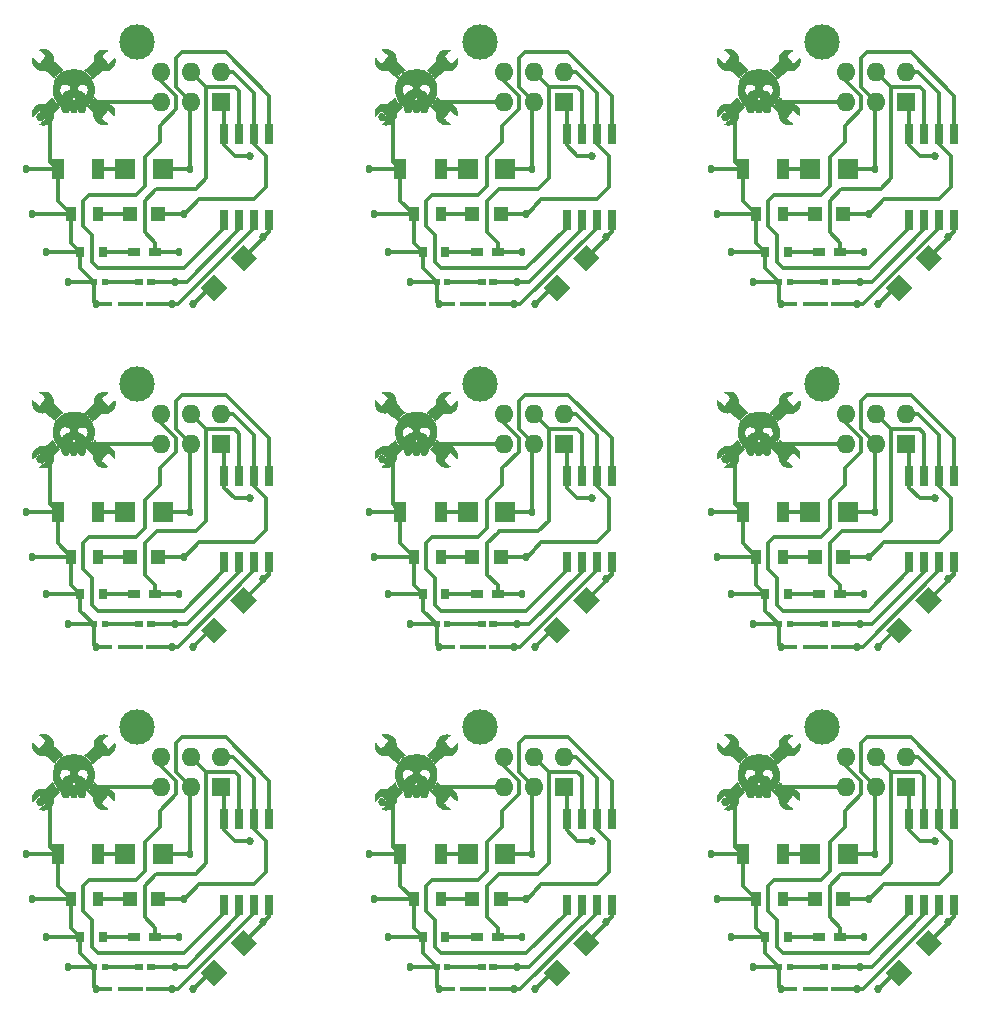
<source format=gtl>
%MOIN*%
%OFA0B0*%
%FSLAX46Y46*%
%IPPOS*%
%LPD*%
%ADD10C,0.0039370078740157488*%
%ADD11C,0.00039370078740157485*%
%ADD12R,0.015748031496062995X0.015748031496062995*%
%ADD13R,0.027559055118110236X0.023622047244094488*%
%ADD14O,0.062992125984251982X0.062992125984251982*%
%ADD15R,0.062992125984251982X0.062992125984251982*%
%ADD16R,0.066929133858267723X0.0709*%
%ADD17R,0.051181102362204731X0.0472*%
%ADD18R,0.03937007874015748X0.031400000000000004*%
%ADD19R,0.025590551181102365X0.066929133858267723*%
%ADD20O,0.02X0.030000000000000002*%
%ADD21R,0.043307086614173235X0.066929133858267723*%
%ADD22R,0.035433070866141732X0.051181102362204731*%
%ADD23R,0.027559055118110236X0.035433070866141732*%
%ADD24R,0.023622047244094488X0.023622047244094488*%
%ADD25R,0.017716535433070866X0.016929133858267716*%
%ADD26C,0.11811023622047245*%
%ADD27C,0.027*%
%ADD28C,0.012000000000000002*%
%ADD39C,0.0039370078740157488*%
%ADD40C,0.00039370078740157485*%
%ADD41R,0.015748031496062995X0.015748031496062995*%
%ADD42R,0.027559055118110236X0.023622047244094488*%
%ADD43O,0.062992125984251982X0.062992125984251982*%
%ADD44R,0.062992125984251982X0.062992125984251982*%
%ADD45R,0.066929133858267723X0.0709*%
%ADD46R,0.051181102362204731X0.0472*%
%ADD47R,0.03937007874015748X0.031400000000000004*%
%ADD48R,0.025590551181102365X0.066929133858267723*%
%ADD49O,0.02X0.030000000000000002*%
%ADD50R,0.043307086614173235X0.066929133858267723*%
%ADD51R,0.035433070866141732X0.051181102362204731*%
%ADD52R,0.027559055118110236X0.035433070866141732*%
%ADD53R,0.023622047244094488X0.023622047244094488*%
%ADD54R,0.017716535433070866X0.016929133858267716*%
%ADD55C,0.11811023622047245*%
%ADD56C,0.027*%
%ADD57C,0.012000000000000002*%
%ADD58C,0.0039370078740157488*%
%ADD59C,0.00039370078740157485*%
%ADD60R,0.015748031496062995X0.015748031496062995*%
%ADD61R,0.027559055118110236X0.023622047244094488*%
%ADD62O,0.062992125984251982X0.062992125984251982*%
%ADD63R,0.062992125984251982X0.062992125984251982*%
%ADD64R,0.066929133858267723X0.0709*%
%ADD65R,0.051181102362204731X0.0472*%
%ADD66R,0.03937007874015748X0.031400000000000004*%
%ADD67R,0.025590551181102365X0.066929133858267723*%
%ADD68O,0.02X0.030000000000000002*%
%ADD69R,0.043307086614173235X0.066929133858267723*%
%ADD70R,0.035433070866141732X0.051181102362204731*%
%ADD71R,0.027559055118110236X0.035433070866141732*%
%ADD72R,0.023622047244094488X0.023622047244094488*%
%ADD73R,0.017716535433070866X0.016929133858267716*%
%ADD74C,0.11811023622047245*%
%ADD75C,0.027*%
%ADD76C,0.012000000000000002*%
%ADD77C,0.0039370078740157488*%
%ADD78C,0.00039370078740157485*%
%ADD79R,0.015748031496062995X0.015748031496062995*%
%ADD80R,0.027559055118110236X0.023622047244094488*%
%ADD81O,0.062992125984251982X0.062992125984251982*%
%ADD82R,0.062992125984251982X0.062992125984251982*%
%ADD83R,0.066929133858267723X0.0709*%
%ADD84R,0.051181102362204731X0.0472*%
%ADD85R,0.03937007874015748X0.031400000000000004*%
%ADD86R,0.025590551181102365X0.066929133858267723*%
%ADD87O,0.02X0.030000000000000002*%
%ADD88R,0.043307086614173235X0.066929133858267723*%
%ADD89R,0.035433070866141732X0.051181102362204731*%
%ADD90R,0.027559055118110236X0.035433070866141732*%
%ADD91R,0.023622047244094488X0.023622047244094488*%
%ADD92R,0.017716535433070866X0.016929133858267716*%
%ADD93C,0.11811023622047245*%
%ADD94C,0.027*%
%ADD95C,0.012000000000000002*%
%ADD96C,0.0039370078740157488*%
%ADD97C,0.00039370078740157485*%
%ADD98R,0.015748031496062995X0.015748031496062995*%
%ADD99R,0.027559055118110236X0.023622047244094488*%
%ADD100O,0.062992125984251982X0.062992125984251982*%
%ADD101R,0.062992125984251982X0.062992125984251982*%
%ADD102R,0.066929133858267723X0.0709*%
%ADD103R,0.051181102362204731X0.0472*%
%ADD104R,0.03937007874015748X0.031400000000000004*%
%ADD105R,0.025590551181102365X0.066929133858267723*%
%ADD106O,0.02X0.030000000000000002*%
%ADD107R,0.043307086614173235X0.066929133858267723*%
%ADD108R,0.035433070866141732X0.051181102362204731*%
%ADD109R,0.027559055118110236X0.035433070866141732*%
%ADD110R,0.023622047244094488X0.023622047244094488*%
%ADD111R,0.017716535433070866X0.016929133858267716*%
%ADD112C,0.11811023622047245*%
%ADD113C,0.027*%
%ADD114C,0.012000000000000002*%
%ADD115C,0.0039370078740157488*%
%ADD116C,0.00039370078740157485*%
%ADD117R,0.015748031496062995X0.015748031496062995*%
%ADD118R,0.027559055118110236X0.023622047244094488*%
%ADD119O,0.062992125984251982X0.062992125984251982*%
%ADD120R,0.062992125984251982X0.062992125984251982*%
%ADD121R,0.066929133858267723X0.0709*%
%ADD122R,0.051181102362204731X0.0472*%
%ADD123R,0.03937007874015748X0.031400000000000004*%
%ADD124R,0.025590551181102365X0.066929133858267723*%
%ADD125O,0.02X0.030000000000000002*%
%ADD126R,0.043307086614173235X0.066929133858267723*%
%ADD127R,0.035433070866141732X0.051181102362204731*%
%ADD128R,0.027559055118110236X0.035433070866141732*%
%ADD129R,0.023622047244094488X0.023622047244094488*%
%ADD130R,0.017716535433070866X0.016929133858267716*%
%ADD131C,0.11811023622047245*%
%ADD132C,0.027*%
%ADD133C,0.012000000000000002*%
%ADD134C,0.0039370078740157488*%
%ADD135C,0.00039370078740157485*%
%ADD136R,0.015748031496062995X0.015748031496062995*%
%ADD137R,0.027559055118110236X0.023622047244094488*%
%ADD138O,0.062992125984251982X0.062992125984251982*%
%ADD139R,0.062992125984251982X0.062992125984251982*%
%ADD140R,0.066929133858267723X0.0709*%
%ADD141R,0.051181102362204731X0.0472*%
%ADD142R,0.03937007874015748X0.031400000000000004*%
%ADD143R,0.025590551181102365X0.066929133858267723*%
%ADD144O,0.02X0.030000000000000002*%
%ADD145R,0.043307086614173235X0.066929133858267723*%
%ADD146R,0.035433070866141732X0.051181102362204731*%
%ADD147R,0.027559055118110236X0.035433070866141732*%
%ADD148R,0.023622047244094488X0.023622047244094488*%
%ADD149R,0.017716535433070866X0.016929133858267716*%
%ADD150C,0.11811023622047245*%
%ADD151C,0.027*%
%ADD152C,0.012000000000000002*%
%ADD153C,0.0039370078740157488*%
%ADD154C,0.00039370078740157485*%
%ADD155R,0.015748031496062995X0.015748031496062995*%
%ADD156R,0.027559055118110236X0.023622047244094488*%
%ADD157O,0.062992125984251982X0.062992125984251982*%
%ADD158R,0.062992125984251982X0.062992125984251982*%
%ADD159R,0.066929133858267723X0.0709*%
%ADD160R,0.051181102362204731X0.0472*%
%ADD161R,0.03937007874015748X0.031400000000000004*%
%ADD162R,0.025590551181102365X0.066929133858267723*%
%ADD163O,0.02X0.030000000000000002*%
%ADD164R,0.043307086614173235X0.066929133858267723*%
%ADD165R,0.035433070866141732X0.051181102362204731*%
%ADD166R,0.027559055118110236X0.035433070866141732*%
%ADD167R,0.023622047244094488X0.023622047244094488*%
%ADD168R,0.017716535433070866X0.016929133858267716*%
%ADD169C,0.11811023622047245*%
%ADD170C,0.027*%
%ADD171C,0.012000000000000002*%
%ADD172C,0.0039370078740157488*%
%ADD173C,0.00039370078740157485*%
%ADD174R,0.015748031496062995X0.015748031496062995*%
%ADD175R,0.027559055118110236X0.023622047244094488*%
%ADD176O,0.062992125984251982X0.062992125984251982*%
%ADD177R,0.062992125984251982X0.062992125984251982*%
%ADD178R,0.066929133858267723X0.0709*%
%ADD179R,0.051181102362204731X0.0472*%
%ADD180R,0.03937007874015748X0.031400000000000004*%
%ADD181R,0.025590551181102365X0.066929133858267723*%
%ADD182O,0.02X0.030000000000000002*%
%ADD183R,0.043307086614173235X0.066929133858267723*%
%ADD184R,0.035433070866141732X0.051181102362204731*%
%ADD185R,0.027559055118110236X0.035433070866141732*%
%ADD186R,0.023622047244094488X0.023622047244094488*%
%ADD187R,0.017716535433070866X0.016929133858267716*%
%ADD188C,0.11811023622047245*%
%ADD189C,0.027*%
%ADD190C,0.012000000000000002*%
G01G01*
D10*
D11*
G36*
X0000250115Y0000765755D02*
X0000253182Y0000759419D01*
X0000257435Y0000752989D01*
X0000262680Y0000746744D01*
X0000264609Y0000744758D01*
X0000270261Y0000739145D01*
X0000250792Y0000719638D01*
X0000250792Y0000715655D01*
X0000250217Y0000709679D01*
X0000248604Y0000703468D01*
X0000246128Y0000697506D01*
X0000242961Y0000692278D01*
X0000242009Y0000691054D01*
X0000239340Y0000688445D01*
X0000235809Y0000685845D01*
X0000231945Y0000683595D01*
X0000228276Y0000682031D01*
X0000227612Y0000681831D01*
X0000222112Y0000680784D01*
X0000216091Y0000680427D01*
X0000210304Y0000680802D01*
X0000210078Y0000680834D01*
X0000207628Y0000681254D01*
X0000205773Y0000681686D01*
X0000204951Y0000682014D01*
X0000205324Y0000682601D01*
X0000206646Y0000683948D01*
X0000208762Y0000685912D01*
X0000211514Y0000688347D01*
X0000214747Y0000691111D01*
X0000215465Y0000691714D01*
X0000226465Y0000700913D01*
X0000224996Y0000702785D01*
X0000222546Y0000705877D01*
X0000219784Y0000709306D01*
X0000216854Y0000712904D01*
X0000213898Y0000716498D01*
X0000211057Y0000719918D01*
X0000208474Y0000722994D01*
X0000206291Y0000725555D01*
X0000204649Y0000727431D01*
X0000203691Y0000728450D01*
X0000203513Y0000728585D01*
X0000202839Y0000728128D01*
X0000201278Y0000726852D01*
X0000198998Y0000724902D01*
X0000196167Y0000722421D01*
X0000192952Y0000719554D01*
X0000192302Y0000718969D01*
X0000188446Y0000715531D01*
X0000185518Y0000713019D01*
X0000183423Y0000711360D01*
X0000182067Y0000710482D01*
X0000181355Y0000710312D01*
X0000181216Y0000710456D01*
X0000180930Y0000712062D01*
X0000180808Y0000714655D01*
X0000180843Y0000717806D01*
X0000181025Y0000721083D01*
X0000181346Y0000724055D01*
X0000181517Y0000725095D01*
X0000183216Y0000730744D01*
X0000186154Y0000736006D01*
X0000190422Y0000741043D01*
X0000190721Y0000741340D01*
X0000195730Y0000745502D01*
X0000201063Y0000748367D01*
X0000206876Y0000749985D01*
X0000213322Y0000750404D01*
X0000218092Y0000750037D01*
X0000221150Y0000749706D01*
X0000223129Y0000749651D01*
X0000224354Y0000749883D01*
X0000225027Y0000750299D01*
X0000225890Y0000751057D01*
X0000227646Y0000752598D01*
X0000230115Y0000754764D01*
X0000233115Y0000757395D01*
X0000236466Y0000760333D01*
X0000237183Y0000760962D01*
X0000248217Y0000770634D01*
X0000250115Y0000765755D01*
X0000250115Y0000765755D01*
G37*
X0000250115Y0000765755D02*
X0000253182Y0000759419D01*
X0000257435Y0000752989D01*
X0000262680Y0000746744D01*
X0000264609Y0000744758D01*
X0000270261Y0000739145D01*
X0000250792Y0000719638D01*
X0000250792Y0000715655D01*
X0000250217Y0000709679D01*
X0000248604Y0000703468D01*
X0000246128Y0000697506D01*
X0000242961Y0000692278D01*
X0000242009Y0000691054D01*
X0000239340Y0000688445D01*
X0000235809Y0000685845D01*
X0000231945Y0000683595D01*
X0000228276Y0000682031D01*
X0000227612Y0000681831D01*
X0000222112Y0000680784D01*
X0000216091Y0000680427D01*
X0000210304Y0000680802D01*
X0000210078Y0000680834D01*
X0000207628Y0000681254D01*
X0000205773Y0000681686D01*
X0000204951Y0000682014D01*
X0000205324Y0000682601D01*
X0000206646Y0000683948D01*
X0000208762Y0000685912D01*
X0000211514Y0000688347D01*
X0000214747Y0000691111D01*
X0000215465Y0000691714D01*
X0000226465Y0000700913D01*
X0000224996Y0000702785D01*
X0000222546Y0000705877D01*
X0000219784Y0000709306D01*
X0000216854Y0000712904D01*
X0000213898Y0000716498D01*
X0000211057Y0000719918D01*
X0000208474Y0000722994D01*
X0000206291Y0000725555D01*
X0000204649Y0000727431D01*
X0000203691Y0000728450D01*
X0000203513Y0000728585D01*
X0000202839Y0000728128D01*
X0000201278Y0000726852D01*
X0000198998Y0000724902D01*
X0000196167Y0000722421D01*
X0000192952Y0000719554D01*
X0000192302Y0000718969D01*
X0000188446Y0000715531D01*
X0000185518Y0000713019D01*
X0000183423Y0000711360D01*
X0000182067Y0000710482D01*
X0000181355Y0000710312D01*
X0000181216Y0000710456D01*
X0000180930Y0000712062D01*
X0000180808Y0000714655D01*
X0000180843Y0000717806D01*
X0000181025Y0000721083D01*
X0000181346Y0000724055D01*
X0000181517Y0000725095D01*
X0000183216Y0000730744D01*
X0000186154Y0000736006D01*
X0000190422Y0000741043D01*
X0000190721Y0000741340D01*
X0000195730Y0000745502D01*
X0000201063Y0000748367D01*
X0000206876Y0000749985D01*
X0000213322Y0000750404D01*
X0000218092Y0000750037D01*
X0000221150Y0000749706D01*
X0000223129Y0000749651D01*
X0000224354Y0000749883D01*
X0000225027Y0000750299D01*
X0000225890Y0000751057D01*
X0000227646Y0000752598D01*
X0000230115Y0000754764D01*
X0000233115Y0000757395D01*
X0000236466Y0000760333D01*
X0000237183Y0000760962D01*
X0000248217Y0000770634D01*
X0000250115Y0000765755D01*
G36*
X0000387923Y0000770992D02*
X0000389482Y0000769731D01*
X0000391786Y0000767797D01*
X0000394673Y0000765326D01*
X0000397980Y0000762456D01*
X0000399323Y0000761281D01*
X0000410905Y0000751119D01*
X0000421385Y0000751102D01*
X0000425539Y0000751079D01*
X0000428572Y0000750999D01*
X0000430790Y0000750822D01*
X0000432498Y0000750507D01*
X0000434003Y0000750015D01*
X0000435613Y0000749306D01*
X0000435792Y0000749221D01*
X0000440759Y0000746212D01*
X0000445309Y0000742218D01*
X0000449156Y0000737560D01*
X0000452016Y0000732557D01*
X0000453021Y0000729917D01*
X0000453829Y0000726460D01*
X0000454260Y0000722333D01*
X0000454364Y0000718165D01*
X0000454327Y0000715100D01*
X0000454226Y0000712649D01*
X0000454079Y0000711108D01*
X0000453948Y0000710728D01*
X0000453317Y0000711187D01*
X0000451800Y0000712467D01*
X0000449560Y0000714424D01*
X0000446764Y0000716913D01*
X0000443576Y0000719789D01*
X0000442935Y0000720371D01*
X0000439694Y0000723304D01*
X0000436815Y0000725878D01*
X0000434463Y0000727947D01*
X0000432802Y0000729368D01*
X0000431998Y0000729996D01*
X0000431955Y0000730014D01*
X0000431399Y0000729485D01*
X0000430104Y0000728022D01*
X0000428219Y0000725807D01*
X0000425893Y0000723024D01*
X0000423276Y0000719856D01*
X0000420517Y0000716487D01*
X0000417766Y0000713100D01*
X0000415173Y0000709878D01*
X0000412887Y0000707005D01*
X0000411057Y0000704664D01*
X0000409833Y0000703038D01*
X0000409365Y0000702312D01*
X0000409364Y0000702303D01*
X0000409889Y0000701696D01*
X0000411352Y0000700334D01*
X0000413586Y0000698364D01*
X0000416420Y0000695935D01*
X0000419688Y0000693195D01*
X0000420078Y0000692871D01*
X0000423384Y0000690109D01*
X0000426275Y0000687648D01*
X0000428585Y0000685633D01*
X0000430144Y0000684212D01*
X0000430785Y0000683531D01*
X0000430792Y0000683507D01*
X0000430139Y0000683097D01*
X0000428413Y0000682643D01*
X0000425968Y0000682199D01*
X0000423157Y0000681821D01*
X0000420333Y0000681564D01*
X0000417877Y0000681484D01*
X0000415010Y0000681704D01*
X0000411652Y0000682229D01*
X0000409364Y0000682738D01*
X0000403061Y0000685080D01*
X0000397573Y0000688547D01*
X0000392969Y0000693049D01*
X0000389316Y0000698495D01*
X0000386680Y0000704794D01*
X0000385129Y0000711854D01*
X0000384762Y0000716023D01*
X0000384553Y0000720754D01*
X0000374798Y0000730727D01*
X0000365043Y0000740699D01*
X0000370540Y0000745892D01*
X0000374306Y0000749841D01*
X0000377941Y0000754361D01*
X0000381191Y0000759087D01*
X0000383804Y0000763652D01*
X0000385452Y0000767469D01*
X0000386246Y0000769591D01*
X0000386926Y0000771033D01*
X0000387272Y0000771443D01*
X0000387923Y0000770992D01*
X0000387923Y0000770992D01*
G37*
X0000387923Y0000770992D02*
X0000389482Y0000769731D01*
X0000391786Y0000767797D01*
X0000394673Y0000765326D01*
X0000397980Y0000762456D01*
X0000399323Y0000761281D01*
X0000410905Y0000751119D01*
X0000421385Y0000751102D01*
X0000425539Y0000751079D01*
X0000428572Y0000750999D01*
X0000430790Y0000750822D01*
X0000432498Y0000750507D01*
X0000434003Y0000750015D01*
X0000435613Y0000749306D01*
X0000435792Y0000749221D01*
X0000440759Y0000746212D01*
X0000445309Y0000742218D01*
X0000449156Y0000737560D01*
X0000452016Y0000732557D01*
X0000453021Y0000729917D01*
X0000453829Y0000726460D01*
X0000454260Y0000722333D01*
X0000454364Y0000718165D01*
X0000454327Y0000715100D01*
X0000454226Y0000712649D01*
X0000454079Y0000711108D01*
X0000453948Y0000710728D01*
X0000453317Y0000711187D01*
X0000451800Y0000712467D01*
X0000449560Y0000714424D01*
X0000446764Y0000716913D01*
X0000443576Y0000719789D01*
X0000442935Y0000720371D01*
X0000439694Y0000723304D01*
X0000436815Y0000725878D01*
X0000434463Y0000727947D01*
X0000432802Y0000729368D01*
X0000431998Y0000729996D01*
X0000431955Y0000730014D01*
X0000431399Y0000729485D01*
X0000430104Y0000728022D01*
X0000428219Y0000725807D01*
X0000425893Y0000723024D01*
X0000423276Y0000719856D01*
X0000420517Y0000716487D01*
X0000417766Y0000713100D01*
X0000415173Y0000709878D01*
X0000412887Y0000707005D01*
X0000411057Y0000704664D01*
X0000409833Y0000703038D01*
X0000409365Y0000702312D01*
X0000409364Y0000702303D01*
X0000409889Y0000701696D01*
X0000411352Y0000700334D01*
X0000413586Y0000698364D01*
X0000416420Y0000695935D01*
X0000419688Y0000693195D01*
X0000420078Y0000692871D01*
X0000423384Y0000690109D01*
X0000426275Y0000687648D01*
X0000428585Y0000685633D01*
X0000430144Y0000684212D01*
X0000430785Y0000683531D01*
X0000430792Y0000683507D01*
X0000430139Y0000683097D01*
X0000428413Y0000682643D01*
X0000425968Y0000682199D01*
X0000423157Y0000681821D01*
X0000420333Y0000681564D01*
X0000417877Y0000681484D01*
X0000415010Y0000681704D01*
X0000411652Y0000682229D01*
X0000409364Y0000682738D01*
X0000403061Y0000685080D01*
X0000397573Y0000688547D01*
X0000392969Y0000693049D01*
X0000389316Y0000698495D01*
X0000386680Y0000704794D01*
X0000385129Y0000711854D01*
X0000384762Y0000716023D01*
X0000384553Y0000720754D01*
X0000374798Y0000730727D01*
X0000365043Y0000740699D01*
X0000370540Y0000745892D01*
X0000374306Y0000749841D01*
X0000377941Y0000754361D01*
X0000381191Y0000759087D01*
X0000383804Y0000763652D01*
X0000385452Y0000767469D01*
X0000386246Y0000769591D01*
X0000386926Y0000771033D01*
X0000387272Y0000771443D01*
X0000387923Y0000770992D01*
G36*
X0000324164Y0000864542D02*
X0000333292Y0000863481D01*
X0000338114Y0000862418D01*
X0000343340Y0000860871D01*
X0000348459Y0000859018D01*
X0000352960Y0000857037D01*
X0000355041Y0000855924D01*
X0000359326Y0000853004D01*
X0000363843Y0000849223D01*
X0000368158Y0000844984D01*
X0000371837Y0000840689D01*
X0000372668Y0000839569D01*
X0000377316Y0000831991D01*
X0000381072Y0000823657D01*
X0000383877Y0000814836D01*
X0000385669Y0000805795D01*
X0000386390Y0000796802D01*
X0000385978Y0000788125D01*
X0000385229Y0000783493D01*
X0000383225Y0000776309D01*
X0000380253Y0000768988D01*
X0000376493Y0000761837D01*
X0000372128Y0000755160D01*
X0000367340Y0000749264D01*
X0000362310Y0000744455D01*
X0000361713Y0000743976D01*
X0000357734Y0000740853D01*
X0000357489Y0000736015D01*
X0000356754Y0000730873D01*
X0000355132Y0000726829D01*
X0000352638Y0000723899D01*
X0000349285Y0000722099D01*
X0000345087Y0000721445D01*
X0000344783Y0000721443D01*
X0000340332Y0000721996D01*
X0000336765Y0000723604D01*
X0000334170Y0000726182D01*
X0000332637Y0000729651D01*
X0000332233Y0000733050D01*
X0000332152Y0000735110D01*
X0000331812Y0000736113D01*
X0000331036Y0000736426D01*
X0000330614Y0000736441D01*
X0000329749Y0000736329D01*
X0000329258Y0000735784D01*
X0000329029Y0000734487D01*
X0000328945Y0000732117D01*
X0000328939Y0000731760D01*
X0000328574Y0000727986D01*
X0000327492Y0000725219D01*
X0000325520Y0000723146D01*
X0000323599Y0000721979D01*
X0000320447Y0000720998D01*
X0000316794Y0000720785D01*
X0000313297Y0000721337D01*
X0000311551Y0000722033D01*
X0000308849Y0000724255D01*
X0000307170Y0000727472D01*
X0000306516Y0000731676D01*
X0000306507Y0000732324D01*
X0000306450Y0000734661D01*
X0000306204Y0000735903D01*
X0000305653Y0000736382D01*
X0000305078Y0000736443D01*
X0000304077Y0000736148D01*
X0000303686Y0000735012D01*
X0000303650Y0000734049D01*
X0000303066Y0000730018D01*
X0000301438Y0000726482D01*
X0000298950Y0000723727D01*
X0000295956Y0000722093D01*
X0000293127Y0000721572D01*
X0000289832Y0000721565D01*
X0000286627Y0000722022D01*
X0000284067Y0000722889D01*
X0000283449Y0000723263D01*
X0000281096Y0000725800D01*
X0000279350Y0000729458D01*
X0000278299Y0000734028D01*
X0000278085Y0000736189D01*
X0000277845Y0000738722D01*
X0000277522Y0000740585D01*
X0000277179Y0000741426D01*
X0000277129Y0000741443D01*
X0000276158Y0000741954D01*
X0000274486Y0000743342D01*
X0000272325Y0000745384D01*
X0000269891Y0000747861D01*
X0000267396Y0000750550D01*
X0000265055Y0000753231D01*
X0000263479Y0000755189D01*
X0000311507Y0000755189D01*
X0000311622Y0000753574D01*
X0000311983Y0000753249D01*
X0000312615Y0000754245D01*
X0000313544Y0000756590D01*
X0000314068Y0000758100D01*
X0000315025Y0000760508D01*
X0000315941Y0000762071D01*
X0000316548Y0000762514D01*
X0000317452Y0000761988D01*
X0000318907Y0000760604D01*
X0000320613Y0000758649D01*
X0000320772Y0000758450D01*
X0000324007Y0000754385D01*
X0000324222Y0000758318D01*
X0000323837Y0000763701D01*
X0000322170Y0000769129D01*
X0000320021Y0000773211D01*
X0000317763Y0000776765D01*
X0000315658Y0000772602D01*
X0000314199Y0000769027D01*
X0000312924Y0000764656D01*
X0000311983Y0000760122D01*
X0000311527Y0000756056D01*
X0000311507Y0000755189D01*
X0000263479Y0000755189D01*
X0000263081Y0000755683D01*
X0000262247Y0000756829D01*
X0000259505Y0000761167D01*
X0000256782Y0000766131D01*
X0000254301Y0000771263D01*
X0000252284Y0000776109D01*
X0000251100Y0000779665D01*
X0000250427Y0000783004D01*
X0000249922Y0000787348D01*
X0000249600Y0000792281D01*
X0000249508Y0000796085D01*
X0000270840Y0000796085D01*
X0000271104Y0000791495D01*
X0000272024Y0000787862D01*
X0000273749Y0000784806D01*
X0000276397Y0000781978D01*
X0000278156Y0000780408D01*
X0000279213Y0000779604D01*
X0000279940Y0000779389D01*
X0000280706Y0000779585D01*
X0000281083Y0000779730D01*
X0000281981Y0000780652D01*
X0000282792Y0000782393D01*
X0000282934Y0000782868D01*
X0000284524Y0000786099D01*
X0000287434Y0000788867D01*
X0000291681Y0000791183D01*
X0000295437Y0000792535D01*
X0000300273Y0000794331D01*
X0000303767Y0000796402D01*
X0000305996Y0000798832D01*
X0000307034Y0000801706D01*
X0000306982Y0000803995D01*
X0000329053Y0000803995D01*
X0000329238Y0000800899D01*
X0000330611Y0000798023D01*
X0000332620Y0000796005D01*
X0000334520Y0000794876D01*
X0000337239Y0000793643D01*
X0000340212Y0000792561D01*
X0000340429Y0000792494D01*
X0000345094Y0000790845D01*
X0000348538Y0000789096D01*
X0000350965Y0000787092D01*
X0000352580Y0000784679D01*
X0000353277Y0000782871D01*
X0000354265Y0000780528D01*
X0000355488Y0000779464D01*
X0000357079Y0000779669D01*
X0000359170Y0000781133D01*
X0000360463Y0000782353D01*
X0000363388Y0000786266D01*
X0000365135Y0000790928D01*
X0000365671Y0000796232D01*
X0000365558Y0000798312D01*
X0000364511Y0000803752D01*
X0000362469Y0000808185D01*
X0000359406Y0000811650D01*
X0000356238Y0000813735D01*
X0000352878Y0000814913D01*
X0000348757Y0000815561D01*
X0000344451Y0000815647D01*
X0000340536Y0000815141D01*
X0000338885Y0000814648D01*
X0000334974Y0000812638D01*
X0000331987Y0000810061D01*
X0000329992Y0000807115D01*
X0000329053Y0000803995D01*
X0000306982Y0000803995D01*
X0000306957Y0000805108D01*
X0000306898Y0000805442D01*
X0000305600Y0000808717D01*
X0000303181Y0000811486D01*
X0000299886Y0000813669D01*
X0000295957Y0000815187D01*
X0000291637Y0000815960D01*
X0000287170Y0000815910D01*
X0000282798Y0000814955D01*
X0000280583Y0000814046D01*
X0000276668Y0000811596D01*
X0000273828Y0000808522D01*
X0000271974Y0000804663D01*
X0000271020Y0000799859D01*
X0000270840Y0000796085D01*
X0000249508Y0000796085D01*
X0000249477Y0000797388D01*
X0000249567Y0000802252D01*
X0000249887Y0000806457D01*
X0000250066Y0000807763D01*
X0000251919Y0000816071D01*
X0000254731Y0000824245D01*
X0000258369Y0000832037D01*
X0000262698Y0000839199D01*
X0000267584Y0000845482D01*
X0000272893Y0000850638D01*
X0000273472Y0000851106D01*
X0000280128Y0000855537D01*
X0000287776Y0000859148D01*
X0000296210Y0000861897D01*
X0000305224Y0000863741D01*
X0000314611Y0000864637D01*
X0000324164Y0000864542D01*
X0000324164Y0000864542D01*
G37*
X0000324164Y0000864542D02*
X0000333292Y0000863481D01*
X0000338114Y0000862418D01*
X0000343340Y0000860871D01*
X0000348459Y0000859018D01*
X0000352960Y0000857037D01*
X0000355041Y0000855924D01*
X0000359326Y0000853004D01*
X0000363843Y0000849223D01*
X0000368158Y0000844984D01*
X0000371837Y0000840689D01*
X0000372668Y0000839569D01*
X0000377316Y0000831991D01*
X0000381072Y0000823657D01*
X0000383877Y0000814836D01*
X0000385669Y0000805795D01*
X0000386390Y0000796802D01*
X0000385978Y0000788125D01*
X0000385229Y0000783493D01*
X0000383225Y0000776309D01*
X0000380253Y0000768988D01*
X0000376493Y0000761837D01*
X0000372128Y0000755160D01*
X0000367340Y0000749264D01*
X0000362310Y0000744455D01*
X0000361713Y0000743976D01*
X0000357734Y0000740853D01*
X0000357489Y0000736015D01*
X0000356754Y0000730873D01*
X0000355132Y0000726829D01*
X0000352638Y0000723899D01*
X0000349285Y0000722099D01*
X0000345087Y0000721445D01*
X0000344783Y0000721443D01*
X0000340332Y0000721996D01*
X0000336765Y0000723604D01*
X0000334170Y0000726182D01*
X0000332637Y0000729651D01*
X0000332233Y0000733050D01*
X0000332152Y0000735110D01*
X0000331812Y0000736113D01*
X0000331036Y0000736426D01*
X0000330614Y0000736441D01*
X0000329749Y0000736329D01*
X0000329258Y0000735784D01*
X0000329029Y0000734487D01*
X0000328945Y0000732117D01*
X0000328939Y0000731760D01*
X0000328574Y0000727986D01*
X0000327492Y0000725219D01*
X0000325520Y0000723146D01*
X0000323599Y0000721979D01*
X0000320447Y0000720998D01*
X0000316794Y0000720785D01*
X0000313297Y0000721337D01*
X0000311551Y0000722033D01*
X0000308849Y0000724255D01*
X0000307170Y0000727472D01*
X0000306516Y0000731676D01*
X0000306507Y0000732324D01*
X0000306450Y0000734661D01*
X0000306204Y0000735903D01*
X0000305653Y0000736382D01*
X0000305078Y0000736443D01*
X0000304077Y0000736148D01*
X0000303686Y0000735012D01*
X0000303650Y0000734049D01*
X0000303066Y0000730018D01*
X0000301438Y0000726482D01*
X0000298950Y0000723727D01*
X0000295956Y0000722093D01*
X0000293127Y0000721572D01*
X0000289832Y0000721565D01*
X0000286627Y0000722022D01*
X0000284067Y0000722889D01*
X0000283449Y0000723263D01*
X0000281096Y0000725800D01*
X0000279350Y0000729458D01*
X0000278299Y0000734028D01*
X0000278085Y0000736189D01*
X0000277845Y0000738722D01*
X0000277522Y0000740585D01*
X0000277179Y0000741426D01*
X0000277129Y0000741443D01*
X0000276158Y0000741954D01*
X0000274486Y0000743342D01*
X0000272325Y0000745384D01*
X0000269891Y0000747861D01*
X0000267396Y0000750550D01*
X0000265055Y0000753231D01*
X0000263479Y0000755189D01*
X0000311507Y0000755189D01*
X0000311622Y0000753574D01*
X0000311983Y0000753249D01*
X0000312615Y0000754245D01*
X0000313544Y0000756590D01*
X0000314068Y0000758100D01*
X0000315025Y0000760508D01*
X0000315941Y0000762071D01*
X0000316548Y0000762514D01*
X0000317452Y0000761988D01*
X0000318907Y0000760604D01*
X0000320613Y0000758649D01*
X0000320772Y0000758450D01*
X0000324007Y0000754385D01*
X0000324222Y0000758318D01*
X0000323837Y0000763701D01*
X0000322170Y0000769129D01*
X0000320021Y0000773211D01*
X0000317763Y0000776765D01*
X0000315658Y0000772602D01*
X0000314199Y0000769027D01*
X0000312924Y0000764656D01*
X0000311983Y0000760122D01*
X0000311527Y0000756056D01*
X0000311507Y0000755189D01*
X0000263479Y0000755189D01*
X0000263081Y0000755683D01*
X0000262247Y0000756829D01*
X0000259505Y0000761167D01*
X0000256782Y0000766131D01*
X0000254301Y0000771263D01*
X0000252284Y0000776109D01*
X0000251100Y0000779665D01*
X0000250427Y0000783004D01*
X0000249922Y0000787348D01*
X0000249600Y0000792281D01*
X0000249508Y0000796085D01*
X0000270840Y0000796085D01*
X0000271104Y0000791495D01*
X0000272024Y0000787862D01*
X0000273749Y0000784806D01*
X0000276397Y0000781978D01*
X0000278156Y0000780408D01*
X0000279213Y0000779604D01*
X0000279940Y0000779389D01*
X0000280706Y0000779585D01*
X0000281083Y0000779730D01*
X0000281981Y0000780652D01*
X0000282792Y0000782393D01*
X0000282934Y0000782868D01*
X0000284524Y0000786099D01*
X0000287434Y0000788867D01*
X0000291681Y0000791183D01*
X0000295437Y0000792535D01*
X0000300273Y0000794331D01*
X0000303767Y0000796402D01*
X0000305996Y0000798832D01*
X0000307034Y0000801706D01*
X0000306982Y0000803995D01*
X0000329053Y0000803995D01*
X0000329238Y0000800899D01*
X0000330611Y0000798023D01*
X0000332620Y0000796005D01*
X0000334520Y0000794876D01*
X0000337239Y0000793643D01*
X0000340212Y0000792561D01*
X0000340429Y0000792494D01*
X0000345094Y0000790845D01*
X0000348538Y0000789096D01*
X0000350965Y0000787092D01*
X0000352580Y0000784679D01*
X0000353277Y0000782871D01*
X0000354265Y0000780528D01*
X0000355488Y0000779464D01*
X0000357079Y0000779669D01*
X0000359170Y0000781133D01*
X0000360463Y0000782353D01*
X0000363388Y0000786266D01*
X0000365135Y0000790928D01*
X0000365671Y0000796232D01*
X0000365558Y0000798312D01*
X0000364511Y0000803752D01*
X0000362469Y0000808185D01*
X0000359406Y0000811650D01*
X0000356238Y0000813735D01*
X0000352878Y0000814913D01*
X0000348757Y0000815561D01*
X0000344451Y0000815647D01*
X0000340536Y0000815141D01*
X0000338885Y0000814648D01*
X0000334974Y0000812638D01*
X0000331987Y0000810061D01*
X0000329992Y0000807115D01*
X0000329053Y0000803995D01*
X0000306982Y0000803995D01*
X0000306957Y0000805108D01*
X0000306898Y0000805442D01*
X0000305600Y0000808717D01*
X0000303181Y0000811486D01*
X0000299886Y0000813669D01*
X0000295957Y0000815187D01*
X0000291637Y0000815960D01*
X0000287170Y0000815910D01*
X0000282798Y0000814955D01*
X0000280583Y0000814046D01*
X0000276668Y0000811596D01*
X0000273828Y0000808522D01*
X0000271974Y0000804663D01*
X0000271020Y0000799859D01*
X0000270840Y0000796085D01*
X0000249508Y0000796085D01*
X0000249477Y0000797388D01*
X0000249567Y0000802252D01*
X0000249887Y0000806457D01*
X0000250066Y0000807763D01*
X0000251919Y0000816071D01*
X0000254731Y0000824245D01*
X0000258369Y0000832037D01*
X0000262698Y0000839199D01*
X0000267584Y0000845482D01*
X0000272893Y0000850638D01*
X0000273472Y0000851106D01*
X0000280128Y0000855537D01*
X0000287776Y0000859148D01*
X0000296210Y0000861897D01*
X0000305224Y0000863741D01*
X0000314611Y0000864637D01*
X0000324164Y0000864542D01*
G36*
X0000422002Y0000930597D02*
X0000425295Y0000930404D01*
X0000428140Y0000930132D01*
X0000430182Y0000929820D01*
X0000430973Y0000929584D01*
X0000431252Y0000929222D01*
X0000431040Y0000928603D01*
X0000430223Y0000927612D01*
X0000428685Y0000926131D01*
X0000426310Y0000924046D01*
X0000422984Y0000921240D01*
X0000421142Y0000919708D01*
X0000416962Y0000916179D01*
X0000413809Y0000913377D01*
X0000411718Y0000911336D01*
X0000410722Y0000910089D01*
X0000410665Y0000909735D01*
X0000412252Y0000907680D01*
X0000414377Y0000905012D01*
X0000416891Y0000901911D01*
X0000419645Y0000898554D01*
X0000422489Y0000895121D01*
X0000425274Y0000891792D01*
X0000427850Y0000888744D01*
X0000430068Y0000886157D01*
X0000431779Y0000884210D01*
X0000432833Y0000883081D01*
X0000433092Y0000882871D01*
X0000433804Y0000883331D01*
X0000435395Y0000884615D01*
X0000437695Y0000886576D01*
X0000440535Y0000889070D01*
X0000443743Y0000891950D01*
X0000444338Y0000892490D01*
X0000454909Y0000902110D01*
X0000455351Y0000899901D01*
X0000455801Y0000895144D01*
X0000455494Y0000889800D01*
X0000454508Y0000884441D01*
X0000452920Y0000879639D01*
X0000452471Y0000878660D01*
X0000450490Y0000875490D01*
X0000447639Y0000872032D01*
X0000444303Y0000868676D01*
X0000440871Y0000865815D01*
X0000437883Y0000863916D01*
X0000433297Y0000862213D01*
X0000427885Y0000861223D01*
X0000422092Y0000861003D01*
X0000418187Y0000861322D01*
X0000415176Y0000861666D01*
X0000413240Y0000861717D01*
X0000412055Y0000861462D01*
X0000411515Y0000861113D01*
X0000409196Y0000859077D01*
X0000406296Y0000856559D01*
X0000402976Y0000853697D01*
X0000399401Y0000850629D01*
X0000395732Y0000847494D01*
X0000392133Y0000844431D01*
X0000388766Y0000841578D01*
X0000385795Y0000839074D01*
X0000383382Y0000837057D01*
X0000381689Y0000835666D01*
X0000380880Y0000835038D01*
X0000380837Y0000835017D01*
X0000380336Y0000835604D01*
X0000379396Y0000837147D01*
X0000378211Y0000839322D01*
X0000378114Y0000839509D01*
X0000375318Y0000843939D01*
X0000371510Y0000848556D01*
X0000367006Y0000853021D01*
X0000362124Y0000856997D01*
X0000360888Y0000857871D01*
X0000358437Y0000859582D01*
X0000356501Y0000860999D01*
X0000355335Y0000861929D01*
X0000355113Y0000862175D01*
X0000355603Y0000862742D01*
X0000357006Y0000864163D01*
X0000359193Y0000866315D01*
X0000362037Y0000869072D01*
X0000365411Y0000872311D01*
X0000369185Y0000875906D01*
X0000370435Y0000877091D01*
X0000385792Y0000891631D01*
X0000385805Y0000895644D01*
X0000386437Y0000902636D01*
X0000388225Y0000909245D01*
X0000391068Y0000915272D01*
X0000394868Y0000920521D01*
X0000399526Y0000924793D01*
X0000400911Y0000925749D01*
X0000405277Y0000928144D01*
X0000409823Y0000929702D01*
X0000414904Y0000930506D01*
X0000420876Y0000930636D01*
X0000422002Y0000930597D01*
X0000422002Y0000930597D01*
G37*
X0000422002Y0000930597D02*
X0000425295Y0000930404D01*
X0000428140Y0000930132D01*
X0000430182Y0000929820D01*
X0000430973Y0000929584D01*
X0000431252Y0000929222D01*
X0000431040Y0000928603D01*
X0000430223Y0000927612D01*
X0000428685Y0000926131D01*
X0000426310Y0000924046D01*
X0000422984Y0000921240D01*
X0000421142Y0000919708D01*
X0000416962Y0000916179D01*
X0000413809Y0000913377D01*
X0000411718Y0000911336D01*
X0000410722Y0000910089D01*
X0000410665Y0000909735D01*
X0000412252Y0000907680D01*
X0000414377Y0000905012D01*
X0000416891Y0000901911D01*
X0000419645Y0000898554D01*
X0000422489Y0000895121D01*
X0000425274Y0000891792D01*
X0000427850Y0000888744D01*
X0000430068Y0000886157D01*
X0000431779Y0000884210D01*
X0000432833Y0000883081D01*
X0000433092Y0000882871D01*
X0000433804Y0000883331D01*
X0000435395Y0000884615D01*
X0000437695Y0000886576D01*
X0000440535Y0000889070D01*
X0000443743Y0000891950D01*
X0000444338Y0000892490D01*
X0000454909Y0000902110D01*
X0000455351Y0000899901D01*
X0000455801Y0000895144D01*
X0000455494Y0000889800D01*
X0000454508Y0000884441D01*
X0000452920Y0000879639D01*
X0000452471Y0000878660D01*
X0000450490Y0000875490D01*
X0000447639Y0000872032D01*
X0000444303Y0000868676D01*
X0000440871Y0000865815D01*
X0000437883Y0000863916D01*
X0000433297Y0000862213D01*
X0000427885Y0000861223D01*
X0000422092Y0000861003D01*
X0000418187Y0000861322D01*
X0000415176Y0000861666D01*
X0000413240Y0000861717D01*
X0000412055Y0000861462D01*
X0000411515Y0000861113D01*
X0000409196Y0000859077D01*
X0000406296Y0000856559D01*
X0000402976Y0000853697D01*
X0000399401Y0000850629D01*
X0000395732Y0000847494D01*
X0000392133Y0000844431D01*
X0000388766Y0000841578D01*
X0000385795Y0000839074D01*
X0000383382Y0000837057D01*
X0000381689Y0000835666D01*
X0000380880Y0000835038D01*
X0000380837Y0000835017D01*
X0000380336Y0000835604D01*
X0000379396Y0000837147D01*
X0000378211Y0000839322D01*
X0000378114Y0000839509D01*
X0000375318Y0000843939D01*
X0000371510Y0000848556D01*
X0000367006Y0000853021D01*
X0000362124Y0000856997D01*
X0000360888Y0000857871D01*
X0000358437Y0000859582D01*
X0000356501Y0000860999D01*
X0000355335Y0000861929D01*
X0000355113Y0000862175D01*
X0000355603Y0000862742D01*
X0000357006Y0000864163D01*
X0000359193Y0000866315D01*
X0000362037Y0000869072D01*
X0000365411Y0000872311D01*
X0000369185Y0000875906D01*
X0000370435Y0000877091D01*
X0000385792Y0000891631D01*
X0000385805Y0000895644D01*
X0000386437Y0000902636D01*
X0000388225Y0000909245D01*
X0000391068Y0000915272D01*
X0000394868Y0000920521D01*
X0000399526Y0000924793D01*
X0000400911Y0000925749D01*
X0000405277Y0000928144D01*
X0000409823Y0000929702D01*
X0000414904Y0000930506D01*
X0000420876Y0000930636D01*
X0000422002Y0000930597D01*
G36*
X0000223288Y0000931516D02*
X0000229775Y0000929649D01*
X0000235526Y0000926642D01*
X0000240456Y0000922579D01*
X0000244483Y0000917546D01*
X0000247521Y0000911628D01*
X0000249488Y0000904909D01*
X0000250297Y0000897543D01*
X0000250432Y0000892684D01*
X0000265980Y0000878003D01*
X0000269860Y0000874309D01*
X0000273349Y0000870929D01*
X0000276327Y0000867984D01*
X0000278671Y0000865598D01*
X0000280258Y0000863894D01*
X0000280966Y0000862996D01*
X0000280982Y0000862893D01*
X0000280151Y0000862307D01*
X0000278481Y0000861170D01*
X0000276325Y0000859721D01*
X0000276192Y0000859633D01*
X0000268994Y0000854078D01*
X0000262983Y0000847794D01*
X0000258062Y0000840675D01*
X0000257292Y0000839311D01*
X0000255354Y0000835767D01*
X0000243609Y0000845872D01*
X0000239836Y0000849124D01*
X0000236143Y0000852315D01*
X0000232771Y0000855237D01*
X0000229959Y0000857684D01*
X0000227946Y0000859447D01*
X0000227674Y0000859687D01*
X0000225517Y0000861548D01*
X0000224044Y0000862602D01*
X0000222888Y0000863018D01*
X0000221685Y0000862962D01*
X0000220888Y0000862794D01*
X0000217536Y0000862327D01*
X0000213382Y0000862197D01*
X0000209009Y0000862389D01*
X0000205000Y0000862888D01*
X0000203264Y0000863260D01*
X0000199618Y0000864463D01*
X0000196365Y0000866181D01*
X0000193104Y0000868664D01*
X0000190115Y0000871474D01*
X0000186507Y0000875468D01*
X0000183904Y0000879367D01*
X0000182175Y0000883513D01*
X0000181187Y0000888247D01*
X0000180808Y0000893910D01*
X0000180792Y0000895560D01*
X0000180848Y0000898592D01*
X0000180999Y0000900980D01*
X0000181220Y0000902439D01*
X0000181419Y0000902752D01*
X0000182120Y0000902220D01*
X0000183706Y0000900877D01*
X0000186007Y0000898871D01*
X0000188851Y0000896352D01*
X0000192068Y0000893470D01*
X0000192592Y0000892998D01*
X0000196293Y0000889686D01*
X0000199092Y0000887257D01*
X0000201126Y0000885611D01*
X0000202527Y0000884646D01*
X0000203432Y0000884262D01*
X0000203975Y0000884359D01*
X0000204051Y0000884426D01*
X0000204972Y0000885467D01*
X0000206552Y0000887349D01*
X0000208642Y0000889886D01*
X0000211092Y0000892890D01*
X0000213752Y0000896175D01*
X0000216471Y0000899554D01*
X0000219100Y0000902841D01*
X0000221489Y0000905848D01*
X0000223487Y0000908390D01*
X0000224945Y0000910279D01*
X0000225712Y0000911329D01*
X0000225792Y0000911475D01*
X0000225269Y0000912056D01*
X0000223810Y0000913395D01*
X0000221585Y0000915344D01*
X0000218764Y0000917755D01*
X0000215515Y0000920480D01*
X0000215257Y0000920695D01*
X0000211966Y0000923448D01*
X0000209072Y0000925906D01*
X0000206750Y0000927919D01*
X0000205172Y0000929336D01*
X0000204512Y0000930006D01*
X0000204505Y0000930020D01*
X0000204985Y0000930528D01*
X0000206568Y0000931051D01*
X0000208934Y0000931531D01*
X0000211760Y0000931910D01*
X0000214724Y0000932127D01*
X0000216150Y0000932157D01*
X0000223288Y0000931516D01*
X0000223288Y0000931516D01*
G37*
X0000223288Y0000931516D02*
X0000229775Y0000929649D01*
X0000235526Y0000926642D01*
X0000240456Y0000922579D01*
X0000244483Y0000917546D01*
X0000247521Y0000911628D01*
X0000249488Y0000904909D01*
X0000250297Y0000897543D01*
X0000250432Y0000892684D01*
X0000265980Y0000878003D01*
X0000269860Y0000874309D01*
X0000273349Y0000870929D01*
X0000276327Y0000867984D01*
X0000278671Y0000865598D01*
X0000280258Y0000863894D01*
X0000280966Y0000862996D01*
X0000280982Y0000862893D01*
X0000280151Y0000862307D01*
X0000278481Y0000861170D01*
X0000276325Y0000859721D01*
X0000276192Y0000859633D01*
X0000268994Y0000854078D01*
X0000262983Y0000847794D01*
X0000258062Y0000840675D01*
X0000257292Y0000839311D01*
X0000255354Y0000835767D01*
X0000243609Y0000845872D01*
X0000239836Y0000849124D01*
X0000236143Y0000852315D01*
X0000232771Y0000855237D01*
X0000229959Y0000857684D01*
X0000227946Y0000859447D01*
X0000227674Y0000859687D01*
X0000225517Y0000861548D01*
X0000224044Y0000862602D01*
X0000222888Y0000863018D01*
X0000221685Y0000862962D01*
X0000220888Y0000862794D01*
X0000217536Y0000862327D01*
X0000213382Y0000862197D01*
X0000209009Y0000862389D01*
X0000205000Y0000862888D01*
X0000203264Y0000863260D01*
X0000199618Y0000864463D01*
X0000196365Y0000866181D01*
X0000193104Y0000868664D01*
X0000190115Y0000871474D01*
X0000186507Y0000875468D01*
X0000183904Y0000879367D01*
X0000182175Y0000883513D01*
X0000181187Y0000888247D01*
X0000180808Y0000893910D01*
X0000180792Y0000895560D01*
X0000180848Y0000898592D01*
X0000180999Y0000900980D01*
X0000181220Y0000902439D01*
X0000181419Y0000902752D01*
X0000182120Y0000902220D01*
X0000183706Y0000900877D01*
X0000186007Y0000898871D01*
X0000188851Y0000896352D01*
X0000192068Y0000893470D01*
X0000192592Y0000892998D01*
X0000196293Y0000889686D01*
X0000199092Y0000887257D01*
X0000201126Y0000885611D01*
X0000202527Y0000884646D01*
X0000203432Y0000884262D01*
X0000203975Y0000884359D01*
X0000204051Y0000884426D01*
X0000204972Y0000885467D01*
X0000206552Y0000887349D01*
X0000208642Y0000889886D01*
X0000211092Y0000892890D01*
X0000213752Y0000896175D01*
X0000216471Y0000899554D01*
X0000219100Y0000902841D01*
X0000221489Y0000905848D01*
X0000223487Y0000908390D01*
X0000224945Y0000910279D01*
X0000225712Y0000911329D01*
X0000225792Y0000911475D01*
X0000225269Y0000912056D01*
X0000223810Y0000913395D01*
X0000221585Y0000915344D01*
X0000218764Y0000917755D01*
X0000215515Y0000920480D01*
X0000215257Y0000920695D01*
X0000211966Y0000923448D01*
X0000209072Y0000925906D01*
X0000206750Y0000927919D01*
X0000205172Y0000929336D01*
X0000204512Y0000930006D01*
X0000204505Y0000930020D01*
X0000204985Y0000930528D01*
X0000206568Y0000931051D01*
X0000208934Y0000931531D01*
X0000211760Y0000931910D01*
X0000214724Y0000932127D01*
X0000216150Y0000932157D01*
X0000223288Y0000931516D01*
D12*
X0000544696Y0000081443D03*
X0000568318Y0000081443D03*
D13*
X0000536822Y0000156443D03*
X0000576192Y0000156443D03*
D10*
G36*
X0000886004Y0000280482D02*
X0000930546Y0000235940D01*
X0000886004Y0000191398D01*
X0000841462Y0000235940D01*
X0000886004Y0000280482D01*
X0000886004Y0000280482D01*
G37*
G36*
X0000787009Y0000181487D02*
X0000831551Y0000136945D01*
X0000787009Y0000092403D01*
X0000742467Y0000136945D01*
X0000787009Y0000181487D01*
X0000787009Y0000181487D01*
G37*
D14*
X0000811507Y0000856443D03*
D15*
X0000811507Y0000756443D03*
D14*
X0000711507Y0000856443D03*
X0000711507Y0000756443D03*
X0000611507Y0000856443D03*
X0000611507Y0000756443D03*
D16*
X0000616507Y0000531443D03*
X0000491507Y0000531443D03*
D17*
X0000601507Y0000381443D03*
X0000506507Y0000381443D03*
D18*
X0000591507Y0000256443D03*
X0000521507Y0000256443D03*
D19*
X0000821507Y0000362742D03*
X0000871507Y0000362742D03*
X0000921507Y0000362742D03*
X0000971507Y0000362742D03*
X0000971507Y0000650143D03*
X0000921507Y0000650143D03*
X0000871507Y0000650143D03*
X0000821507Y0000650143D03*
D20*
X0000706507Y0000531443D03*
X0000686507Y0000381443D03*
X0000671507Y0000256443D03*
X0000656507Y0000156443D03*
X0000646507Y0000081443D03*
X0000161507Y0000531443D03*
X0000179007Y0000381443D03*
X0000226507Y0000256443D03*
X0000299007Y0000156443D03*
X0000394007Y0000081443D03*
D21*
X0000401507Y0000531443D03*
X0000266507Y0000531443D03*
D22*
X0000401507Y0000381443D03*
X0000311507Y0000381443D03*
D23*
X0000416507Y0000256443D03*
X0000341507Y0000256443D03*
D24*
X0000422255Y0000156443D03*
X0000386822Y0000156443D03*
D25*
X0000472255Y0000081443D03*
X0000440759Y0000081443D03*
D26*
X0000531507Y0000956443D03*
D27*
X0000206507Y0000706443D03*
X0000951507Y0000306443D03*
X0000716507Y0000081443D03*
X0000906507Y0000576443D03*
D28*
X0000394007Y0000081443D02*
X0000440759Y0000081443D01*
X0000386822Y0000156443D02*
X0000386822Y0000088628D01*
X0000386822Y0000088628D02*
X0000394007Y0000081443D01*
X0000214007Y0000698943D02*
X0000209007Y0000703943D01*
X0000209007Y0000703943D02*
X0000206507Y0000706443D01*
X0000971507Y0000362742D02*
X0000971507Y0000326443D01*
X0000971507Y0000326443D02*
X0000951507Y0000306443D01*
X0000877185Y0000227120D02*
X0000971507Y0000321443D01*
X0000971507Y0000321443D02*
X0000971507Y0000362742D01*
X0000341507Y0000256443D02*
X0000341507Y0000201758D01*
X0000341507Y0000201758D02*
X0000386822Y0000156443D01*
X0000311507Y0000381443D02*
X0000311507Y0000286443D01*
X0000311507Y0000286443D02*
X0000341507Y0000256443D01*
X0000266507Y0000531443D02*
X0000266507Y0000426443D01*
X0000266507Y0000426443D02*
X0000311507Y0000381443D01*
X0000611507Y0000756443D02*
X0000276507Y0000756443D01*
X0000241507Y0000556443D02*
X0000266507Y0000531443D01*
X0000241507Y0000721443D02*
X0000241507Y0000556443D01*
X0000276507Y0000756443D02*
X0000214007Y0000698943D01*
X0000214007Y0000698943D02*
X0000241507Y0000721443D01*
X0000299007Y0000156443D02*
X0000386822Y0000156443D01*
X0000226507Y0000256443D02*
X0000341507Y0000256443D01*
X0000184007Y0000381443D02*
X0000311507Y0000381443D01*
X0000266507Y0000531443D02*
X0000161507Y0000531443D01*
X0000716507Y0000081443D02*
X0000772009Y0000136945D01*
X0000772009Y0000136945D02*
X0000787009Y0000136945D01*
X0000821507Y0000650143D02*
X0000821507Y0000611443D01*
X0000856507Y0000576443D02*
X0000906507Y0000576443D01*
X0000821507Y0000611443D02*
X0000856507Y0000576443D01*
X0000780829Y0000130765D02*
X0000775829Y0000130765D01*
X0000821507Y0000650143D02*
X0000821507Y0000746443D01*
X0000821507Y0000746443D02*
X0000811507Y0000756443D01*
X0000921507Y0000650143D02*
X0000921507Y0000616443D01*
X0000736507Y0000431443D02*
X0000841507Y0000431443D01*
X0000736507Y0000431443D02*
X0000691507Y0000381443D01*
X0000921507Y0000431443D02*
X0000841507Y0000431443D01*
X0000961507Y0000471443D02*
X0000921507Y0000431443D01*
X0000961507Y0000576443D02*
X0000961507Y0000471443D01*
X0000921507Y0000616443D02*
X0000961507Y0000576443D01*
X0000686507Y0000381443D02*
X0000691507Y0000381443D01*
X0000921507Y0000650143D02*
X0000921507Y0000786443D01*
X0000851507Y0000856443D02*
X0000811507Y0000856443D01*
X0000921507Y0000786443D02*
X0000851507Y0000856443D01*
X0000601507Y0000381443D02*
X0000686507Y0000381443D01*
X0000711507Y0000856443D02*
X0000761507Y0000806443D01*
X0000761507Y0000806443D02*
X0000761507Y0000501443D01*
X0000556507Y0000426443D02*
X0000591507Y0000461443D01*
X0000556507Y0000321443D02*
X0000556507Y0000426443D01*
X0000591507Y0000286443D02*
X0000556507Y0000321443D01*
X0000591507Y0000256443D02*
X0000591507Y0000286443D01*
X0000596507Y0000466443D02*
X0000591507Y0000461443D01*
X0000726507Y0000466443D02*
X0000596507Y0000466443D01*
X0000761507Y0000501443D02*
X0000726507Y0000466443D01*
X0000871507Y0000650143D02*
X0000871507Y0000791443D01*
X0000856507Y0000806443D02*
X0000761507Y0000806443D01*
X0000871507Y0000791443D02*
X0000856507Y0000806443D01*
X0000591507Y0000256443D02*
X0000671507Y0000256443D01*
X0000706507Y0000531443D02*
X0000706507Y0000751443D01*
X0000706507Y0000751443D02*
X0000711507Y0000756443D01*
X0000971507Y0000650143D02*
X0000971507Y0000776443D01*
X0000661507Y0000806443D02*
X0000711507Y0000756443D01*
X0000661507Y0000901443D02*
X0000661507Y0000806443D01*
X0000681507Y0000921443D02*
X0000661507Y0000901443D01*
X0000826507Y0000921443D02*
X0000681507Y0000921443D01*
X0000971507Y0000776443D02*
X0000826507Y0000921443D01*
X0000616507Y0000531443D02*
X0000706507Y0000531443D01*
X0000821507Y0000362742D02*
X0000821507Y0000336443D01*
X0000821507Y0000336443D02*
X0000686507Y0000201443D01*
X0000686507Y0000201443D02*
X0000401507Y0000201443D01*
X0000401507Y0000201443D02*
X0000381507Y0000221443D01*
X0000381507Y0000221443D02*
X0000381507Y0000311443D01*
X0000381507Y0000311443D02*
X0000351507Y0000341443D01*
X0000351507Y0000341443D02*
X0000351507Y0000426443D01*
X0000351507Y0000426443D02*
X0000371507Y0000446443D01*
X0000371507Y0000446443D02*
X0000526507Y0000446443D01*
X0000526507Y0000446443D02*
X0000556507Y0000476443D01*
X0000556507Y0000476443D02*
X0000556507Y0000571443D01*
X0000556507Y0000571443D02*
X0000606507Y0000621443D01*
X0000606507Y0000621443D02*
X0000606507Y0000676443D01*
X0000606507Y0000676443D02*
X0000661507Y0000731443D01*
X0000661507Y0000731443D02*
X0000661507Y0000776443D01*
X0000661507Y0000776443D02*
X0000611507Y0000826443D01*
X0000611507Y0000826443D02*
X0000611507Y0000856443D01*
X0000401507Y0000381443D02*
X0000506507Y0000381443D01*
X0000416507Y0000256443D02*
X0000521507Y0000256443D01*
X0000422255Y0000156443D02*
X0000532885Y0000156443D01*
X0000491507Y0000531443D02*
X0000401507Y0000531443D01*
X0000656507Y0000156443D02*
X0000696507Y0000156443D01*
X0000696507Y0000156443D02*
X0000871507Y0000331443D01*
X0000871507Y0000331443D02*
X0000871507Y0000362742D01*
X0000576192Y0000156443D02*
X0000656507Y0000156443D01*
X0000568318Y0000081443D02*
X0000591507Y0000081443D01*
X0000591507Y0000081443D02*
X0000646507Y0000081443D01*
X0000651507Y0000081443D02*
X0000666507Y0000081443D01*
X0000666507Y0000081443D02*
X0000921507Y0000336443D01*
X0000921507Y0000336443D02*
X0000921507Y0000362742D01*
X0000544696Y0000081443D02*
X0000521507Y0000081443D01*
X0000521507Y0000081443D02*
X0000472255Y0000081443D01*
G04 next file*
G04 #@! TF.FileFunction,Copper,L1,Top,Signal*
G04 Gerber Fmt 4.6, Leading zero omitted, Abs format (unit mm)*
G04 Created by KiCad (PCBNEW 4.0.7) date 06/28/18 12:26:10*
G01G01*
G04 APERTURE LIST*
G04 APERTURE END LIST*
D39*
D40*
G36*
X0001391870Y0000765755D02*
X0001394937Y0000759419D01*
X0001399190Y0000752989D01*
X0001404434Y0000746744D01*
X0001406363Y0000744758D01*
X0001412016Y0000739145D01*
X0001392547Y0000719638D01*
X0001392547Y0000715655D01*
X0001391971Y0000709679D01*
X0001390359Y0000703468D01*
X0001387882Y0000697506D01*
X0001384715Y0000692278D01*
X0001383763Y0000691054D01*
X0001381094Y0000688445D01*
X0001377564Y0000685845D01*
X0001373699Y0000683595D01*
X0001370030Y0000682031D01*
X0001369366Y0000681831D01*
X0001363866Y0000680784D01*
X0001357846Y0000680427D01*
X0001352058Y0000680802D01*
X0001351833Y0000680834D01*
X0001349382Y0000681254D01*
X0001347527Y0000681686D01*
X0001346705Y0000682014D01*
X0001347078Y0000682601D01*
X0001348401Y0000683948D01*
X0001350516Y0000685912D01*
X0001353269Y0000688347D01*
X0001356501Y0000691111D01*
X0001357220Y0000691714D01*
X0001368219Y0000700913D01*
X0001366751Y0000702785D01*
X0001364300Y0000705877D01*
X0001361539Y0000709306D01*
X0001358609Y0000712904D01*
X0001355652Y0000716498D01*
X0001352812Y0000719918D01*
X0001350229Y0000722994D01*
X0001348045Y0000725555D01*
X0001346404Y0000727431D01*
X0001345446Y0000728450D01*
X0001345268Y0000728585D01*
X0001344594Y0000728128D01*
X0001343033Y0000726852D01*
X0001340752Y0000724902D01*
X0001337921Y0000722421D01*
X0001334707Y0000719554D01*
X0001334057Y0000718969D01*
X0001330201Y0000715531D01*
X0001327272Y0000713019D01*
X0001325177Y0000711360D01*
X0001323821Y0000710482D01*
X0001323109Y0000710312D01*
X0001322970Y0000710456D01*
X0001322684Y0000712062D01*
X0001322563Y0000714655D01*
X0001322598Y0000717806D01*
X0001322780Y0000721083D01*
X0001323100Y0000724055D01*
X0001323271Y0000725095D01*
X0001324970Y0000730744D01*
X0001327908Y0000736006D01*
X0001332177Y0000741043D01*
X0001332475Y0000741340D01*
X0001337484Y0000745502D01*
X0001342818Y0000748367D01*
X0001348631Y0000749985D01*
X0001355077Y0000750404D01*
X0001359847Y0000750037D01*
X0001362904Y0000749706D01*
X0001364883Y0000749651D01*
X0001366109Y0000749883D01*
X0001366781Y0000750299D01*
X0001367644Y0000751057D01*
X0001369400Y0000752598D01*
X0001371869Y0000754764D01*
X0001374869Y0000757395D01*
X0001378220Y0000760333D01*
X0001378938Y0000760962D01*
X0001389971Y0000770634D01*
X0001391870Y0000765755D01*
X0001391870Y0000765755D01*
G37*
X0001391870Y0000765755D02*
X0001394937Y0000759419D01*
X0001399190Y0000752989D01*
X0001404434Y0000746744D01*
X0001406363Y0000744758D01*
X0001412016Y0000739145D01*
X0001392547Y0000719638D01*
X0001392547Y0000715655D01*
X0001391971Y0000709679D01*
X0001390359Y0000703468D01*
X0001387882Y0000697506D01*
X0001384715Y0000692278D01*
X0001383763Y0000691054D01*
X0001381094Y0000688445D01*
X0001377564Y0000685845D01*
X0001373699Y0000683595D01*
X0001370030Y0000682031D01*
X0001369366Y0000681831D01*
X0001363866Y0000680784D01*
X0001357846Y0000680427D01*
X0001352058Y0000680802D01*
X0001351833Y0000680834D01*
X0001349382Y0000681254D01*
X0001347527Y0000681686D01*
X0001346705Y0000682014D01*
X0001347078Y0000682601D01*
X0001348401Y0000683948D01*
X0001350516Y0000685912D01*
X0001353269Y0000688347D01*
X0001356501Y0000691111D01*
X0001357220Y0000691714D01*
X0001368219Y0000700913D01*
X0001366751Y0000702785D01*
X0001364300Y0000705877D01*
X0001361539Y0000709306D01*
X0001358609Y0000712904D01*
X0001355652Y0000716498D01*
X0001352812Y0000719918D01*
X0001350229Y0000722994D01*
X0001348045Y0000725555D01*
X0001346404Y0000727431D01*
X0001345446Y0000728450D01*
X0001345268Y0000728585D01*
X0001344594Y0000728128D01*
X0001343033Y0000726852D01*
X0001340752Y0000724902D01*
X0001337921Y0000722421D01*
X0001334707Y0000719554D01*
X0001334057Y0000718969D01*
X0001330201Y0000715531D01*
X0001327272Y0000713019D01*
X0001325177Y0000711360D01*
X0001323821Y0000710482D01*
X0001323109Y0000710312D01*
X0001322970Y0000710456D01*
X0001322684Y0000712062D01*
X0001322563Y0000714655D01*
X0001322598Y0000717806D01*
X0001322780Y0000721083D01*
X0001323100Y0000724055D01*
X0001323271Y0000725095D01*
X0001324970Y0000730744D01*
X0001327908Y0000736006D01*
X0001332177Y0000741043D01*
X0001332475Y0000741340D01*
X0001337484Y0000745502D01*
X0001342818Y0000748367D01*
X0001348631Y0000749985D01*
X0001355077Y0000750404D01*
X0001359847Y0000750037D01*
X0001362904Y0000749706D01*
X0001364883Y0000749651D01*
X0001366109Y0000749883D01*
X0001366781Y0000750299D01*
X0001367644Y0000751057D01*
X0001369400Y0000752598D01*
X0001371869Y0000754764D01*
X0001374869Y0000757395D01*
X0001378220Y0000760333D01*
X0001378938Y0000760962D01*
X0001389971Y0000770634D01*
X0001391870Y0000765755D01*
G36*
X0001529678Y0000770992D02*
X0001531237Y0000769731D01*
X0001533540Y0000767797D01*
X0001536427Y0000765326D01*
X0001539734Y0000762456D01*
X0001541077Y0000761281D01*
X0001552660Y0000751119D01*
X0001563139Y0000751102D01*
X0001567294Y0000751079D01*
X0001570327Y0000750999D01*
X0001572544Y0000750822D01*
X0001574252Y0000750507D01*
X0001575758Y0000750015D01*
X0001577367Y0000749306D01*
X0001577547Y0000749221D01*
X0001582514Y0000746212D01*
X0001587064Y0000742218D01*
X0001590911Y0000737560D01*
X0001593771Y0000732557D01*
X0001594775Y0000729917D01*
X0001595584Y0000726460D01*
X0001596015Y0000722333D01*
X0001596118Y0000718165D01*
X0001596081Y0000715100D01*
X0001595981Y0000712649D01*
X0001595834Y0000711108D01*
X0001595703Y0000710728D01*
X0001595072Y0000711187D01*
X0001593554Y0000712467D01*
X0001591314Y0000714424D01*
X0001588518Y0000716913D01*
X0001585331Y0000719789D01*
X0001584690Y0000720371D01*
X0001581449Y0000723304D01*
X0001578570Y0000725878D01*
X0001576217Y0000727947D01*
X0001574557Y0000729368D01*
X0001573753Y0000729996D01*
X0001573710Y0000730014D01*
X0001573154Y0000729485D01*
X0001571859Y0000728022D01*
X0001569973Y0000725807D01*
X0001567647Y0000723024D01*
X0001565030Y0000719856D01*
X0001562272Y0000716487D01*
X0001559521Y0000713100D01*
X0001556928Y0000709878D01*
X0001554642Y0000707005D01*
X0001552812Y0000704664D01*
X0001551588Y0000703038D01*
X0001551119Y0000702312D01*
X0001551118Y0000702303D01*
X0001551644Y0000701696D01*
X0001553107Y0000700334D01*
X0001555340Y0000698364D01*
X0001558175Y0000695935D01*
X0001561443Y0000693195D01*
X0001561833Y0000692871D01*
X0001565138Y0000690109D01*
X0001568030Y0000687648D01*
X0001570339Y0000685633D01*
X0001571899Y0000684212D01*
X0001572540Y0000683531D01*
X0001572547Y0000683507D01*
X0001571893Y0000683097D01*
X0001570167Y0000682643D01*
X0001567723Y0000682199D01*
X0001564911Y0000681821D01*
X0001562087Y0000681564D01*
X0001559631Y0000681484D01*
X0001556765Y0000681704D01*
X0001553406Y0000682229D01*
X0001551118Y0000682738D01*
X0001544815Y0000685080D01*
X0001539328Y0000688547D01*
X0001534724Y0000693049D01*
X0001531070Y0000698495D01*
X0001528434Y0000704794D01*
X0001526883Y0000711854D01*
X0001526517Y0000716023D01*
X0001526308Y0000720754D01*
X0001516553Y0000730727D01*
X0001506798Y0000740699D01*
X0001512294Y0000745892D01*
X0001516060Y0000749841D01*
X0001519695Y0000754361D01*
X0001522946Y0000759087D01*
X0001525558Y0000763652D01*
X0001527206Y0000767469D01*
X0001528001Y0000769591D01*
X0001528680Y0000771033D01*
X0001529026Y0000771443D01*
X0001529678Y0000770992D01*
X0001529678Y0000770992D01*
G37*
X0001529678Y0000770992D02*
X0001531237Y0000769731D01*
X0001533540Y0000767797D01*
X0001536427Y0000765326D01*
X0001539734Y0000762456D01*
X0001541077Y0000761281D01*
X0001552660Y0000751119D01*
X0001563139Y0000751102D01*
X0001567294Y0000751079D01*
X0001570327Y0000750999D01*
X0001572544Y0000750822D01*
X0001574252Y0000750507D01*
X0001575758Y0000750015D01*
X0001577367Y0000749306D01*
X0001577547Y0000749221D01*
X0001582514Y0000746212D01*
X0001587064Y0000742218D01*
X0001590911Y0000737560D01*
X0001593771Y0000732557D01*
X0001594775Y0000729917D01*
X0001595584Y0000726460D01*
X0001596015Y0000722333D01*
X0001596118Y0000718165D01*
X0001596081Y0000715100D01*
X0001595981Y0000712649D01*
X0001595834Y0000711108D01*
X0001595703Y0000710728D01*
X0001595072Y0000711187D01*
X0001593554Y0000712467D01*
X0001591314Y0000714424D01*
X0001588518Y0000716913D01*
X0001585331Y0000719789D01*
X0001584690Y0000720371D01*
X0001581449Y0000723304D01*
X0001578570Y0000725878D01*
X0001576217Y0000727947D01*
X0001574557Y0000729368D01*
X0001573753Y0000729996D01*
X0001573710Y0000730014D01*
X0001573154Y0000729485D01*
X0001571859Y0000728022D01*
X0001569973Y0000725807D01*
X0001567647Y0000723024D01*
X0001565030Y0000719856D01*
X0001562272Y0000716487D01*
X0001559521Y0000713100D01*
X0001556928Y0000709878D01*
X0001554642Y0000707005D01*
X0001552812Y0000704664D01*
X0001551588Y0000703038D01*
X0001551119Y0000702312D01*
X0001551118Y0000702303D01*
X0001551644Y0000701696D01*
X0001553107Y0000700334D01*
X0001555340Y0000698364D01*
X0001558175Y0000695935D01*
X0001561443Y0000693195D01*
X0001561833Y0000692871D01*
X0001565138Y0000690109D01*
X0001568030Y0000687648D01*
X0001570339Y0000685633D01*
X0001571899Y0000684212D01*
X0001572540Y0000683531D01*
X0001572547Y0000683507D01*
X0001571893Y0000683097D01*
X0001570167Y0000682643D01*
X0001567723Y0000682199D01*
X0001564911Y0000681821D01*
X0001562087Y0000681564D01*
X0001559631Y0000681484D01*
X0001556765Y0000681704D01*
X0001553406Y0000682229D01*
X0001551118Y0000682738D01*
X0001544815Y0000685080D01*
X0001539328Y0000688547D01*
X0001534724Y0000693049D01*
X0001531070Y0000698495D01*
X0001528434Y0000704794D01*
X0001526883Y0000711854D01*
X0001526517Y0000716023D01*
X0001526308Y0000720754D01*
X0001516553Y0000730727D01*
X0001506798Y0000740699D01*
X0001512294Y0000745892D01*
X0001516060Y0000749841D01*
X0001519695Y0000754361D01*
X0001522946Y0000759087D01*
X0001525558Y0000763652D01*
X0001527206Y0000767469D01*
X0001528001Y0000769591D01*
X0001528680Y0000771033D01*
X0001529026Y0000771443D01*
X0001529678Y0000770992D01*
G36*
X0001465918Y0000864542D02*
X0001475047Y0000863481D01*
X0001479869Y0000862418D01*
X0001485095Y0000860871D01*
X0001490214Y0000859018D01*
X0001494714Y0000857037D01*
X0001496796Y0000855924D01*
X0001501080Y0000853004D01*
X0001505597Y0000849223D01*
X0001509912Y0000844984D01*
X0001513592Y0000840689D01*
X0001514422Y0000839569D01*
X0001519070Y0000831991D01*
X0001522827Y0000823657D01*
X0001525631Y0000814836D01*
X0001527424Y0000805795D01*
X0001528144Y0000796802D01*
X0001527733Y0000788125D01*
X0001526983Y0000783493D01*
X0001524980Y0000776309D01*
X0001522007Y0000768988D01*
X0001518248Y0000761837D01*
X0001513883Y0000755160D01*
X0001509094Y0000749264D01*
X0001504065Y0000744455D01*
X0001503468Y0000743976D01*
X0001499488Y0000740853D01*
X0001499244Y0000736015D01*
X0001498509Y0000730873D01*
X0001496887Y0000726829D01*
X0001494392Y0000723899D01*
X0001491039Y0000722099D01*
X0001486842Y0000721445D01*
X0001486537Y0000721443D01*
X0001482086Y0000721996D01*
X0001478519Y0000723604D01*
X0001475925Y0000726182D01*
X0001474391Y0000729651D01*
X0001473987Y0000733050D01*
X0001473907Y0000735110D01*
X0001473566Y0000736113D01*
X0001472790Y0000736426D01*
X0001472368Y0000736441D01*
X0001471503Y0000736329D01*
X0001471013Y0000735784D01*
X0001470783Y0000734487D01*
X0001470699Y0000732117D01*
X0001470694Y0000731760D01*
X0001470329Y0000727986D01*
X0001469246Y0000725219D01*
X0001467274Y0000723146D01*
X0001465353Y0000721979D01*
X0001462202Y0000720998D01*
X0001458549Y0000720785D01*
X0001455052Y0000721337D01*
X0001453305Y0000722033D01*
X0001450604Y0000724255D01*
X0001448925Y0000727472D01*
X0001448271Y0000731676D01*
X0001448261Y0000732324D01*
X0001448205Y0000734661D01*
X0001447959Y0000735903D01*
X0001447408Y0000736382D01*
X0001446833Y0000736443D01*
X0001445831Y0000736148D01*
X0001445441Y0000735012D01*
X0001445404Y0000734049D01*
X0001444821Y0000730018D01*
X0001443193Y0000726482D01*
X0001440704Y0000723727D01*
X0001437711Y0000722093D01*
X0001434881Y0000721572D01*
X0001431587Y0000721565D01*
X0001428382Y0000722022D01*
X0001425822Y0000722889D01*
X0001425204Y0000723263D01*
X0001422850Y0000725800D01*
X0001421105Y0000729458D01*
X0001420054Y0000734028D01*
X0001419839Y0000736189D01*
X0001419600Y0000738722D01*
X0001419276Y0000740585D01*
X0001418934Y0000741426D01*
X0001418884Y0000741443D01*
X0001417913Y0000741954D01*
X0001416240Y0000743342D01*
X0001414080Y0000745384D01*
X0001411645Y0000747861D01*
X0001409151Y0000750550D01*
X0001406810Y0000753231D01*
X0001405234Y0000755189D01*
X0001453261Y0000755189D01*
X0001453376Y0000753574D01*
X0001453737Y0000753249D01*
X0001454370Y0000754245D01*
X0001455298Y0000756590D01*
X0001455822Y0000758100D01*
X0001456779Y0000760508D01*
X0001457695Y0000762071D01*
X0001458302Y0000762514D01*
X0001459206Y0000761988D01*
X0001460661Y0000760604D01*
X0001462367Y0000758649D01*
X0001462527Y0000758450D01*
X0001465761Y0000754385D01*
X0001465977Y0000758318D01*
X0001465592Y0000763701D01*
X0001463925Y0000769129D01*
X0001461775Y0000773211D01*
X0001459517Y0000776765D01*
X0001457412Y0000772602D01*
X0001455954Y0000769027D01*
X0001454679Y0000764656D01*
X0001453738Y0000760122D01*
X0001453282Y0000756056D01*
X0001453261Y0000755189D01*
X0001405234Y0000755189D01*
X0001404836Y0000755683D01*
X0001404002Y0000756829D01*
X0001401259Y0000761167D01*
X0001398536Y0000766131D01*
X0001396055Y0000771263D01*
X0001394038Y0000776109D01*
X0001392854Y0000779665D01*
X0001392181Y0000783004D01*
X0001391676Y0000787348D01*
X0001391355Y0000792281D01*
X0001391263Y0000796085D01*
X0001412594Y0000796085D01*
X0001412858Y0000791495D01*
X0001413778Y0000787862D01*
X0001415504Y0000784806D01*
X0001418152Y0000781978D01*
X0001419911Y0000780408D01*
X0001420968Y0000779604D01*
X0001421694Y0000779389D01*
X0001422460Y0000779585D01*
X0001422838Y0000779730D01*
X0001423736Y0000780652D01*
X0001424546Y0000782393D01*
X0001424689Y0000782868D01*
X0001426278Y0000786099D01*
X0001429189Y0000788867D01*
X0001433435Y0000791183D01*
X0001437192Y0000792535D01*
X0001442027Y0000794331D01*
X0001445522Y0000796402D01*
X0001447751Y0000798832D01*
X0001448789Y0000801706D01*
X0001448737Y0000803995D01*
X0001470808Y0000803995D01*
X0001470992Y0000800899D01*
X0001472366Y0000798023D01*
X0001474375Y0000796005D01*
X0001476274Y0000794876D01*
X0001478993Y0000793643D01*
X0001481967Y0000792561D01*
X0001482184Y0000792494D01*
X0001486849Y0000790845D01*
X0001490292Y0000789096D01*
X0001492719Y0000787092D01*
X0001494335Y0000784679D01*
X0001495032Y0000782871D01*
X0001496020Y0000780528D01*
X0001497243Y0000779464D01*
X0001498833Y0000779669D01*
X0001500924Y0000781133D01*
X0001502217Y0000782353D01*
X0001505142Y0000786266D01*
X0001506890Y0000790928D01*
X0001507426Y0000796232D01*
X0001507312Y0000798312D01*
X0001506266Y0000803752D01*
X0001504223Y0000808185D01*
X0001501160Y0000811650D01*
X0001497993Y0000813735D01*
X0001494633Y0000814913D01*
X0001490512Y0000815561D01*
X0001486205Y0000815647D01*
X0001482291Y0000815141D01*
X0001480640Y0000814648D01*
X0001476728Y0000812638D01*
X0001473742Y0000810061D01*
X0001471746Y0000807115D01*
X0001470808Y0000803995D01*
X0001448737Y0000803995D01*
X0001448711Y0000805108D01*
X0001448652Y0000805442D01*
X0001447354Y0000808717D01*
X0001444936Y0000811486D01*
X0001441641Y0000813669D01*
X0001437712Y0000815187D01*
X0001433392Y0000815960D01*
X0001428924Y0000815910D01*
X0001424553Y0000814955D01*
X0001422337Y0000814046D01*
X0001418423Y0000811596D01*
X0001415582Y0000808522D01*
X0001413729Y0000804663D01*
X0001412774Y0000799859D01*
X0001412594Y0000796085D01*
X0001391263Y0000796085D01*
X0001391231Y0000797388D01*
X0001391322Y0000802252D01*
X0001391641Y0000806457D01*
X0001391821Y0000807763D01*
X0001393674Y0000816071D01*
X0001396486Y0000824245D01*
X0001400124Y0000832037D01*
X0001404452Y0000839199D01*
X0001409338Y0000845482D01*
X0001414647Y0000850638D01*
X0001415226Y0000851106D01*
X0001421882Y0000855537D01*
X0001429531Y0000859148D01*
X0001437965Y0000861897D01*
X0001446979Y0000863741D01*
X0001456365Y0000864637D01*
X0001465918Y0000864542D01*
X0001465918Y0000864542D01*
G37*
X0001465918Y0000864542D02*
X0001475047Y0000863481D01*
X0001479869Y0000862418D01*
X0001485095Y0000860871D01*
X0001490214Y0000859018D01*
X0001494714Y0000857037D01*
X0001496796Y0000855924D01*
X0001501080Y0000853004D01*
X0001505597Y0000849223D01*
X0001509912Y0000844984D01*
X0001513592Y0000840689D01*
X0001514422Y0000839569D01*
X0001519070Y0000831991D01*
X0001522827Y0000823657D01*
X0001525631Y0000814836D01*
X0001527424Y0000805795D01*
X0001528144Y0000796802D01*
X0001527733Y0000788125D01*
X0001526983Y0000783493D01*
X0001524980Y0000776309D01*
X0001522007Y0000768988D01*
X0001518248Y0000761837D01*
X0001513883Y0000755160D01*
X0001509094Y0000749264D01*
X0001504065Y0000744455D01*
X0001503468Y0000743976D01*
X0001499488Y0000740853D01*
X0001499244Y0000736015D01*
X0001498509Y0000730873D01*
X0001496887Y0000726829D01*
X0001494392Y0000723899D01*
X0001491039Y0000722099D01*
X0001486842Y0000721445D01*
X0001486537Y0000721443D01*
X0001482086Y0000721996D01*
X0001478519Y0000723604D01*
X0001475925Y0000726182D01*
X0001474391Y0000729651D01*
X0001473987Y0000733050D01*
X0001473907Y0000735110D01*
X0001473566Y0000736113D01*
X0001472790Y0000736426D01*
X0001472368Y0000736441D01*
X0001471503Y0000736329D01*
X0001471013Y0000735784D01*
X0001470783Y0000734487D01*
X0001470699Y0000732117D01*
X0001470694Y0000731760D01*
X0001470329Y0000727986D01*
X0001469246Y0000725219D01*
X0001467274Y0000723146D01*
X0001465353Y0000721979D01*
X0001462202Y0000720998D01*
X0001458549Y0000720785D01*
X0001455052Y0000721337D01*
X0001453305Y0000722033D01*
X0001450604Y0000724255D01*
X0001448925Y0000727472D01*
X0001448271Y0000731676D01*
X0001448261Y0000732324D01*
X0001448205Y0000734661D01*
X0001447959Y0000735903D01*
X0001447408Y0000736382D01*
X0001446833Y0000736443D01*
X0001445831Y0000736148D01*
X0001445441Y0000735012D01*
X0001445404Y0000734049D01*
X0001444821Y0000730018D01*
X0001443193Y0000726482D01*
X0001440704Y0000723727D01*
X0001437711Y0000722093D01*
X0001434881Y0000721572D01*
X0001431587Y0000721565D01*
X0001428382Y0000722022D01*
X0001425822Y0000722889D01*
X0001425204Y0000723263D01*
X0001422850Y0000725800D01*
X0001421105Y0000729458D01*
X0001420054Y0000734028D01*
X0001419839Y0000736189D01*
X0001419600Y0000738722D01*
X0001419276Y0000740585D01*
X0001418934Y0000741426D01*
X0001418884Y0000741443D01*
X0001417913Y0000741954D01*
X0001416240Y0000743342D01*
X0001414080Y0000745384D01*
X0001411645Y0000747861D01*
X0001409151Y0000750550D01*
X0001406810Y0000753231D01*
X0001405234Y0000755189D01*
X0001453261Y0000755189D01*
X0001453376Y0000753574D01*
X0001453737Y0000753249D01*
X0001454370Y0000754245D01*
X0001455298Y0000756590D01*
X0001455822Y0000758100D01*
X0001456779Y0000760508D01*
X0001457695Y0000762071D01*
X0001458302Y0000762514D01*
X0001459206Y0000761988D01*
X0001460661Y0000760604D01*
X0001462367Y0000758649D01*
X0001462527Y0000758450D01*
X0001465761Y0000754385D01*
X0001465977Y0000758318D01*
X0001465592Y0000763701D01*
X0001463925Y0000769129D01*
X0001461775Y0000773211D01*
X0001459517Y0000776765D01*
X0001457412Y0000772602D01*
X0001455954Y0000769027D01*
X0001454679Y0000764656D01*
X0001453738Y0000760122D01*
X0001453282Y0000756056D01*
X0001453261Y0000755189D01*
X0001405234Y0000755189D01*
X0001404836Y0000755683D01*
X0001404002Y0000756829D01*
X0001401259Y0000761167D01*
X0001398536Y0000766131D01*
X0001396055Y0000771263D01*
X0001394038Y0000776109D01*
X0001392854Y0000779665D01*
X0001392181Y0000783004D01*
X0001391676Y0000787348D01*
X0001391355Y0000792281D01*
X0001391263Y0000796085D01*
X0001412594Y0000796085D01*
X0001412858Y0000791495D01*
X0001413778Y0000787862D01*
X0001415504Y0000784806D01*
X0001418152Y0000781978D01*
X0001419911Y0000780408D01*
X0001420968Y0000779604D01*
X0001421694Y0000779389D01*
X0001422460Y0000779585D01*
X0001422838Y0000779730D01*
X0001423736Y0000780652D01*
X0001424546Y0000782393D01*
X0001424689Y0000782868D01*
X0001426278Y0000786099D01*
X0001429189Y0000788867D01*
X0001433435Y0000791183D01*
X0001437192Y0000792535D01*
X0001442027Y0000794331D01*
X0001445522Y0000796402D01*
X0001447751Y0000798832D01*
X0001448789Y0000801706D01*
X0001448737Y0000803995D01*
X0001470808Y0000803995D01*
X0001470992Y0000800899D01*
X0001472366Y0000798023D01*
X0001474375Y0000796005D01*
X0001476274Y0000794876D01*
X0001478993Y0000793643D01*
X0001481967Y0000792561D01*
X0001482184Y0000792494D01*
X0001486849Y0000790845D01*
X0001490292Y0000789096D01*
X0001492719Y0000787092D01*
X0001494335Y0000784679D01*
X0001495032Y0000782871D01*
X0001496020Y0000780528D01*
X0001497243Y0000779464D01*
X0001498833Y0000779669D01*
X0001500924Y0000781133D01*
X0001502217Y0000782353D01*
X0001505142Y0000786266D01*
X0001506890Y0000790928D01*
X0001507426Y0000796232D01*
X0001507312Y0000798312D01*
X0001506266Y0000803752D01*
X0001504223Y0000808185D01*
X0001501160Y0000811650D01*
X0001497993Y0000813735D01*
X0001494633Y0000814913D01*
X0001490512Y0000815561D01*
X0001486205Y0000815647D01*
X0001482291Y0000815141D01*
X0001480640Y0000814648D01*
X0001476728Y0000812638D01*
X0001473742Y0000810061D01*
X0001471746Y0000807115D01*
X0001470808Y0000803995D01*
X0001448737Y0000803995D01*
X0001448711Y0000805108D01*
X0001448652Y0000805442D01*
X0001447354Y0000808717D01*
X0001444936Y0000811486D01*
X0001441641Y0000813669D01*
X0001437712Y0000815187D01*
X0001433392Y0000815960D01*
X0001428924Y0000815910D01*
X0001424553Y0000814955D01*
X0001422337Y0000814046D01*
X0001418423Y0000811596D01*
X0001415582Y0000808522D01*
X0001413729Y0000804663D01*
X0001412774Y0000799859D01*
X0001412594Y0000796085D01*
X0001391263Y0000796085D01*
X0001391231Y0000797388D01*
X0001391322Y0000802252D01*
X0001391641Y0000806457D01*
X0001391821Y0000807763D01*
X0001393674Y0000816071D01*
X0001396486Y0000824245D01*
X0001400124Y0000832037D01*
X0001404452Y0000839199D01*
X0001409338Y0000845482D01*
X0001414647Y0000850638D01*
X0001415226Y0000851106D01*
X0001421882Y0000855537D01*
X0001429531Y0000859148D01*
X0001437965Y0000861897D01*
X0001446979Y0000863741D01*
X0001456365Y0000864637D01*
X0001465918Y0000864542D01*
G36*
X0001563757Y0000930597D02*
X0001567049Y0000930404D01*
X0001569895Y0000930132D01*
X0001571936Y0000929820D01*
X0001572728Y0000929584D01*
X0001573006Y0000929222D01*
X0001572795Y0000928603D01*
X0001571978Y0000927612D01*
X0001570439Y0000926131D01*
X0001568065Y0000924046D01*
X0001564739Y0000921240D01*
X0001562897Y0000919708D01*
X0001558717Y0000916179D01*
X0001555564Y0000913377D01*
X0001553472Y0000911336D01*
X0001552476Y0000910089D01*
X0001552420Y0000909735D01*
X0001554007Y0000907680D01*
X0001556132Y0000905012D01*
X0001558646Y0000901911D01*
X0001561400Y0000898554D01*
X0001564244Y0000895121D01*
X0001567029Y0000891792D01*
X0001569605Y0000888744D01*
X0001571823Y0000886157D01*
X0001573534Y0000884210D01*
X0001574588Y0000883081D01*
X0001574847Y0000882871D01*
X0001575558Y0000883331D01*
X0001577149Y0000884615D01*
X0001579450Y0000886576D01*
X0001582289Y0000889070D01*
X0001585498Y0000891950D01*
X0001586092Y0000892490D01*
X0001596664Y0000902110D01*
X0001597105Y0000899901D01*
X0001597555Y0000895144D01*
X0001597249Y0000889800D01*
X0001596263Y0000884441D01*
X0001594675Y0000879639D01*
X0001594226Y0000878660D01*
X0001592245Y0000875490D01*
X0001589393Y0000872032D01*
X0001586058Y0000868676D01*
X0001582625Y0000865815D01*
X0001579638Y0000863916D01*
X0001575051Y0000862213D01*
X0001569639Y0000861223D01*
X0001563847Y0000861003D01*
X0001559942Y0000861322D01*
X0001556931Y0000861666D01*
X0001554995Y0000861717D01*
X0001553809Y0000861462D01*
X0001553269Y0000861113D01*
X0001550951Y0000859077D01*
X0001548050Y0000856559D01*
X0001544731Y0000853697D01*
X0001541155Y0000850629D01*
X0001537487Y0000847494D01*
X0001533888Y0000844431D01*
X0001530521Y0000841578D01*
X0001527549Y0000839074D01*
X0001525136Y0000837057D01*
X0001523444Y0000835666D01*
X0001522635Y0000835038D01*
X0001522592Y0000835017D01*
X0001522091Y0000835604D01*
X0001521150Y0000837147D01*
X0001519966Y0000839322D01*
X0001519869Y0000839509D01*
X0001517073Y0000843939D01*
X0001513264Y0000848556D01*
X0001508761Y0000853021D01*
X0001503879Y0000856997D01*
X0001502642Y0000857871D01*
X0001500192Y0000859582D01*
X0001498255Y0000860999D01*
X0001497090Y0000861929D01*
X0001496868Y0000862175D01*
X0001497358Y0000862742D01*
X0001498760Y0000864163D01*
X0001500947Y0000866315D01*
X0001503792Y0000869072D01*
X0001507165Y0000872311D01*
X0001510940Y0000875906D01*
X0001512190Y0000877091D01*
X0001527547Y0000891631D01*
X0001527559Y0000895644D01*
X0001528192Y0000902636D01*
X0001529979Y0000909245D01*
X0001532823Y0000915272D01*
X0001536623Y0000920521D01*
X0001541281Y0000924793D01*
X0001542665Y0000925749D01*
X0001547032Y0000928144D01*
X0001551578Y0000929702D01*
X0001556659Y0000930506D01*
X0001562631Y0000930636D01*
X0001563757Y0000930597D01*
X0001563757Y0000930597D01*
G37*
X0001563757Y0000930597D02*
X0001567049Y0000930404D01*
X0001569895Y0000930132D01*
X0001571936Y0000929820D01*
X0001572728Y0000929584D01*
X0001573006Y0000929222D01*
X0001572795Y0000928603D01*
X0001571978Y0000927612D01*
X0001570439Y0000926131D01*
X0001568065Y0000924046D01*
X0001564739Y0000921240D01*
X0001562897Y0000919708D01*
X0001558717Y0000916179D01*
X0001555564Y0000913377D01*
X0001553472Y0000911336D01*
X0001552476Y0000910089D01*
X0001552420Y0000909735D01*
X0001554007Y0000907680D01*
X0001556132Y0000905012D01*
X0001558646Y0000901911D01*
X0001561400Y0000898554D01*
X0001564244Y0000895121D01*
X0001567029Y0000891792D01*
X0001569605Y0000888744D01*
X0001571823Y0000886157D01*
X0001573534Y0000884210D01*
X0001574588Y0000883081D01*
X0001574847Y0000882871D01*
X0001575558Y0000883331D01*
X0001577149Y0000884615D01*
X0001579450Y0000886576D01*
X0001582289Y0000889070D01*
X0001585498Y0000891950D01*
X0001586092Y0000892490D01*
X0001596664Y0000902110D01*
X0001597105Y0000899901D01*
X0001597555Y0000895144D01*
X0001597249Y0000889800D01*
X0001596263Y0000884441D01*
X0001594675Y0000879639D01*
X0001594226Y0000878660D01*
X0001592245Y0000875490D01*
X0001589393Y0000872032D01*
X0001586058Y0000868676D01*
X0001582625Y0000865815D01*
X0001579638Y0000863916D01*
X0001575051Y0000862213D01*
X0001569639Y0000861223D01*
X0001563847Y0000861003D01*
X0001559942Y0000861322D01*
X0001556931Y0000861666D01*
X0001554995Y0000861717D01*
X0001553809Y0000861462D01*
X0001553269Y0000861113D01*
X0001550951Y0000859077D01*
X0001548050Y0000856559D01*
X0001544731Y0000853697D01*
X0001541155Y0000850629D01*
X0001537487Y0000847494D01*
X0001533888Y0000844431D01*
X0001530521Y0000841578D01*
X0001527549Y0000839074D01*
X0001525136Y0000837057D01*
X0001523444Y0000835666D01*
X0001522635Y0000835038D01*
X0001522592Y0000835017D01*
X0001522091Y0000835604D01*
X0001521150Y0000837147D01*
X0001519966Y0000839322D01*
X0001519869Y0000839509D01*
X0001517073Y0000843939D01*
X0001513264Y0000848556D01*
X0001508761Y0000853021D01*
X0001503879Y0000856997D01*
X0001502642Y0000857871D01*
X0001500192Y0000859582D01*
X0001498255Y0000860999D01*
X0001497090Y0000861929D01*
X0001496868Y0000862175D01*
X0001497358Y0000862742D01*
X0001498760Y0000864163D01*
X0001500947Y0000866315D01*
X0001503792Y0000869072D01*
X0001507165Y0000872311D01*
X0001510940Y0000875906D01*
X0001512190Y0000877091D01*
X0001527547Y0000891631D01*
X0001527559Y0000895644D01*
X0001528192Y0000902636D01*
X0001529979Y0000909245D01*
X0001532823Y0000915272D01*
X0001536623Y0000920521D01*
X0001541281Y0000924793D01*
X0001542665Y0000925749D01*
X0001547032Y0000928144D01*
X0001551578Y0000929702D01*
X0001556659Y0000930506D01*
X0001562631Y0000930636D01*
X0001563757Y0000930597D01*
G36*
X0001365043Y0000931516D02*
X0001371530Y0000929649D01*
X0001377280Y0000926642D01*
X0001382211Y0000922579D01*
X0001386237Y0000917546D01*
X0001389276Y0000911628D01*
X0001391242Y0000904909D01*
X0001392051Y0000897543D01*
X0001392186Y0000892684D01*
X0001407735Y0000878003D01*
X0001411614Y0000874309D01*
X0001415104Y0000870929D01*
X0001418082Y0000867984D01*
X0001420426Y0000865598D01*
X0001422013Y0000863894D01*
X0001422720Y0000862996D01*
X0001422736Y0000862893D01*
X0001421905Y0000862307D01*
X0001420236Y0000861170D01*
X0001418080Y0000859721D01*
X0001417947Y0000859633D01*
X0001410748Y0000854078D01*
X0001404737Y0000847794D01*
X0001399816Y0000840675D01*
X0001399047Y0000839311D01*
X0001397109Y0000835767D01*
X0001385364Y0000845872D01*
X0001381590Y0000849124D01*
X0001377898Y0000852315D01*
X0001374525Y0000855237D01*
X0001371713Y0000857684D01*
X0001369700Y0000859447D01*
X0001369428Y0000859687D01*
X0001367272Y0000861548D01*
X0001365798Y0000862602D01*
X0001364642Y0000863018D01*
X0001363440Y0000862962D01*
X0001362642Y0000862794D01*
X0001359290Y0000862327D01*
X0001355136Y0000862197D01*
X0001350764Y0000862389D01*
X0001346754Y0000862888D01*
X0001345019Y0000863260D01*
X0001341373Y0000864463D01*
X0001338120Y0000866181D01*
X0001334859Y0000868664D01*
X0001331869Y0000871474D01*
X0001328261Y0000875468D01*
X0001325659Y0000879367D01*
X0001323929Y0000883513D01*
X0001322941Y0000888247D01*
X0001322562Y0000893910D01*
X0001322547Y0000895560D01*
X0001322603Y0000898592D01*
X0001322753Y0000900980D01*
X0001322974Y0000902439D01*
X0001323174Y0000902752D01*
X0001323875Y0000902220D01*
X0001325461Y0000900877D01*
X0001327762Y0000898871D01*
X0001330606Y0000896352D01*
X0001333822Y0000893470D01*
X0001334346Y0000892998D01*
X0001338047Y0000889686D01*
X0001340847Y0000887257D01*
X0001342880Y0000885611D01*
X0001344282Y0000884646D01*
X0001345187Y0000884262D01*
X0001345729Y0000884359D01*
X0001345806Y0000884426D01*
X0001346726Y0000885467D01*
X0001348306Y0000887349D01*
X0001350396Y0000889886D01*
X0001352846Y0000892890D01*
X0001355506Y0000896175D01*
X0001358226Y0000899554D01*
X0001360855Y0000902841D01*
X0001363244Y0000905848D01*
X0001365242Y0000908390D01*
X0001366700Y0000910279D01*
X0001367467Y0000911329D01*
X0001367547Y0000911475D01*
X0001367023Y0000912056D01*
X0001365564Y0000913395D01*
X0001363339Y0000915344D01*
X0001360518Y0000917755D01*
X0001357269Y0000920480D01*
X0001357011Y0000920695D01*
X0001353720Y0000923448D01*
X0001350827Y0000925906D01*
X0001348504Y0000927919D01*
X0001346927Y0000929336D01*
X0001346267Y0000930006D01*
X0001346260Y0000930020D01*
X0001346739Y0000930528D01*
X0001348323Y0000931051D01*
X0001350689Y0000931531D01*
X0001353515Y0000931910D01*
X0001356478Y0000932127D01*
X0001357904Y0000932157D01*
X0001365043Y0000931516D01*
X0001365043Y0000931516D01*
G37*
X0001365043Y0000931516D02*
X0001371530Y0000929649D01*
X0001377280Y0000926642D01*
X0001382211Y0000922579D01*
X0001386237Y0000917546D01*
X0001389276Y0000911628D01*
X0001391242Y0000904909D01*
X0001392051Y0000897543D01*
X0001392186Y0000892684D01*
X0001407735Y0000878003D01*
X0001411614Y0000874309D01*
X0001415104Y0000870929D01*
X0001418082Y0000867984D01*
X0001420426Y0000865598D01*
X0001422013Y0000863894D01*
X0001422720Y0000862996D01*
X0001422736Y0000862893D01*
X0001421905Y0000862307D01*
X0001420236Y0000861170D01*
X0001418080Y0000859721D01*
X0001417947Y0000859633D01*
X0001410748Y0000854078D01*
X0001404737Y0000847794D01*
X0001399816Y0000840675D01*
X0001399047Y0000839311D01*
X0001397109Y0000835767D01*
X0001385364Y0000845872D01*
X0001381590Y0000849124D01*
X0001377898Y0000852315D01*
X0001374525Y0000855237D01*
X0001371713Y0000857684D01*
X0001369700Y0000859447D01*
X0001369428Y0000859687D01*
X0001367272Y0000861548D01*
X0001365798Y0000862602D01*
X0001364642Y0000863018D01*
X0001363440Y0000862962D01*
X0001362642Y0000862794D01*
X0001359290Y0000862327D01*
X0001355136Y0000862197D01*
X0001350764Y0000862389D01*
X0001346754Y0000862888D01*
X0001345019Y0000863260D01*
X0001341373Y0000864463D01*
X0001338120Y0000866181D01*
X0001334859Y0000868664D01*
X0001331869Y0000871474D01*
X0001328261Y0000875468D01*
X0001325659Y0000879367D01*
X0001323929Y0000883513D01*
X0001322941Y0000888247D01*
X0001322562Y0000893910D01*
X0001322547Y0000895560D01*
X0001322603Y0000898592D01*
X0001322753Y0000900980D01*
X0001322974Y0000902439D01*
X0001323174Y0000902752D01*
X0001323875Y0000902220D01*
X0001325461Y0000900877D01*
X0001327762Y0000898871D01*
X0001330606Y0000896352D01*
X0001333822Y0000893470D01*
X0001334346Y0000892998D01*
X0001338047Y0000889686D01*
X0001340847Y0000887257D01*
X0001342880Y0000885611D01*
X0001344282Y0000884646D01*
X0001345187Y0000884262D01*
X0001345729Y0000884359D01*
X0001345806Y0000884426D01*
X0001346726Y0000885467D01*
X0001348306Y0000887349D01*
X0001350396Y0000889886D01*
X0001352846Y0000892890D01*
X0001355506Y0000896175D01*
X0001358226Y0000899554D01*
X0001360855Y0000902841D01*
X0001363244Y0000905848D01*
X0001365242Y0000908390D01*
X0001366700Y0000910279D01*
X0001367467Y0000911329D01*
X0001367547Y0000911475D01*
X0001367023Y0000912056D01*
X0001365564Y0000913395D01*
X0001363339Y0000915344D01*
X0001360518Y0000917755D01*
X0001357269Y0000920480D01*
X0001357011Y0000920695D01*
X0001353720Y0000923448D01*
X0001350827Y0000925906D01*
X0001348504Y0000927919D01*
X0001346927Y0000929336D01*
X0001346267Y0000930006D01*
X0001346260Y0000930020D01*
X0001346739Y0000930528D01*
X0001348323Y0000931051D01*
X0001350689Y0000931531D01*
X0001353515Y0000931910D01*
X0001356478Y0000932127D01*
X0001357904Y0000932157D01*
X0001365043Y0000931516D01*
D41*
X0001686450Y0000081443D03*
X0001710072Y0000081443D03*
D42*
X0001678576Y0000156443D03*
X0001717946Y0000156443D03*
D39*
G36*
X0002027759Y0000280482D02*
X0002072301Y0000235940D01*
X0002027759Y0000191398D01*
X0001983217Y0000235940D01*
X0002027759Y0000280482D01*
X0002027759Y0000280482D01*
G37*
G36*
X0001928764Y0000181487D02*
X0001973306Y0000136945D01*
X0001928764Y0000092403D01*
X0001884222Y0000136945D01*
X0001928764Y0000181487D01*
X0001928764Y0000181487D01*
G37*
D43*
X0001953261Y0000856443D03*
D44*
X0001953261Y0000756443D03*
D43*
X0001853261Y0000856443D03*
X0001853261Y0000756443D03*
X0001753261Y0000856443D03*
X0001753261Y0000756443D03*
D45*
X0001758261Y0000531443D03*
X0001633261Y0000531443D03*
D46*
X0001743261Y0000381443D03*
X0001648261Y0000381443D03*
D47*
X0001733261Y0000256443D03*
X0001663261Y0000256443D03*
D48*
X0001963261Y0000362742D03*
X0002013261Y0000362742D03*
X0002063261Y0000362742D03*
X0002113261Y0000362742D03*
X0002113261Y0000650143D03*
X0002063261Y0000650143D03*
X0002013261Y0000650143D03*
X0001963261Y0000650143D03*
D49*
X0001848261Y0000531443D03*
X0001828261Y0000381443D03*
X0001813261Y0000256443D03*
X0001798261Y0000156443D03*
X0001788261Y0000081443D03*
X0001303261Y0000531443D03*
X0001320761Y0000381443D03*
X0001368261Y0000256443D03*
X0001440761Y0000156443D03*
X0001535761Y0000081443D03*
D50*
X0001543261Y0000531443D03*
X0001408261Y0000531443D03*
D51*
X0001543261Y0000381443D03*
X0001453261Y0000381443D03*
D52*
X0001558261Y0000256443D03*
X0001483261Y0000256443D03*
D53*
X0001564009Y0000156443D03*
X0001528576Y0000156443D03*
D54*
X0001614009Y0000081443D03*
X0001582513Y0000081443D03*
D55*
X0001673261Y0000956443D03*
D56*
X0001348261Y0000706443D03*
X0002093261Y0000306443D03*
X0001858261Y0000081443D03*
X0002048261Y0000576443D03*
D57*
X0001535761Y0000081443D02*
X0001582513Y0000081443D01*
X0001528576Y0000156443D02*
X0001528576Y0000088628D01*
X0001528576Y0000088628D02*
X0001535761Y0000081443D01*
X0001355761Y0000698943D02*
X0001350761Y0000703943D01*
X0001350761Y0000703943D02*
X0001348261Y0000706443D01*
X0002113261Y0000362742D02*
X0002113261Y0000326443D01*
X0002113261Y0000326443D02*
X0002093261Y0000306443D01*
X0002018939Y0000227120D02*
X0002113261Y0000321443D01*
X0002113261Y0000321443D02*
X0002113261Y0000362742D01*
X0001483261Y0000256443D02*
X0001483261Y0000201758D01*
X0001483261Y0000201758D02*
X0001528576Y0000156443D01*
X0001453261Y0000381443D02*
X0001453261Y0000286443D01*
X0001453261Y0000286443D02*
X0001483261Y0000256443D01*
X0001408261Y0000531443D02*
X0001408261Y0000426443D01*
X0001408261Y0000426443D02*
X0001453261Y0000381443D01*
X0001753261Y0000756443D02*
X0001418261Y0000756443D01*
X0001383261Y0000556443D02*
X0001408261Y0000531443D01*
X0001383261Y0000721443D02*
X0001383261Y0000556443D01*
X0001418261Y0000756443D02*
X0001355761Y0000698943D01*
X0001355761Y0000698943D02*
X0001383261Y0000721443D01*
X0001440761Y0000156443D02*
X0001528576Y0000156443D01*
X0001368261Y0000256443D02*
X0001483261Y0000256443D01*
X0001325761Y0000381443D02*
X0001453261Y0000381443D01*
X0001408261Y0000531443D02*
X0001303261Y0000531443D01*
X0001858261Y0000081443D02*
X0001913764Y0000136945D01*
X0001913764Y0000136945D02*
X0001928764Y0000136945D01*
X0001963261Y0000650143D02*
X0001963261Y0000611443D01*
X0001998261Y0000576443D02*
X0002048261Y0000576443D01*
X0001963261Y0000611443D02*
X0001998261Y0000576443D01*
X0001922584Y0000130765D02*
X0001917584Y0000130765D01*
X0001963261Y0000650143D02*
X0001963261Y0000746443D01*
X0001963261Y0000746443D02*
X0001953261Y0000756443D01*
X0002063261Y0000650143D02*
X0002063261Y0000616443D01*
X0001878261Y0000431443D02*
X0001983261Y0000431443D01*
X0001878261Y0000431443D02*
X0001833261Y0000381443D01*
X0002063261Y0000431443D02*
X0001983261Y0000431443D01*
X0002103261Y0000471443D02*
X0002063261Y0000431443D01*
X0002103261Y0000576443D02*
X0002103261Y0000471443D01*
X0002063261Y0000616443D02*
X0002103261Y0000576443D01*
X0001828261Y0000381443D02*
X0001833261Y0000381443D01*
X0002063261Y0000650143D02*
X0002063261Y0000786443D01*
X0001993261Y0000856443D02*
X0001953261Y0000856443D01*
X0002063261Y0000786443D02*
X0001993261Y0000856443D01*
X0001743261Y0000381443D02*
X0001828261Y0000381443D01*
X0001853261Y0000856443D02*
X0001903261Y0000806443D01*
X0001903261Y0000806443D02*
X0001903261Y0000501443D01*
X0001698261Y0000426443D02*
X0001733261Y0000461443D01*
X0001698261Y0000321443D02*
X0001698261Y0000426443D01*
X0001733261Y0000286443D02*
X0001698261Y0000321443D01*
X0001733261Y0000256443D02*
X0001733261Y0000286443D01*
X0001738261Y0000466443D02*
X0001733261Y0000461443D01*
X0001868261Y0000466443D02*
X0001738261Y0000466443D01*
X0001903261Y0000501443D02*
X0001868261Y0000466443D01*
X0002013261Y0000650143D02*
X0002013261Y0000791443D01*
X0001998261Y0000806443D02*
X0001903261Y0000806443D01*
X0002013261Y0000791443D02*
X0001998261Y0000806443D01*
X0001733261Y0000256443D02*
X0001813261Y0000256443D01*
X0001848261Y0000531443D02*
X0001848261Y0000751443D01*
X0001848261Y0000751443D02*
X0001853261Y0000756443D01*
X0002113261Y0000650143D02*
X0002113261Y0000776443D01*
X0001803261Y0000806443D02*
X0001853261Y0000756443D01*
X0001803261Y0000901443D02*
X0001803261Y0000806443D01*
X0001823261Y0000921443D02*
X0001803261Y0000901443D01*
X0001968261Y0000921443D02*
X0001823261Y0000921443D01*
X0002113261Y0000776443D02*
X0001968261Y0000921443D01*
X0001758261Y0000531443D02*
X0001848261Y0000531443D01*
X0001963261Y0000362742D02*
X0001963261Y0000336443D01*
X0001963261Y0000336443D02*
X0001828261Y0000201443D01*
X0001828261Y0000201443D02*
X0001543261Y0000201443D01*
X0001543261Y0000201443D02*
X0001523261Y0000221443D01*
X0001523261Y0000221443D02*
X0001523261Y0000311443D01*
X0001523261Y0000311443D02*
X0001493261Y0000341443D01*
X0001493261Y0000341443D02*
X0001493261Y0000426443D01*
X0001493261Y0000426443D02*
X0001513261Y0000446443D01*
X0001513261Y0000446443D02*
X0001668261Y0000446443D01*
X0001668261Y0000446443D02*
X0001698261Y0000476443D01*
X0001698261Y0000476443D02*
X0001698261Y0000571443D01*
X0001698261Y0000571443D02*
X0001748261Y0000621443D01*
X0001748261Y0000621443D02*
X0001748261Y0000676443D01*
X0001748261Y0000676443D02*
X0001803261Y0000731443D01*
X0001803261Y0000731443D02*
X0001803261Y0000776443D01*
X0001803261Y0000776443D02*
X0001753261Y0000826443D01*
X0001753261Y0000826443D02*
X0001753261Y0000856443D01*
X0001543261Y0000381443D02*
X0001648261Y0000381443D01*
X0001558261Y0000256443D02*
X0001663261Y0000256443D01*
X0001564009Y0000156443D02*
X0001674639Y0000156443D01*
X0001633261Y0000531443D02*
X0001543261Y0000531443D01*
X0001798261Y0000156443D02*
X0001838261Y0000156443D01*
X0001838261Y0000156443D02*
X0002013261Y0000331443D01*
X0002013261Y0000331443D02*
X0002013261Y0000362742D01*
X0001717946Y0000156443D02*
X0001798261Y0000156443D01*
X0001710072Y0000081443D02*
X0001733261Y0000081443D01*
X0001733261Y0000081443D02*
X0001788261Y0000081443D01*
X0001793261Y0000081443D02*
X0001808261Y0000081443D01*
X0001808261Y0000081443D02*
X0002063261Y0000336443D01*
X0002063261Y0000336443D02*
X0002063261Y0000362742D01*
X0001686450Y0000081443D02*
X0001663261Y0000081443D01*
X0001663261Y0000081443D02*
X0001614009Y0000081443D01*
G04 next file*
G04 #@! TF.FileFunction,Copper,L1,Top,Signal*
G04 Gerber Fmt 4.6, Leading zero omitted, Abs format (unit mm)*
G04 Created by KiCad (PCBNEW 4.0.7) date 06/28/18 12:26:10*
G01G01*
G04 APERTURE LIST*
G04 APERTURE END LIST*
D58*
D59*
G36*
X0002533625Y0000765755D02*
X0002536692Y0000759419D01*
X0002540945Y0000752989D01*
X0002546189Y0000746744D01*
X0002548118Y0000744758D01*
X0002553771Y0000739145D01*
X0002534302Y0000719638D01*
X0002534302Y0000715655D01*
X0002533726Y0000709679D01*
X0002532114Y0000703468D01*
X0002529638Y0000697506D01*
X0002526471Y0000692278D01*
X0002525519Y0000691054D01*
X0002522849Y0000688445D01*
X0002519319Y0000685845D01*
X0002515454Y0000683595D01*
X0002511785Y0000682031D01*
X0002511121Y0000681831D01*
X0002505621Y0000680784D01*
X0002499601Y0000680427D01*
X0002493813Y0000680802D01*
X0002493588Y0000680834D01*
X0002491138Y0000681254D01*
X0002489282Y0000681686D01*
X0002488460Y0000682014D01*
X0002488833Y0000682601D01*
X0002490156Y0000683948D01*
X0002492271Y0000685912D01*
X0002495024Y0000688347D01*
X0002498256Y0000691111D01*
X0002498975Y0000691714D01*
X0002509974Y0000700913D01*
X0002508506Y0000702785D01*
X0002506055Y0000705877D01*
X0002503294Y0000709306D01*
X0002500364Y0000712904D01*
X0002497408Y0000716498D01*
X0002494567Y0000719918D01*
X0002491984Y0000722994D01*
X0002489800Y0000725555D01*
X0002488159Y0000727431D01*
X0002487201Y0000728450D01*
X0002487023Y0000728585D01*
X0002486349Y0000728128D01*
X0002484788Y0000726852D01*
X0002482508Y0000724902D01*
X0002479676Y0000722421D01*
X0002476462Y0000719554D01*
X0002475812Y0000718969D01*
X0002471956Y0000715531D01*
X0002469027Y0000713019D01*
X0002466932Y0000711360D01*
X0002465576Y0000710482D01*
X0002464864Y0000710312D01*
X0002464726Y0000710456D01*
X0002464439Y0000712062D01*
X0002464318Y0000714655D01*
X0002464353Y0000717806D01*
X0002464535Y0000721083D01*
X0002464855Y0000724055D01*
X0002465026Y0000725095D01*
X0002466725Y0000730744D01*
X0002469663Y0000736006D01*
X0002473932Y0000741043D01*
X0002474230Y0000741340D01*
X0002479239Y0000745502D01*
X0002484573Y0000748367D01*
X0002490386Y0000749985D01*
X0002496832Y0000750404D01*
X0002501602Y0000750037D01*
X0002504659Y0000749706D01*
X0002506638Y0000749651D01*
X0002507864Y0000749883D01*
X0002508536Y0000750299D01*
X0002509399Y0000751057D01*
X0002511155Y0000752598D01*
X0002513624Y0000754764D01*
X0002516625Y0000757395D01*
X0002519975Y0000760333D01*
X0002520693Y0000760962D01*
X0002531727Y0000770634D01*
X0002533625Y0000765755D01*
X0002533625Y0000765755D01*
G37*
X0002533625Y0000765755D02*
X0002536692Y0000759419D01*
X0002540945Y0000752989D01*
X0002546189Y0000746744D01*
X0002548118Y0000744758D01*
X0002553771Y0000739145D01*
X0002534302Y0000719638D01*
X0002534302Y0000715655D01*
X0002533726Y0000709679D01*
X0002532114Y0000703468D01*
X0002529638Y0000697506D01*
X0002526471Y0000692278D01*
X0002525519Y0000691054D01*
X0002522849Y0000688445D01*
X0002519319Y0000685845D01*
X0002515454Y0000683595D01*
X0002511785Y0000682031D01*
X0002511121Y0000681831D01*
X0002505621Y0000680784D01*
X0002499601Y0000680427D01*
X0002493813Y0000680802D01*
X0002493588Y0000680834D01*
X0002491138Y0000681254D01*
X0002489282Y0000681686D01*
X0002488460Y0000682014D01*
X0002488833Y0000682601D01*
X0002490156Y0000683948D01*
X0002492271Y0000685912D01*
X0002495024Y0000688347D01*
X0002498256Y0000691111D01*
X0002498975Y0000691714D01*
X0002509974Y0000700913D01*
X0002508506Y0000702785D01*
X0002506055Y0000705877D01*
X0002503294Y0000709306D01*
X0002500364Y0000712904D01*
X0002497408Y0000716498D01*
X0002494567Y0000719918D01*
X0002491984Y0000722994D01*
X0002489800Y0000725555D01*
X0002488159Y0000727431D01*
X0002487201Y0000728450D01*
X0002487023Y0000728585D01*
X0002486349Y0000728128D01*
X0002484788Y0000726852D01*
X0002482508Y0000724902D01*
X0002479676Y0000722421D01*
X0002476462Y0000719554D01*
X0002475812Y0000718969D01*
X0002471956Y0000715531D01*
X0002469027Y0000713019D01*
X0002466932Y0000711360D01*
X0002465576Y0000710482D01*
X0002464864Y0000710312D01*
X0002464726Y0000710456D01*
X0002464439Y0000712062D01*
X0002464318Y0000714655D01*
X0002464353Y0000717806D01*
X0002464535Y0000721083D01*
X0002464855Y0000724055D01*
X0002465026Y0000725095D01*
X0002466725Y0000730744D01*
X0002469663Y0000736006D01*
X0002473932Y0000741043D01*
X0002474230Y0000741340D01*
X0002479239Y0000745502D01*
X0002484573Y0000748367D01*
X0002490386Y0000749985D01*
X0002496832Y0000750404D01*
X0002501602Y0000750037D01*
X0002504659Y0000749706D01*
X0002506638Y0000749651D01*
X0002507864Y0000749883D01*
X0002508536Y0000750299D01*
X0002509399Y0000751057D01*
X0002511155Y0000752598D01*
X0002513624Y0000754764D01*
X0002516625Y0000757395D01*
X0002519975Y0000760333D01*
X0002520693Y0000760962D01*
X0002531727Y0000770634D01*
X0002533625Y0000765755D01*
G36*
X0002671433Y0000770992D02*
X0002672992Y0000769731D01*
X0002675296Y0000767797D01*
X0002678182Y0000765326D01*
X0002681490Y0000762456D01*
X0002682833Y0000761281D01*
X0002694415Y0000751119D01*
X0002704894Y0000751102D01*
X0002709049Y0000751079D01*
X0002712082Y0000750999D01*
X0002714299Y0000750822D01*
X0002716008Y0000750507D01*
X0002717513Y0000750015D01*
X0002719122Y0000749306D01*
X0002719302Y0000749221D01*
X0002724269Y0000746212D01*
X0002728819Y0000742218D01*
X0002732666Y0000737560D01*
X0002735526Y0000732557D01*
X0002736530Y0000729917D01*
X0002737339Y0000726460D01*
X0002737770Y0000722333D01*
X0002737874Y0000718165D01*
X0002737836Y0000715100D01*
X0002737736Y0000712649D01*
X0002737589Y0000711108D01*
X0002737458Y0000710728D01*
X0002736827Y0000711187D01*
X0002735309Y0000712467D01*
X0002733070Y0000714424D01*
X0002730273Y0000716913D01*
X0002727086Y0000719789D01*
X0002726445Y0000720371D01*
X0002723204Y0000723304D01*
X0002720325Y0000725878D01*
X0002717972Y0000727947D01*
X0002716312Y0000729368D01*
X0002715508Y0000729996D01*
X0002715465Y0000730014D01*
X0002714909Y0000729485D01*
X0002713614Y0000728022D01*
X0002711728Y0000725807D01*
X0002709402Y0000723024D01*
X0002706785Y0000719856D01*
X0002704027Y0000716487D01*
X0002701276Y0000713100D01*
X0002698683Y0000709878D01*
X0002696397Y0000707005D01*
X0002694567Y0000704664D01*
X0002693343Y0000703038D01*
X0002692875Y0000702312D01*
X0002692874Y0000702303D01*
X0002693399Y0000701696D01*
X0002694862Y0000700334D01*
X0002697095Y0000698364D01*
X0002699930Y0000695935D01*
X0002703198Y0000693195D01*
X0002703588Y0000692871D01*
X0002706893Y0000690109D01*
X0002709785Y0000687648D01*
X0002712094Y0000685633D01*
X0002713654Y0000684212D01*
X0002714295Y0000683531D01*
X0002714302Y0000683507D01*
X0002713648Y0000683097D01*
X0002711923Y0000682643D01*
X0002709478Y0000682199D01*
X0002706667Y0000681821D01*
X0002703842Y0000681564D01*
X0002701387Y0000681484D01*
X0002698520Y0000681704D01*
X0002695161Y0000682229D01*
X0002692874Y0000682738D01*
X0002686570Y0000685080D01*
X0002681083Y0000688547D01*
X0002676479Y0000693049D01*
X0002672825Y0000698495D01*
X0002670189Y0000704794D01*
X0002668638Y0000711854D01*
X0002668272Y0000716023D01*
X0002668063Y0000720754D01*
X0002658308Y0000730727D01*
X0002648553Y0000740699D01*
X0002654049Y0000745892D01*
X0002657815Y0000749841D01*
X0002661450Y0000754361D01*
X0002664701Y0000759087D01*
X0002667314Y0000763652D01*
X0002668962Y0000767469D01*
X0002669756Y0000769591D01*
X0002670435Y0000771033D01*
X0002670781Y0000771443D01*
X0002671433Y0000770992D01*
X0002671433Y0000770992D01*
G37*
X0002671433Y0000770992D02*
X0002672992Y0000769731D01*
X0002675296Y0000767797D01*
X0002678182Y0000765326D01*
X0002681490Y0000762456D01*
X0002682833Y0000761281D01*
X0002694415Y0000751119D01*
X0002704894Y0000751102D01*
X0002709049Y0000751079D01*
X0002712082Y0000750999D01*
X0002714299Y0000750822D01*
X0002716008Y0000750507D01*
X0002717513Y0000750015D01*
X0002719122Y0000749306D01*
X0002719302Y0000749221D01*
X0002724269Y0000746212D01*
X0002728819Y0000742218D01*
X0002732666Y0000737560D01*
X0002735526Y0000732557D01*
X0002736530Y0000729917D01*
X0002737339Y0000726460D01*
X0002737770Y0000722333D01*
X0002737874Y0000718165D01*
X0002737836Y0000715100D01*
X0002737736Y0000712649D01*
X0002737589Y0000711108D01*
X0002737458Y0000710728D01*
X0002736827Y0000711187D01*
X0002735309Y0000712467D01*
X0002733070Y0000714424D01*
X0002730273Y0000716913D01*
X0002727086Y0000719789D01*
X0002726445Y0000720371D01*
X0002723204Y0000723304D01*
X0002720325Y0000725878D01*
X0002717972Y0000727947D01*
X0002716312Y0000729368D01*
X0002715508Y0000729996D01*
X0002715465Y0000730014D01*
X0002714909Y0000729485D01*
X0002713614Y0000728022D01*
X0002711728Y0000725807D01*
X0002709402Y0000723024D01*
X0002706785Y0000719856D01*
X0002704027Y0000716487D01*
X0002701276Y0000713100D01*
X0002698683Y0000709878D01*
X0002696397Y0000707005D01*
X0002694567Y0000704664D01*
X0002693343Y0000703038D01*
X0002692875Y0000702312D01*
X0002692874Y0000702303D01*
X0002693399Y0000701696D01*
X0002694862Y0000700334D01*
X0002697095Y0000698364D01*
X0002699930Y0000695935D01*
X0002703198Y0000693195D01*
X0002703588Y0000692871D01*
X0002706893Y0000690109D01*
X0002709785Y0000687648D01*
X0002712094Y0000685633D01*
X0002713654Y0000684212D01*
X0002714295Y0000683531D01*
X0002714302Y0000683507D01*
X0002713648Y0000683097D01*
X0002711923Y0000682643D01*
X0002709478Y0000682199D01*
X0002706667Y0000681821D01*
X0002703842Y0000681564D01*
X0002701387Y0000681484D01*
X0002698520Y0000681704D01*
X0002695161Y0000682229D01*
X0002692874Y0000682738D01*
X0002686570Y0000685080D01*
X0002681083Y0000688547D01*
X0002676479Y0000693049D01*
X0002672825Y0000698495D01*
X0002670189Y0000704794D01*
X0002668638Y0000711854D01*
X0002668272Y0000716023D01*
X0002668063Y0000720754D01*
X0002658308Y0000730727D01*
X0002648553Y0000740699D01*
X0002654049Y0000745892D01*
X0002657815Y0000749841D01*
X0002661450Y0000754361D01*
X0002664701Y0000759087D01*
X0002667314Y0000763652D01*
X0002668962Y0000767469D01*
X0002669756Y0000769591D01*
X0002670435Y0000771033D01*
X0002670781Y0000771443D01*
X0002671433Y0000770992D01*
G36*
X0002607673Y0000864542D02*
X0002616802Y0000863481D01*
X0002621624Y0000862418D01*
X0002626850Y0000860871D01*
X0002631969Y0000859018D01*
X0002636469Y0000857037D01*
X0002638551Y0000855924D01*
X0002642836Y0000853004D01*
X0002647352Y0000849223D01*
X0002651667Y0000844984D01*
X0002655347Y0000840689D01*
X0002656177Y0000839569D01*
X0002660826Y0000831991D01*
X0002664582Y0000823657D01*
X0002667386Y0000814836D01*
X0002669179Y0000805795D01*
X0002669899Y0000796802D01*
X0002669488Y0000788125D01*
X0002668738Y0000783493D01*
X0002666735Y0000776309D01*
X0002663762Y0000768988D01*
X0002660003Y0000761837D01*
X0002655638Y0000755160D01*
X0002650849Y0000749264D01*
X0002645820Y0000744455D01*
X0002645223Y0000743976D01*
X0002641244Y0000740853D01*
X0002640999Y0000736015D01*
X0002640264Y0000730873D01*
X0002638642Y0000726829D01*
X0002636148Y0000723899D01*
X0002632795Y0000722099D01*
X0002628597Y0000721445D01*
X0002628292Y0000721443D01*
X0002623841Y0000721996D01*
X0002620274Y0000723604D01*
X0002617680Y0000726182D01*
X0002616146Y0000729651D01*
X0002615742Y0000733050D01*
X0002615662Y0000735110D01*
X0002615321Y0000736113D01*
X0002614546Y0000736426D01*
X0002614124Y0000736441D01*
X0002613258Y0000736329D01*
X0002612768Y0000735784D01*
X0002612538Y0000734487D01*
X0002612455Y0000732117D01*
X0002612449Y0000731760D01*
X0002612084Y0000727986D01*
X0002611001Y0000725219D01*
X0002609030Y0000723146D01*
X0002607109Y0000721979D01*
X0002603957Y0000720998D01*
X0002600304Y0000720785D01*
X0002596807Y0000721337D01*
X0002595060Y0000722033D01*
X0002592359Y0000724255D01*
X0002590680Y0000727472D01*
X0002590026Y0000731676D01*
X0002590016Y0000732324D01*
X0002589960Y0000734661D01*
X0002589714Y0000735903D01*
X0002589163Y0000736382D01*
X0002588588Y0000736443D01*
X0002587586Y0000736148D01*
X0002587196Y0000735012D01*
X0002587159Y0000734049D01*
X0002586576Y0000730018D01*
X0002584948Y0000726482D01*
X0002582459Y0000723727D01*
X0002579466Y0000722093D01*
X0002576636Y0000721572D01*
X0002573342Y0000721565D01*
X0002570137Y0000722022D01*
X0002567577Y0000722889D01*
X0002566959Y0000723263D01*
X0002564605Y0000725800D01*
X0002562860Y0000729458D01*
X0002561809Y0000734028D01*
X0002561594Y0000736189D01*
X0002561355Y0000738722D01*
X0002561031Y0000740585D01*
X0002560689Y0000741426D01*
X0002560639Y0000741443D01*
X0002559668Y0000741954D01*
X0002557995Y0000743342D01*
X0002555835Y0000745384D01*
X0002553400Y0000747861D01*
X0002550906Y0000750550D01*
X0002548565Y0000753231D01*
X0002546989Y0000755189D01*
X0002595016Y0000755189D01*
X0002595131Y0000753574D01*
X0002595492Y0000753249D01*
X0002596125Y0000754245D01*
X0002597053Y0000756590D01*
X0002597577Y0000758100D01*
X0002598534Y0000760508D01*
X0002599450Y0000762071D01*
X0002600057Y0000762514D01*
X0002600961Y0000761988D01*
X0002602416Y0000760604D01*
X0002604122Y0000758649D01*
X0002604282Y0000758450D01*
X0002607516Y0000754385D01*
X0002607732Y0000758318D01*
X0002607347Y0000763701D01*
X0002605680Y0000769129D01*
X0002603530Y0000773211D01*
X0002601272Y0000776765D01*
X0002599167Y0000772602D01*
X0002597709Y0000769027D01*
X0002596434Y0000764656D01*
X0002595493Y0000760122D01*
X0002595037Y0000756056D01*
X0002595016Y0000755189D01*
X0002546989Y0000755189D01*
X0002546591Y0000755683D01*
X0002545757Y0000756829D01*
X0002543014Y0000761167D01*
X0002540291Y0000766131D01*
X0002537810Y0000771263D01*
X0002535793Y0000776109D01*
X0002534610Y0000779665D01*
X0002533937Y0000783004D01*
X0002533432Y0000787348D01*
X0002533110Y0000792281D01*
X0002533018Y0000796085D01*
X0002554349Y0000796085D01*
X0002554613Y0000791495D01*
X0002555533Y0000787862D01*
X0002557259Y0000784806D01*
X0002559907Y0000781978D01*
X0002561666Y0000780408D01*
X0002562723Y0000779604D01*
X0002563449Y0000779389D01*
X0002564215Y0000779585D01*
X0002564593Y0000779730D01*
X0002565491Y0000780652D01*
X0002566301Y0000782393D01*
X0002566444Y0000782868D01*
X0002568033Y0000786099D01*
X0002570944Y0000788867D01*
X0002575190Y0000791183D01*
X0002578947Y0000792535D01*
X0002583782Y0000794331D01*
X0002587277Y0000796402D01*
X0002589506Y0000798832D01*
X0002590544Y0000801706D01*
X0002590492Y0000803995D01*
X0002612563Y0000803995D01*
X0002612747Y0000800899D01*
X0002614121Y0000798023D01*
X0002616130Y0000796005D01*
X0002618030Y0000794876D01*
X0002620748Y0000793643D01*
X0002623722Y0000792561D01*
X0002623939Y0000792494D01*
X0002628604Y0000790845D01*
X0002632047Y0000789096D01*
X0002634474Y0000787092D01*
X0002636090Y0000784679D01*
X0002636787Y0000782871D01*
X0002637775Y0000780528D01*
X0002638998Y0000779464D01*
X0002640589Y0000779669D01*
X0002642679Y0000781133D01*
X0002643972Y0000782353D01*
X0002646897Y0000786266D01*
X0002648645Y0000790928D01*
X0002649181Y0000796232D01*
X0002649067Y0000798312D01*
X0002648021Y0000803752D01*
X0002645978Y0000808185D01*
X0002642915Y0000811650D01*
X0002639748Y0000813735D01*
X0002636388Y0000814913D01*
X0002632267Y0000815561D01*
X0002627960Y0000815647D01*
X0002624046Y0000815141D01*
X0002622395Y0000814648D01*
X0002618483Y0000812638D01*
X0002615497Y0000810061D01*
X0002613501Y0000807115D01*
X0002612563Y0000803995D01*
X0002590492Y0000803995D01*
X0002590466Y0000805108D01*
X0002590407Y0000805442D01*
X0002589109Y0000808717D01*
X0002586691Y0000811486D01*
X0002583396Y0000813669D01*
X0002579467Y0000815187D01*
X0002575147Y0000815960D01*
X0002570679Y0000815910D01*
X0002566308Y0000814955D01*
X0002564092Y0000814046D01*
X0002560178Y0000811596D01*
X0002557338Y0000808522D01*
X0002555484Y0000804663D01*
X0002554529Y0000799859D01*
X0002554349Y0000796085D01*
X0002533018Y0000796085D01*
X0002532986Y0000797388D01*
X0002533077Y0000802252D01*
X0002533397Y0000806457D01*
X0002533576Y0000807763D01*
X0002535429Y0000816071D01*
X0002538241Y0000824245D01*
X0002541879Y0000832037D01*
X0002546208Y0000839199D01*
X0002551094Y0000845482D01*
X0002556402Y0000850638D01*
X0002556982Y0000851106D01*
X0002563638Y0000855537D01*
X0002571286Y0000859148D01*
X0002579720Y0000861897D01*
X0002588734Y0000863741D01*
X0002598120Y0000864637D01*
X0002607673Y0000864542D01*
X0002607673Y0000864542D01*
G37*
X0002607673Y0000864542D02*
X0002616802Y0000863481D01*
X0002621624Y0000862418D01*
X0002626850Y0000860871D01*
X0002631969Y0000859018D01*
X0002636469Y0000857037D01*
X0002638551Y0000855924D01*
X0002642836Y0000853004D01*
X0002647352Y0000849223D01*
X0002651667Y0000844984D01*
X0002655347Y0000840689D01*
X0002656177Y0000839569D01*
X0002660826Y0000831991D01*
X0002664582Y0000823657D01*
X0002667386Y0000814836D01*
X0002669179Y0000805795D01*
X0002669899Y0000796802D01*
X0002669488Y0000788125D01*
X0002668738Y0000783493D01*
X0002666735Y0000776309D01*
X0002663762Y0000768988D01*
X0002660003Y0000761837D01*
X0002655638Y0000755160D01*
X0002650849Y0000749264D01*
X0002645820Y0000744455D01*
X0002645223Y0000743976D01*
X0002641244Y0000740853D01*
X0002640999Y0000736015D01*
X0002640264Y0000730873D01*
X0002638642Y0000726829D01*
X0002636148Y0000723899D01*
X0002632795Y0000722099D01*
X0002628597Y0000721445D01*
X0002628292Y0000721443D01*
X0002623841Y0000721996D01*
X0002620274Y0000723604D01*
X0002617680Y0000726182D01*
X0002616146Y0000729651D01*
X0002615742Y0000733050D01*
X0002615662Y0000735110D01*
X0002615321Y0000736113D01*
X0002614546Y0000736426D01*
X0002614124Y0000736441D01*
X0002613258Y0000736329D01*
X0002612768Y0000735784D01*
X0002612538Y0000734487D01*
X0002612455Y0000732117D01*
X0002612449Y0000731760D01*
X0002612084Y0000727986D01*
X0002611001Y0000725219D01*
X0002609030Y0000723146D01*
X0002607109Y0000721979D01*
X0002603957Y0000720998D01*
X0002600304Y0000720785D01*
X0002596807Y0000721337D01*
X0002595060Y0000722033D01*
X0002592359Y0000724255D01*
X0002590680Y0000727472D01*
X0002590026Y0000731676D01*
X0002590016Y0000732324D01*
X0002589960Y0000734661D01*
X0002589714Y0000735903D01*
X0002589163Y0000736382D01*
X0002588588Y0000736443D01*
X0002587586Y0000736148D01*
X0002587196Y0000735012D01*
X0002587159Y0000734049D01*
X0002586576Y0000730018D01*
X0002584948Y0000726482D01*
X0002582459Y0000723727D01*
X0002579466Y0000722093D01*
X0002576636Y0000721572D01*
X0002573342Y0000721565D01*
X0002570137Y0000722022D01*
X0002567577Y0000722889D01*
X0002566959Y0000723263D01*
X0002564605Y0000725800D01*
X0002562860Y0000729458D01*
X0002561809Y0000734028D01*
X0002561594Y0000736189D01*
X0002561355Y0000738722D01*
X0002561031Y0000740585D01*
X0002560689Y0000741426D01*
X0002560639Y0000741443D01*
X0002559668Y0000741954D01*
X0002557995Y0000743342D01*
X0002555835Y0000745384D01*
X0002553400Y0000747861D01*
X0002550906Y0000750550D01*
X0002548565Y0000753231D01*
X0002546989Y0000755189D01*
X0002595016Y0000755189D01*
X0002595131Y0000753574D01*
X0002595492Y0000753249D01*
X0002596125Y0000754245D01*
X0002597053Y0000756590D01*
X0002597577Y0000758100D01*
X0002598534Y0000760508D01*
X0002599450Y0000762071D01*
X0002600057Y0000762514D01*
X0002600961Y0000761988D01*
X0002602416Y0000760604D01*
X0002604122Y0000758649D01*
X0002604282Y0000758450D01*
X0002607516Y0000754385D01*
X0002607732Y0000758318D01*
X0002607347Y0000763701D01*
X0002605680Y0000769129D01*
X0002603530Y0000773211D01*
X0002601272Y0000776765D01*
X0002599167Y0000772602D01*
X0002597709Y0000769027D01*
X0002596434Y0000764656D01*
X0002595493Y0000760122D01*
X0002595037Y0000756056D01*
X0002595016Y0000755189D01*
X0002546989Y0000755189D01*
X0002546591Y0000755683D01*
X0002545757Y0000756829D01*
X0002543014Y0000761167D01*
X0002540291Y0000766131D01*
X0002537810Y0000771263D01*
X0002535793Y0000776109D01*
X0002534610Y0000779665D01*
X0002533937Y0000783004D01*
X0002533432Y0000787348D01*
X0002533110Y0000792281D01*
X0002533018Y0000796085D01*
X0002554349Y0000796085D01*
X0002554613Y0000791495D01*
X0002555533Y0000787862D01*
X0002557259Y0000784806D01*
X0002559907Y0000781978D01*
X0002561666Y0000780408D01*
X0002562723Y0000779604D01*
X0002563449Y0000779389D01*
X0002564215Y0000779585D01*
X0002564593Y0000779730D01*
X0002565491Y0000780652D01*
X0002566301Y0000782393D01*
X0002566444Y0000782868D01*
X0002568033Y0000786099D01*
X0002570944Y0000788867D01*
X0002575190Y0000791183D01*
X0002578947Y0000792535D01*
X0002583782Y0000794331D01*
X0002587277Y0000796402D01*
X0002589506Y0000798832D01*
X0002590544Y0000801706D01*
X0002590492Y0000803995D01*
X0002612563Y0000803995D01*
X0002612747Y0000800899D01*
X0002614121Y0000798023D01*
X0002616130Y0000796005D01*
X0002618030Y0000794876D01*
X0002620748Y0000793643D01*
X0002623722Y0000792561D01*
X0002623939Y0000792494D01*
X0002628604Y0000790845D01*
X0002632047Y0000789096D01*
X0002634474Y0000787092D01*
X0002636090Y0000784679D01*
X0002636787Y0000782871D01*
X0002637775Y0000780528D01*
X0002638998Y0000779464D01*
X0002640589Y0000779669D01*
X0002642679Y0000781133D01*
X0002643972Y0000782353D01*
X0002646897Y0000786266D01*
X0002648645Y0000790928D01*
X0002649181Y0000796232D01*
X0002649067Y0000798312D01*
X0002648021Y0000803752D01*
X0002645978Y0000808185D01*
X0002642915Y0000811650D01*
X0002639748Y0000813735D01*
X0002636388Y0000814913D01*
X0002632267Y0000815561D01*
X0002627960Y0000815647D01*
X0002624046Y0000815141D01*
X0002622395Y0000814648D01*
X0002618483Y0000812638D01*
X0002615497Y0000810061D01*
X0002613501Y0000807115D01*
X0002612563Y0000803995D01*
X0002590492Y0000803995D01*
X0002590466Y0000805108D01*
X0002590407Y0000805442D01*
X0002589109Y0000808717D01*
X0002586691Y0000811486D01*
X0002583396Y0000813669D01*
X0002579467Y0000815187D01*
X0002575147Y0000815960D01*
X0002570679Y0000815910D01*
X0002566308Y0000814955D01*
X0002564092Y0000814046D01*
X0002560178Y0000811596D01*
X0002557338Y0000808522D01*
X0002555484Y0000804663D01*
X0002554529Y0000799859D01*
X0002554349Y0000796085D01*
X0002533018Y0000796085D01*
X0002532986Y0000797388D01*
X0002533077Y0000802252D01*
X0002533397Y0000806457D01*
X0002533576Y0000807763D01*
X0002535429Y0000816071D01*
X0002538241Y0000824245D01*
X0002541879Y0000832037D01*
X0002546208Y0000839199D01*
X0002551094Y0000845482D01*
X0002556402Y0000850638D01*
X0002556982Y0000851106D01*
X0002563638Y0000855537D01*
X0002571286Y0000859148D01*
X0002579720Y0000861897D01*
X0002588734Y0000863741D01*
X0002598120Y0000864637D01*
X0002607673Y0000864542D01*
G36*
X0002705512Y0000930597D02*
X0002708805Y0000930404D01*
X0002711650Y0000930132D01*
X0002713691Y0000929820D01*
X0002714483Y0000929584D01*
X0002714762Y0000929222D01*
X0002714550Y0000928603D01*
X0002713733Y0000927612D01*
X0002712194Y0000926131D01*
X0002709820Y0000924046D01*
X0002706494Y0000921240D01*
X0002704652Y0000919708D01*
X0002700472Y0000916179D01*
X0002697319Y0000913377D01*
X0002695227Y0000911336D01*
X0002694231Y0000910089D01*
X0002694175Y0000909735D01*
X0002695762Y0000907680D01*
X0002697887Y0000905012D01*
X0002700401Y0000901911D01*
X0002703155Y0000898554D01*
X0002705999Y0000895121D01*
X0002708784Y0000891792D01*
X0002711360Y0000888744D01*
X0002713578Y0000886157D01*
X0002715289Y0000884210D01*
X0002716343Y0000883081D01*
X0002716602Y0000882871D01*
X0002717314Y0000883331D01*
X0002718905Y0000884615D01*
X0002721205Y0000886576D01*
X0002724045Y0000889070D01*
X0002727253Y0000891950D01*
X0002727848Y0000892490D01*
X0002738419Y0000902110D01*
X0002738860Y0000899901D01*
X0002739311Y0000895144D01*
X0002739004Y0000889800D01*
X0002738018Y0000884441D01*
X0002736430Y0000879639D01*
X0002735981Y0000878660D01*
X0002734000Y0000875490D01*
X0002731148Y0000872032D01*
X0002727813Y0000868676D01*
X0002724380Y0000865815D01*
X0002721393Y0000863916D01*
X0002716806Y0000862213D01*
X0002711394Y0000861223D01*
X0002705602Y0000861003D01*
X0002701697Y0000861322D01*
X0002698686Y0000861666D01*
X0002696750Y0000861717D01*
X0002695564Y0000861462D01*
X0002695024Y0000861113D01*
X0002692706Y0000859077D01*
X0002689805Y0000856559D01*
X0002686486Y0000853697D01*
X0002682911Y0000850629D01*
X0002679242Y0000847494D01*
X0002675643Y0000844431D01*
X0002672276Y0000841578D01*
X0002669305Y0000839074D01*
X0002666891Y0000837057D01*
X0002665199Y0000835666D01*
X0002664390Y0000835038D01*
X0002664347Y0000835017D01*
X0002663846Y0000835604D01*
X0002662905Y0000837147D01*
X0002661721Y0000839322D01*
X0002661624Y0000839509D01*
X0002658828Y0000843939D01*
X0002655020Y0000848556D01*
X0002650516Y0000853021D01*
X0002645634Y0000856997D01*
X0002644398Y0000857871D01*
X0002641947Y0000859582D01*
X0002640010Y0000860999D01*
X0002638845Y0000861929D01*
X0002638623Y0000862175D01*
X0002639113Y0000862742D01*
X0002640515Y0000864163D01*
X0002642702Y0000866315D01*
X0002645547Y0000869072D01*
X0002648920Y0000872311D01*
X0002652695Y0000875906D01*
X0002653945Y0000877091D01*
X0002669302Y0000891631D01*
X0002669315Y0000895644D01*
X0002669947Y0000902636D01*
X0002671734Y0000909245D01*
X0002674578Y0000915272D01*
X0002678378Y0000920521D01*
X0002683036Y0000924793D01*
X0002684420Y0000925749D01*
X0002688787Y0000928144D01*
X0002693333Y0000929702D01*
X0002698414Y0000930506D01*
X0002704386Y0000930636D01*
X0002705512Y0000930597D01*
X0002705512Y0000930597D01*
G37*
X0002705512Y0000930597D02*
X0002708805Y0000930404D01*
X0002711650Y0000930132D01*
X0002713691Y0000929820D01*
X0002714483Y0000929584D01*
X0002714762Y0000929222D01*
X0002714550Y0000928603D01*
X0002713733Y0000927612D01*
X0002712194Y0000926131D01*
X0002709820Y0000924046D01*
X0002706494Y0000921240D01*
X0002704652Y0000919708D01*
X0002700472Y0000916179D01*
X0002697319Y0000913377D01*
X0002695227Y0000911336D01*
X0002694231Y0000910089D01*
X0002694175Y0000909735D01*
X0002695762Y0000907680D01*
X0002697887Y0000905012D01*
X0002700401Y0000901911D01*
X0002703155Y0000898554D01*
X0002705999Y0000895121D01*
X0002708784Y0000891792D01*
X0002711360Y0000888744D01*
X0002713578Y0000886157D01*
X0002715289Y0000884210D01*
X0002716343Y0000883081D01*
X0002716602Y0000882871D01*
X0002717314Y0000883331D01*
X0002718905Y0000884615D01*
X0002721205Y0000886576D01*
X0002724045Y0000889070D01*
X0002727253Y0000891950D01*
X0002727848Y0000892490D01*
X0002738419Y0000902110D01*
X0002738860Y0000899901D01*
X0002739311Y0000895144D01*
X0002739004Y0000889800D01*
X0002738018Y0000884441D01*
X0002736430Y0000879639D01*
X0002735981Y0000878660D01*
X0002734000Y0000875490D01*
X0002731148Y0000872032D01*
X0002727813Y0000868676D01*
X0002724380Y0000865815D01*
X0002721393Y0000863916D01*
X0002716806Y0000862213D01*
X0002711394Y0000861223D01*
X0002705602Y0000861003D01*
X0002701697Y0000861322D01*
X0002698686Y0000861666D01*
X0002696750Y0000861717D01*
X0002695564Y0000861462D01*
X0002695024Y0000861113D01*
X0002692706Y0000859077D01*
X0002689805Y0000856559D01*
X0002686486Y0000853697D01*
X0002682911Y0000850629D01*
X0002679242Y0000847494D01*
X0002675643Y0000844431D01*
X0002672276Y0000841578D01*
X0002669305Y0000839074D01*
X0002666891Y0000837057D01*
X0002665199Y0000835666D01*
X0002664390Y0000835038D01*
X0002664347Y0000835017D01*
X0002663846Y0000835604D01*
X0002662905Y0000837147D01*
X0002661721Y0000839322D01*
X0002661624Y0000839509D01*
X0002658828Y0000843939D01*
X0002655020Y0000848556D01*
X0002650516Y0000853021D01*
X0002645634Y0000856997D01*
X0002644398Y0000857871D01*
X0002641947Y0000859582D01*
X0002640010Y0000860999D01*
X0002638845Y0000861929D01*
X0002638623Y0000862175D01*
X0002639113Y0000862742D01*
X0002640515Y0000864163D01*
X0002642702Y0000866315D01*
X0002645547Y0000869072D01*
X0002648920Y0000872311D01*
X0002652695Y0000875906D01*
X0002653945Y0000877091D01*
X0002669302Y0000891631D01*
X0002669315Y0000895644D01*
X0002669947Y0000902636D01*
X0002671734Y0000909245D01*
X0002674578Y0000915272D01*
X0002678378Y0000920521D01*
X0002683036Y0000924793D01*
X0002684420Y0000925749D01*
X0002688787Y0000928144D01*
X0002693333Y0000929702D01*
X0002698414Y0000930506D01*
X0002704386Y0000930636D01*
X0002705512Y0000930597D01*
G36*
X0002506798Y0000931516D02*
X0002513285Y0000929649D01*
X0002519035Y0000926642D01*
X0002523966Y0000922579D01*
X0002527992Y0000917546D01*
X0002531031Y0000911628D01*
X0002532998Y0000904909D01*
X0002533807Y0000897543D01*
X0002533942Y0000892684D01*
X0002549490Y0000878003D01*
X0002553369Y0000874309D01*
X0002556859Y0000870929D01*
X0002559837Y0000867984D01*
X0002562181Y0000865598D01*
X0002563768Y0000863894D01*
X0002564476Y0000862996D01*
X0002564492Y0000862893D01*
X0002563660Y0000862307D01*
X0002561991Y0000861170D01*
X0002559835Y0000859721D01*
X0002559702Y0000859633D01*
X0002552504Y0000854078D01*
X0002546492Y0000847794D01*
X0002541571Y0000840675D01*
X0002540802Y0000839311D01*
X0002538864Y0000835767D01*
X0002527119Y0000845872D01*
X0002523345Y0000849124D01*
X0002519653Y0000852315D01*
X0002516281Y0000855237D01*
X0002513468Y0000857684D01*
X0002511455Y0000859447D01*
X0002511183Y0000859687D01*
X0002509027Y0000861548D01*
X0002507553Y0000862602D01*
X0002506397Y0000863018D01*
X0002505195Y0000862962D01*
X0002504398Y0000862794D01*
X0002501045Y0000862327D01*
X0002496892Y0000862197D01*
X0002492519Y0000862389D01*
X0002488509Y0000862888D01*
X0002486774Y0000863260D01*
X0002483128Y0000864463D01*
X0002479875Y0000866181D01*
X0002476614Y0000868664D01*
X0002473625Y0000871474D01*
X0002470017Y0000875468D01*
X0002467414Y0000879367D01*
X0002465685Y0000883513D01*
X0002464696Y0000888247D01*
X0002464317Y0000893910D01*
X0002464302Y0000895560D01*
X0002464358Y0000898592D01*
X0002464508Y0000900980D01*
X0002464729Y0000902439D01*
X0002464929Y0000902752D01*
X0002465630Y0000902220D01*
X0002467216Y0000900877D01*
X0002469517Y0000898871D01*
X0002472361Y0000896352D01*
X0002475577Y0000893470D01*
X0002476102Y0000892998D01*
X0002479802Y0000889686D01*
X0002482602Y0000887257D01*
X0002484635Y0000885611D01*
X0002486037Y0000884646D01*
X0002486942Y0000884262D01*
X0002487485Y0000884359D01*
X0002487561Y0000884426D01*
X0002488481Y0000885467D01*
X0002490061Y0000887349D01*
X0002492151Y0000889886D01*
X0002494601Y0000892890D01*
X0002497261Y0000896175D01*
X0002499981Y0000899554D01*
X0002502610Y0000902841D01*
X0002504999Y0000905848D01*
X0002506997Y0000908390D01*
X0002508455Y0000910279D01*
X0002509222Y0000911329D01*
X0002509302Y0000911475D01*
X0002508778Y0000912056D01*
X0002507319Y0000913395D01*
X0002505095Y0000915344D01*
X0002502273Y0000917755D01*
X0002499024Y0000920480D01*
X0002498766Y0000920695D01*
X0002495476Y0000923448D01*
X0002492582Y0000925906D01*
X0002490260Y0000927919D01*
X0002488682Y0000929336D01*
X0002488022Y0000930006D01*
X0002488015Y0000930020D01*
X0002488494Y0000930528D01*
X0002490078Y0000931051D01*
X0002492444Y0000931531D01*
X0002495270Y0000931910D01*
X0002498233Y0000932127D01*
X0002499659Y0000932157D01*
X0002506798Y0000931516D01*
X0002506798Y0000931516D01*
G37*
X0002506798Y0000931516D02*
X0002513285Y0000929649D01*
X0002519035Y0000926642D01*
X0002523966Y0000922579D01*
X0002527992Y0000917546D01*
X0002531031Y0000911628D01*
X0002532998Y0000904909D01*
X0002533807Y0000897543D01*
X0002533942Y0000892684D01*
X0002549490Y0000878003D01*
X0002553369Y0000874309D01*
X0002556859Y0000870929D01*
X0002559837Y0000867984D01*
X0002562181Y0000865598D01*
X0002563768Y0000863894D01*
X0002564476Y0000862996D01*
X0002564492Y0000862893D01*
X0002563660Y0000862307D01*
X0002561991Y0000861170D01*
X0002559835Y0000859721D01*
X0002559702Y0000859633D01*
X0002552504Y0000854078D01*
X0002546492Y0000847794D01*
X0002541571Y0000840675D01*
X0002540802Y0000839311D01*
X0002538864Y0000835767D01*
X0002527119Y0000845872D01*
X0002523345Y0000849124D01*
X0002519653Y0000852315D01*
X0002516281Y0000855237D01*
X0002513468Y0000857684D01*
X0002511455Y0000859447D01*
X0002511183Y0000859687D01*
X0002509027Y0000861548D01*
X0002507553Y0000862602D01*
X0002506397Y0000863018D01*
X0002505195Y0000862962D01*
X0002504398Y0000862794D01*
X0002501045Y0000862327D01*
X0002496892Y0000862197D01*
X0002492519Y0000862389D01*
X0002488509Y0000862888D01*
X0002486774Y0000863260D01*
X0002483128Y0000864463D01*
X0002479875Y0000866181D01*
X0002476614Y0000868664D01*
X0002473625Y0000871474D01*
X0002470017Y0000875468D01*
X0002467414Y0000879367D01*
X0002465685Y0000883513D01*
X0002464696Y0000888247D01*
X0002464317Y0000893910D01*
X0002464302Y0000895560D01*
X0002464358Y0000898592D01*
X0002464508Y0000900980D01*
X0002464729Y0000902439D01*
X0002464929Y0000902752D01*
X0002465630Y0000902220D01*
X0002467216Y0000900877D01*
X0002469517Y0000898871D01*
X0002472361Y0000896352D01*
X0002475577Y0000893470D01*
X0002476102Y0000892998D01*
X0002479802Y0000889686D01*
X0002482602Y0000887257D01*
X0002484635Y0000885611D01*
X0002486037Y0000884646D01*
X0002486942Y0000884262D01*
X0002487485Y0000884359D01*
X0002487561Y0000884426D01*
X0002488481Y0000885467D01*
X0002490061Y0000887349D01*
X0002492151Y0000889886D01*
X0002494601Y0000892890D01*
X0002497261Y0000896175D01*
X0002499981Y0000899554D01*
X0002502610Y0000902841D01*
X0002504999Y0000905848D01*
X0002506997Y0000908390D01*
X0002508455Y0000910279D01*
X0002509222Y0000911329D01*
X0002509302Y0000911475D01*
X0002508778Y0000912056D01*
X0002507319Y0000913395D01*
X0002505095Y0000915344D01*
X0002502273Y0000917755D01*
X0002499024Y0000920480D01*
X0002498766Y0000920695D01*
X0002495476Y0000923448D01*
X0002492582Y0000925906D01*
X0002490260Y0000927919D01*
X0002488682Y0000929336D01*
X0002488022Y0000930006D01*
X0002488015Y0000930020D01*
X0002488494Y0000930528D01*
X0002490078Y0000931051D01*
X0002492444Y0000931531D01*
X0002495270Y0000931910D01*
X0002498233Y0000932127D01*
X0002499659Y0000932157D01*
X0002506798Y0000931516D01*
D60*
X0002828205Y0000081443D03*
X0002851827Y0000081443D03*
D61*
X0002820331Y0000156443D03*
X0002859701Y0000156443D03*
D58*
G36*
X0003169514Y0000280482D02*
X0003214056Y0000235940D01*
X0003169514Y0000191398D01*
X0003124972Y0000235940D01*
X0003169514Y0000280482D01*
X0003169514Y0000280482D01*
G37*
G36*
X0003070519Y0000181487D02*
X0003115061Y0000136945D01*
X0003070519Y0000092403D01*
X0003025977Y0000136945D01*
X0003070519Y0000181487D01*
X0003070519Y0000181487D01*
G37*
D62*
X0003095016Y0000856443D03*
D63*
X0003095016Y0000756443D03*
D62*
X0002995016Y0000856443D03*
X0002995016Y0000756443D03*
X0002895016Y0000856443D03*
X0002895016Y0000756443D03*
D64*
X0002900016Y0000531443D03*
X0002775016Y0000531443D03*
D65*
X0002885016Y0000381443D03*
X0002790016Y0000381443D03*
D66*
X0002875016Y0000256443D03*
X0002805016Y0000256443D03*
D67*
X0003105016Y0000362742D03*
X0003155016Y0000362742D03*
X0003205016Y0000362742D03*
X0003255016Y0000362742D03*
X0003255016Y0000650143D03*
X0003205016Y0000650143D03*
X0003155016Y0000650143D03*
X0003105016Y0000650143D03*
D68*
X0002990016Y0000531443D03*
X0002970016Y0000381443D03*
X0002955016Y0000256443D03*
X0002940016Y0000156443D03*
X0002930016Y0000081443D03*
X0002445016Y0000531443D03*
X0002462516Y0000381443D03*
X0002510016Y0000256443D03*
X0002582516Y0000156443D03*
X0002677516Y0000081443D03*
D69*
X0002685016Y0000531443D03*
X0002550016Y0000531443D03*
D70*
X0002685016Y0000381443D03*
X0002595016Y0000381443D03*
D71*
X0002700016Y0000256443D03*
X0002625016Y0000256443D03*
D72*
X0002705764Y0000156443D03*
X0002670331Y0000156443D03*
D73*
X0002755764Y0000081443D03*
X0002724268Y0000081443D03*
D74*
X0002815016Y0000956443D03*
D75*
X0002490016Y0000706443D03*
X0003235016Y0000306443D03*
X0003000016Y0000081443D03*
X0003190016Y0000576443D03*
D76*
X0002677516Y0000081443D02*
X0002724268Y0000081443D01*
X0002670331Y0000156443D02*
X0002670331Y0000088628D01*
X0002670331Y0000088628D02*
X0002677516Y0000081443D01*
X0002497516Y0000698943D02*
X0002492516Y0000703943D01*
X0002492516Y0000703943D02*
X0002490016Y0000706443D01*
X0003255016Y0000362742D02*
X0003255016Y0000326443D01*
X0003255016Y0000326443D02*
X0003235016Y0000306443D01*
X0003160694Y0000227120D02*
X0003255016Y0000321443D01*
X0003255016Y0000321443D02*
X0003255016Y0000362742D01*
X0002625016Y0000256443D02*
X0002625016Y0000201758D01*
X0002625016Y0000201758D02*
X0002670331Y0000156443D01*
X0002595016Y0000381443D02*
X0002595016Y0000286443D01*
X0002595016Y0000286443D02*
X0002625016Y0000256443D01*
X0002550016Y0000531443D02*
X0002550016Y0000426443D01*
X0002550016Y0000426443D02*
X0002595016Y0000381443D01*
X0002895016Y0000756443D02*
X0002560016Y0000756443D01*
X0002525016Y0000556443D02*
X0002550016Y0000531443D01*
X0002525016Y0000721443D02*
X0002525016Y0000556443D01*
X0002560016Y0000756443D02*
X0002497516Y0000698943D01*
X0002497516Y0000698943D02*
X0002525016Y0000721443D01*
X0002582516Y0000156443D02*
X0002670331Y0000156443D01*
X0002510016Y0000256443D02*
X0002625016Y0000256443D01*
X0002467516Y0000381443D02*
X0002595016Y0000381443D01*
X0002550016Y0000531443D02*
X0002445016Y0000531443D01*
X0003000016Y0000081443D02*
X0003055519Y0000136945D01*
X0003055519Y0000136945D02*
X0003070519Y0000136945D01*
X0003105016Y0000650143D02*
X0003105016Y0000611443D01*
X0003140016Y0000576443D02*
X0003190016Y0000576443D01*
X0003105016Y0000611443D02*
X0003140016Y0000576443D01*
X0003064339Y0000130765D02*
X0003059339Y0000130765D01*
X0003105016Y0000650143D02*
X0003105016Y0000746443D01*
X0003105016Y0000746443D02*
X0003095016Y0000756443D01*
X0003205016Y0000650143D02*
X0003205016Y0000616443D01*
X0003020016Y0000431443D02*
X0003125016Y0000431443D01*
X0003020016Y0000431443D02*
X0002975016Y0000381443D01*
X0003205016Y0000431443D02*
X0003125016Y0000431443D01*
X0003245016Y0000471443D02*
X0003205016Y0000431443D01*
X0003245016Y0000576443D02*
X0003245016Y0000471443D01*
X0003205016Y0000616443D02*
X0003245016Y0000576443D01*
X0002970016Y0000381443D02*
X0002975016Y0000381443D01*
X0003205016Y0000650143D02*
X0003205016Y0000786443D01*
X0003135016Y0000856443D02*
X0003095016Y0000856443D01*
X0003205016Y0000786443D02*
X0003135016Y0000856443D01*
X0002885016Y0000381443D02*
X0002970016Y0000381443D01*
X0002995016Y0000856443D02*
X0003045016Y0000806443D01*
X0003045016Y0000806443D02*
X0003045016Y0000501443D01*
X0002840016Y0000426443D02*
X0002875016Y0000461443D01*
X0002840016Y0000321443D02*
X0002840016Y0000426443D01*
X0002875016Y0000286443D02*
X0002840016Y0000321443D01*
X0002875016Y0000256443D02*
X0002875016Y0000286443D01*
X0002880016Y0000466443D02*
X0002875016Y0000461443D01*
X0003010016Y0000466443D02*
X0002880016Y0000466443D01*
X0003045016Y0000501443D02*
X0003010016Y0000466443D01*
X0003155016Y0000650143D02*
X0003155016Y0000791443D01*
X0003140016Y0000806443D02*
X0003045016Y0000806443D01*
X0003155016Y0000791443D02*
X0003140016Y0000806443D01*
X0002875016Y0000256443D02*
X0002955016Y0000256443D01*
X0002990016Y0000531443D02*
X0002990016Y0000751443D01*
X0002990016Y0000751443D02*
X0002995016Y0000756443D01*
X0003255016Y0000650143D02*
X0003255016Y0000776443D01*
X0002945016Y0000806443D02*
X0002995016Y0000756443D01*
X0002945016Y0000901443D02*
X0002945016Y0000806443D01*
X0002965016Y0000921443D02*
X0002945016Y0000901443D01*
X0003110016Y0000921443D02*
X0002965016Y0000921443D01*
X0003255016Y0000776443D02*
X0003110016Y0000921443D01*
X0002900016Y0000531443D02*
X0002990016Y0000531443D01*
X0003105016Y0000362742D02*
X0003105016Y0000336443D01*
X0003105016Y0000336443D02*
X0002970016Y0000201443D01*
X0002970016Y0000201443D02*
X0002685016Y0000201443D01*
X0002685016Y0000201443D02*
X0002665016Y0000221443D01*
X0002665016Y0000221443D02*
X0002665016Y0000311443D01*
X0002665016Y0000311443D02*
X0002635016Y0000341443D01*
X0002635016Y0000341443D02*
X0002635016Y0000426443D01*
X0002635016Y0000426443D02*
X0002655016Y0000446443D01*
X0002655016Y0000446443D02*
X0002810016Y0000446443D01*
X0002810016Y0000446443D02*
X0002840016Y0000476443D01*
X0002840016Y0000476443D02*
X0002840016Y0000571443D01*
X0002840016Y0000571443D02*
X0002890016Y0000621443D01*
X0002890016Y0000621443D02*
X0002890016Y0000676443D01*
X0002890016Y0000676443D02*
X0002945016Y0000731443D01*
X0002945016Y0000731443D02*
X0002945016Y0000776443D01*
X0002945016Y0000776443D02*
X0002895016Y0000826443D01*
X0002895016Y0000826443D02*
X0002895016Y0000856443D01*
X0002685016Y0000381443D02*
X0002790016Y0000381443D01*
X0002700016Y0000256443D02*
X0002805016Y0000256443D01*
X0002705764Y0000156443D02*
X0002816394Y0000156443D01*
X0002775016Y0000531443D02*
X0002685016Y0000531443D01*
X0002940016Y0000156443D02*
X0002980016Y0000156443D01*
X0002980016Y0000156443D02*
X0003155016Y0000331443D01*
X0003155016Y0000331443D02*
X0003155016Y0000362742D01*
X0002859701Y0000156443D02*
X0002940016Y0000156443D01*
X0002851827Y0000081443D02*
X0002875016Y0000081443D01*
X0002875016Y0000081443D02*
X0002930016Y0000081443D01*
X0002935016Y0000081443D02*
X0002950016Y0000081443D01*
X0002950016Y0000081443D02*
X0003205016Y0000336443D01*
X0003205016Y0000336443D02*
X0003205016Y0000362742D01*
X0002828205Y0000081443D02*
X0002805016Y0000081443D01*
X0002805016Y0000081443D02*
X0002755764Y0000081443D01*
G04 next file*
G04 #@! TF.FileFunction,Copper,L1,Top,Signal*
G04 Gerber Fmt 4.6, Leading zero omitted, Abs format (unit mm)*
G04 Created by KiCad (PCBNEW 4.0.7) date 06/28/18 12:26:10*
G01G01*
G04 APERTURE LIST*
G04 APERTURE END LIST*
D77*
D78*
G36*
X0000250115Y0001907380D02*
X0000253182Y0001901045D01*
X0000257435Y0001894615D01*
X0000262680Y0001888370D01*
X0000264609Y0001886384D01*
X0000270261Y0001880770D01*
X0000250792Y0001861264D01*
X0000250792Y0001857281D01*
X0000250217Y0001851305D01*
X0000248604Y0001845094D01*
X0000246128Y0001839132D01*
X0000242961Y0001833904D01*
X0000242009Y0001832680D01*
X0000239340Y0001830070D01*
X0000235809Y0001827471D01*
X0000231945Y0001825221D01*
X0000228276Y0001823657D01*
X0000227612Y0001823457D01*
X0000222112Y0001822410D01*
X0000216091Y0001822052D01*
X0000210304Y0001822428D01*
X0000210078Y0001822460D01*
X0000207628Y0001822880D01*
X0000205773Y0001823312D01*
X0000204951Y0001823640D01*
X0000205324Y0001824227D01*
X0000206646Y0001825574D01*
X0000208762Y0001827537D01*
X0000211514Y0001829973D01*
X0000214747Y0001832737D01*
X0000215465Y0001833340D01*
X0000226465Y0001842539D01*
X0000224996Y0001844411D01*
X0000222546Y0001847503D01*
X0000219784Y0001850932D01*
X0000216854Y0001854530D01*
X0000213898Y0001858124D01*
X0000211057Y0001861544D01*
X0000208474Y0001864620D01*
X0000206291Y0001867181D01*
X0000204649Y0001869056D01*
X0000203691Y0001870076D01*
X0000203513Y0001870211D01*
X0000202839Y0001869754D01*
X0000201278Y0001868478D01*
X0000198998Y0001866528D01*
X0000196167Y0001864047D01*
X0000192952Y0001861180D01*
X0000192302Y0001860595D01*
X0000188446Y0001857157D01*
X0000185518Y0001854645D01*
X0000183423Y0001852986D01*
X0000182067Y0001852108D01*
X0000181355Y0001851938D01*
X0000181216Y0001852082D01*
X0000180930Y0001853688D01*
X0000180808Y0001856281D01*
X0000180843Y0001859432D01*
X0000181025Y0001862709D01*
X0000181346Y0001865681D01*
X0000181517Y0001866721D01*
X0000183216Y0001872370D01*
X0000186154Y0001877632D01*
X0000190422Y0001882669D01*
X0000190721Y0001882966D01*
X0000195730Y0001887128D01*
X0000201063Y0001889993D01*
X0000206876Y0001891610D01*
X0000213322Y0001892030D01*
X0000218092Y0001891663D01*
X0000221150Y0001891332D01*
X0000223129Y0001891277D01*
X0000224354Y0001891509D01*
X0000225027Y0001891925D01*
X0000225890Y0001892683D01*
X0000227646Y0001894224D01*
X0000230115Y0001896390D01*
X0000233115Y0001899021D01*
X0000236466Y0001901959D01*
X0000237183Y0001902587D01*
X0000248217Y0001912260D01*
X0000250115Y0001907380D01*
X0000250115Y0001907380D01*
G37*
X0000250115Y0001907380D02*
X0000253182Y0001901045D01*
X0000257435Y0001894615D01*
X0000262680Y0001888370D01*
X0000264609Y0001886384D01*
X0000270261Y0001880770D01*
X0000250792Y0001861264D01*
X0000250792Y0001857281D01*
X0000250217Y0001851305D01*
X0000248604Y0001845094D01*
X0000246128Y0001839132D01*
X0000242961Y0001833904D01*
X0000242009Y0001832680D01*
X0000239340Y0001830070D01*
X0000235809Y0001827471D01*
X0000231945Y0001825221D01*
X0000228276Y0001823657D01*
X0000227612Y0001823457D01*
X0000222112Y0001822410D01*
X0000216091Y0001822052D01*
X0000210304Y0001822428D01*
X0000210078Y0001822460D01*
X0000207628Y0001822880D01*
X0000205773Y0001823312D01*
X0000204951Y0001823640D01*
X0000205324Y0001824227D01*
X0000206646Y0001825574D01*
X0000208762Y0001827537D01*
X0000211514Y0001829973D01*
X0000214747Y0001832737D01*
X0000215465Y0001833340D01*
X0000226465Y0001842539D01*
X0000224996Y0001844411D01*
X0000222546Y0001847503D01*
X0000219784Y0001850932D01*
X0000216854Y0001854530D01*
X0000213898Y0001858124D01*
X0000211057Y0001861544D01*
X0000208474Y0001864620D01*
X0000206291Y0001867181D01*
X0000204649Y0001869056D01*
X0000203691Y0001870076D01*
X0000203513Y0001870211D01*
X0000202839Y0001869754D01*
X0000201278Y0001868478D01*
X0000198998Y0001866528D01*
X0000196167Y0001864047D01*
X0000192952Y0001861180D01*
X0000192302Y0001860595D01*
X0000188446Y0001857157D01*
X0000185518Y0001854645D01*
X0000183423Y0001852986D01*
X0000182067Y0001852108D01*
X0000181355Y0001851938D01*
X0000181216Y0001852082D01*
X0000180930Y0001853688D01*
X0000180808Y0001856281D01*
X0000180843Y0001859432D01*
X0000181025Y0001862709D01*
X0000181346Y0001865681D01*
X0000181517Y0001866721D01*
X0000183216Y0001872370D01*
X0000186154Y0001877632D01*
X0000190422Y0001882669D01*
X0000190721Y0001882966D01*
X0000195730Y0001887128D01*
X0000201063Y0001889993D01*
X0000206876Y0001891610D01*
X0000213322Y0001892030D01*
X0000218092Y0001891663D01*
X0000221150Y0001891332D01*
X0000223129Y0001891277D01*
X0000224354Y0001891509D01*
X0000225027Y0001891925D01*
X0000225890Y0001892683D01*
X0000227646Y0001894224D01*
X0000230115Y0001896390D01*
X0000233115Y0001899021D01*
X0000236466Y0001901959D01*
X0000237183Y0001902587D01*
X0000248217Y0001912260D01*
X0000250115Y0001907380D01*
G36*
X0000387923Y0001912618D02*
X0000389482Y0001911357D01*
X0000391786Y0001909423D01*
X0000394673Y0001906952D01*
X0000397980Y0001904082D01*
X0000399323Y0001902907D01*
X0000410905Y0001892745D01*
X0000421385Y0001892728D01*
X0000425539Y0001892705D01*
X0000428572Y0001892625D01*
X0000430790Y0001892448D01*
X0000432498Y0001892133D01*
X0000434003Y0001891641D01*
X0000435613Y0001890932D01*
X0000435792Y0001890847D01*
X0000440759Y0001887838D01*
X0000445309Y0001883844D01*
X0000449156Y0001879186D01*
X0000452016Y0001874183D01*
X0000453021Y0001871543D01*
X0000453829Y0001868086D01*
X0000454260Y0001863959D01*
X0000454364Y0001859791D01*
X0000454327Y0001856726D01*
X0000454226Y0001854275D01*
X0000454079Y0001852734D01*
X0000453948Y0001852354D01*
X0000453317Y0001852813D01*
X0000451800Y0001854093D01*
X0000449560Y0001856050D01*
X0000446764Y0001858539D01*
X0000443576Y0001861415D01*
X0000442935Y0001861997D01*
X0000439694Y0001864930D01*
X0000436815Y0001867504D01*
X0000434463Y0001869573D01*
X0000432802Y0001870994D01*
X0000431998Y0001871622D01*
X0000431955Y0001871640D01*
X0000431399Y0001871111D01*
X0000430104Y0001869648D01*
X0000428219Y0001867433D01*
X0000425893Y0001864650D01*
X0000423276Y0001861482D01*
X0000420517Y0001858113D01*
X0000417766Y0001854726D01*
X0000415173Y0001851504D01*
X0000412887Y0001848631D01*
X0000411057Y0001846290D01*
X0000409833Y0001844664D01*
X0000409365Y0001843938D01*
X0000409364Y0001843929D01*
X0000409889Y0001843322D01*
X0000411352Y0001841960D01*
X0000413586Y0001839990D01*
X0000416420Y0001837561D01*
X0000419688Y0001834821D01*
X0000420078Y0001834497D01*
X0000423384Y0001831735D01*
X0000426275Y0001829274D01*
X0000428585Y0001827259D01*
X0000430144Y0001825838D01*
X0000430785Y0001825157D01*
X0000430792Y0001825133D01*
X0000430139Y0001824723D01*
X0000428413Y0001824269D01*
X0000425968Y0001823825D01*
X0000423157Y0001823447D01*
X0000420333Y0001823190D01*
X0000417877Y0001823110D01*
X0000415010Y0001823330D01*
X0000411652Y0001823855D01*
X0000409364Y0001824364D01*
X0000403061Y0001826706D01*
X0000397573Y0001830173D01*
X0000392969Y0001834675D01*
X0000389316Y0001840121D01*
X0000386680Y0001846419D01*
X0000385129Y0001853480D01*
X0000384762Y0001857649D01*
X0000384553Y0001862380D01*
X0000374798Y0001872353D01*
X0000365043Y0001882325D01*
X0000370540Y0001887518D01*
X0000374306Y0001891467D01*
X0000377941Y0001895987D01*
X0000381191Y0001900713D01*
X0000383804Y0001905278D01*
X0000385452Y0001909095D01*
X0000386246Y0001911217D01*
X0000386926Y0001912659D01*
X0000387272Y0001913069D01*
X0000387923Y0001912618D01*
X0000387923Y0001912618D01*
G37*
X0000387923Y0001912618D02*
X0000389482Y0001911357D01*
X0000391786Y0001909423D01*
X0000394673Y0001906952D01*
X0000397980Y0001904082D01*
X0000399323Y0001902907D01*
X0000410905Y0001892745D01*
X0000421385Y0001892728D01*
X0000425539Y0001892705D01*
X0000428572Y0001892625D01*
X0000430790Y0001892448D01*
X0000432498Y0001892133D01*
X0000434003Y0001891641D01*
X0000435613Y0001890932D01*
X0000435792Y0001890847D01*
X0000440759Y0001887838D01*
X0000445309Y0001883844D01*
X0000449156Y0001879186D01*
X0000452016Y0001874183D01*
X0000453021Y0001871543D01*
X0000453829Y0001868086D01*
X0000454260Y0001863959D01*
X0000454364Y0001859791D01*
X0000454327Y0001856726D01*
X0000454226Y0001854275D01*
X0000454079Y0001852734D01*
X0000453948Y0001852354D01*
X0000453317Y0001852813D01*
X0000451800Y0001854093D01*
X0000449560Y0001856050D01*
X0000446764Y0001858539D01*
X0000443576Y0001861415D01*
X0000442935Y0001861997D01*
X0000439694Y0001864930D01*
X0000436815Y0001867504D01*
X0000434463Y0001869573D01*
X0000432802Y0001870994D01*
X0000431998Y0001871622D01*
X0000431955Y0001871640D01*
X0000431399Y0001871111D01*
X0000430104Y0001869648D01*
X0000428219Y0001867433D01*
X0000425893Y0001864650D01*
X0000423276Y0001861482D01*
X0000420517Y0001858113D01*
X0000417766Y0001854726D01*
X0000415173Y0001851504D01*
X0000412887Y0001848631D01*
X0000411057Y0001846290D01*
X0000409833Y0001844664D01*
X0000409365Y0001843938D01*
X0000409364Y0001843929D01*
X0000409889Y0001843322D01*
X0000411352Y0001841960D01*
X0000413586Y0001839990D01*
X0000416420Y0001837561D01*
X0000419688Y0001834821D01*
X0000420078Y0001834497D01*
X0000423384Y0001831735D01*
X0000426275Y0001829274D01*
X0000428585Y0001827259D01*
X0000430144Y0001825838D01*
X0000430785Y0001825157D01*
X0000430792Y0001825133D01*
X0000430139Y0001824723D01*
X0000428413Y0001824269D01*
X0000425968Y0001823825D01*
X0000423157Y0001823447D01*
X0000420333Y0001823190D01*
X0000417877Y0001823110D01*
X0000415010Y0001823330D01*
X0000411652Y0001823855D01*
X0000409364Y0001824364D01*
X0000403061Y0001826706D01*
X0000397573Y0001830173D01*
X0000392969Y0001834675D01*
X0000389316Y0001840121D01*
X0000386680Y0001846419D01*
X0000385129Y0001853480D01*
X0000384762Y0001857649D01*
X0000384553Y0001862380D01*
X0000374798Y0001872353D01*
X0000365043Y0001882325D01*
X0000370540Y0001887518D01*
X0000374306Y0001891467D01*
X0000377941Y0001895987D01*
X0000381191Y0001900713D01*
X0000383804Y0001905278D01*
X0000385452Y0001909095D01*
X0000386246Y0001911217D01*
X0000386926Y0001912659D01*
X0000387272Y0001913069D01*
X0000387923Y0001912618D01*
G36*
X0000324164Y0002006168D02*
X0000333292Y0002005107D01*
X0000338114Y0002004044D01*
X0000343340Y0002002497D01*
X0000348459Y0002000644D01*
X0000352960Y0001998663D01*
X0000355041Y0001997550D01*
X0000359326Y0001994630D01*
X0000363843Y0001990849D01*
X0000368158Y0001986610D01*
X0000371837Y0001982315D01*
X0000372668Y0001981195D01*
X0000377316Y0001973617D01*
X0000381072Y0001965283D01*
X0000383877Y0001956462D01*
X0000385669Y0001947421D01*
X0000386390Y0001938428D01*
X0000385978Y0001929750D01*
X0000385229Y0001925118D01*
X0000383225Y0001917935D01*
X0000380253Y0001910614D01*
X0000376493Y0001903463D01*
X0000372128Y0001896786D01*
X0000367340Y0001890890D01*
X0000362310Y0001886081D01*
X0000361713Y0001885602D01*
X0000357734Y0001882479D01*
X0000357489Y0001877641D01*
X0000356754Y0001872499D01*
X0000355132Y0001868455D01*
X0000352638Y0001865525D01*
X0000349285Y0001863725D01*
X0000345087Y0001863071D01*
X0000344783Y0001863069D01*
X0000340332Y0001863622D01*
X0000336765Y0001865230D01*
X0000334170Y0001867808D01*
X0000332637Y0001871277D01*
X0000332233Y0001874676D01*
X0000332152Y0001876736D01*
X0000331812Y0001877739D01*
X0000331036Y0001878052D01*
X0000330614Y0001878067D01*
X0000329749Y0001877955D01*
X0000329258Y0001877410D01*
X0000329029Y0001876113D01*
X0000328945Y0001873743D01*
X0000328939Y0001873386D01*
X0000328574Y0001869612D01*
X0000327492Y0001866845D01*
X0000325520Y0001864772D01*
X0000323599Y0001863605D01*
X0000320447Y0001862624D01*
X0000316794Y0001862410D01*
X0000313297Y0001862963D01*
X0000311551Y0001863659D01*
X0000308849Y0001865881D01*
X0000307170Y0001869098D01*
X0000306516Y0001873302D01*
X0000306507Y0001873950D01*
X0000306450Y0001876287D01*
X0000306204Y0001877529D01*
X0000305653Y0001878008D01*
X0000305078Y0001878069D01*
X0000304077Y0001877774D01*
X0000303686Y0001876638D01*
X0000303650Y0001875675D01*
X0000303066Y0001871643D01*
X0000301438Y0001868108D01*
X0000298950Y0001865353D01*
X0000295956Y0001863719D01*
X0000293127Y0001863198D01*
X0000289832Y0001863191D01*
X0000286627Y0001863648D01*
X0000284067Y0001864515D01*
X0000283449Y0001864889D01*
X0000281096Y0001867426D01*
X0000279350Y0001871084D01*
X0000278299Y0001875654D01*
X0000278085Y0001877815D01*
X0000277845Y0001880348D01*
X0000277522Y0001882211D01*
X0000277179Y0001883052D01*
X0000277129Y0001883069D01*
X0000276158Y0001883580D01*
X0000274486Y0001884968D01*
X0000272325Y0001887010D01*
X0000269891Y0001889486D01*
X0000267396Y0001892176D01*
X0000265055Y0001894857D01*
X0000263479Y0001896815D01*
X0000311507Y0001896815D01*
X0000311622Y0001895199D01*
X0000311983Y0001894875D01*
X0000312615Y0001895871D01*
X0000313544Y0001898215D01*
X0000314068Y0001899726D01*
X0000315025Y0001902134D01*
X0000315941Y0001903697D01*
X0000316548Y0001904140D01*
X0000317452Y0001903614D01*
X0000318907Y0001902230D01*
X0000320613Y0001900275D01*
X0000320772Y0001900076D01*
X0000324007Y0001896011D01*
X0000324222Y0001899944D01*
X0000323837Y0001905327D01*
X0000322170Y0001910755D01*
X0000320021Y0001914837D01*
X0000317763Y0001918391D01*
X0000315658Y0001914228D01*
X0000314199Y0001910653D01*
X0000312924Y0001906282D01*
X0000311983Y0001901748D01*
X0000311527Y0001897682D01*
X0000311507Y0001896815D01*
X0000263479Y0001896815D01*
X0000263081Y0001897309D01*
X0000262247Y0001898455D01*
X0000259505Y0001902793D01*
X0000256782Y0001907757D01*
X0000254301Y0001912889D01*
X0000252284Y0001917735D01*
X0000251100Y0001921291D01*
X0000250427Y0001924630D01*
X0000249922Y0001928974D01*
X0000249600Y0001933907D01*
X0000249508Y0001937711D01*
X0000270840Y0001937711D01*
X0000271104Y0001933121D01*
X0000272024Y0001929488D01*
X0000273749Y0001926432D01*
X0000276397Y0001923604D01*
X0000278156Y0001922033D01*
X0000279213Y0001921229D01*
X0000279940Y0001921015D01*
X0000280706Y0001921211D01*
X0000281083Y0001921356D01*
X0000281981Y0001922278D01*
X0000282792Y0001924019D01*
X0000282934Y0001924494D01*
X0000284524Y0001927725D01*
X0000287434Y0001930493D01*
X0000291681Y0001932809D01*
X0000295437Y0001934161D01*
X0000300273Y0001935957D01*
X0000303767Y0001938028D01*
X0000305996Y0001940458D01*
X0000307034Y0001943332D01*
X0000306982Y0001945621D01*
X0000329053Y0001945621D01*
X0000329238Y0001942525D01*
X0000330611Y0001939649D01*
X0000332620Y0001937631D01*
X0000334520Y0001936502D01*
X0000337239Y0001935269D01*
X0000340212Y0001934187D01*
X0000340429Y0001934120D01*
X0000345094Y0001932471D01*
X0000348538Y0001930722D01*
X0000350965Y0001928718D01*
X0000352580Y0001926305D01*
X0000353277Y0001924497D01*
X0000354265Y0001922154D01*
X0000355488Y0001921090D01*
X0000357079Y0001921295D01*
X0000359170Y0001922759D01*
X0000360463Y0001923979D01*
X0000363388Y0001927892D01*
X0000365135Y0001932554D01*
X0000365671Y0001937858D01*
X0000365558Y0001939938D01*
X0000364511Y0001945378D01*
X0000362469Y0001949811D01*
X0000359406Y0001953276D01*
X0000356238Y0001955361D01*
X0000352878Y0001956539D01*
X0000348757Y0001957187D01*
X0000344451Y0001957272D01*
X0000340536Y0001956766D01*
X0000338885Y0001956274D01*
X0000334974Y0001954264D01*
X0000331987Y0001951687D01*
X0000329992Y0001948741D01*
X0000329053Y0001945621D01*
X0000306982Y0001945621D01*
X0000306957Y0001946734D01*
X0000306898Y0001947068D01*
X0000305600Y0001950343D01*
X0000303181Y0001953112D01*
X0000299886Y0001955295D01*
X0000295957Y0001956813D01*
X0000291637Y0001957586D01*
X0000287170Y0001957536D01*
X0000282798Y0001956581D01*
X0000280583Y0001955672D01*
X0000276668Y0001953222D01*
X0000273828Y0001950148D01*
X0000271974Y0001946289D01*
X0000271020Y0001941485D01*
X0000270840Y0001937711D01*
X0000249508Y0001937711D01*
X0000249477Y0001939014D01*
X0000249567Y0001943878D01*
X0000249887Y0001948083D01*
X0000250066Y0001949389D01*
X0000251919Y0001957697D01*
X0000254731Y0001965871D01*
X0000258369Y0001973663D01*
X0000262698Y0001980825D01*
X0000267584Y0001987108D01*
X0000272893Y0001992264D01*
X0000273472Y0001992731D01*
X0000280128Y0001997163D01*
X0000287776Y0002000774D01*
X0000296210Y0002003523D01*
X0000305224Y0002005367D01*
X0000314611Y0002006263D01*
X0000324164Y0002006168D01*
X0000324164Y0002006168D01*
G37*
X0000324164Y0002006168D02*
X0000333292Y0002005107D01*
X0000338114Y0002004044D01*
X0000343340Y0002002497D01*
X0000348459Y0002000644D01*
X0000352960Y0001998663D01*
X0000355041Y0001997550D01*
X0000359326Y0001994630D01*
X0000363843Y0001990849D01*
X0000368158Y0001986610D01*
X0000371837Y0001982315D01*
X0000372668Y0001981195D01*
X0000377316Y0001973617D01*
X0000381072Y0001965283D01*
X0000383877Y0001956462D01*
X0000385669Y0001947421D01*
X0000386390Y0001938428D01*
X0000385978Y0001929750D01*
X0000385229Y0001925118D01*
X0000383225Y0001917935D01*
X0000380253Y0001910614D01*
X0000376493Y0001903463D01*
X0000372128Y0001896786D01*
X0000367340Y0001890890D01*
X0000362310Y0001886081D01*
X0000361713Y0001885602D01*
X0000357734Y0001882479D01*
X0000357489Y0001877641D01*
X0000356754Y0001872499D01*
X0000355132Y0001868455D01*
X0000352638Y0001865525D01*
X0000349285Y0001863725D01*
X0000345087Y0001863071D01*
X0000344783Y0001863069D01*
X0000340332Y0001863622D01*
X0000336765Y0001865230D01*
X0000334170Y0001867808D01*
X0000332637Y0001871277D01*
X0000332233Y0001874676D01*
X0000332152Y0001876736D01*
X0000331812Y0001877739D01*
X0000331036Y0001878052D01*
X0000330614Y0001878067D01*
X0000329749Y0001877955D01*
X0000329258Y0001877410D01*
X0000329029Y0001876113D01*
X0000328945Y0001873743D01*
X0000328939Y0001873386D01*
X0000328574Y0001869612D01*
X0000327492Y0001866845D01*
X0000325520Y0001864772D01*
X0000323599Y0001863605D01*
X0000320447Y0001862624D01*
X0000316794Y0001862410D01*
X0000313297Y0001862963D01*
X0000311551Y0001863659D01*
X0000308849Y0001865881D01*
X0000307170Y0001869098D01*
X0000306516Y0001873302D01*
X0000306507Y0001873950D01*
X0000306450Y0001876287D01*
X0000306204Y0001877529D01*
X0000305653Y0001878008D01*
X0000305078Y0001878069D01*
X0000304077Y0001877774D01*
X0000303686Y0001876638D01*
X0000303650Y0001875675D01*
X0000303066Y0001871643D01*
X0000301438Y0001868108D01*
X0000298950Y0001865353D01*
X0000295956Y0001863719D01*
X0000293127Y0001863198D01*
X0000289832Y0001863191D01*
X0000286627Y0001863648D01*
X0000284067Y0001864515D01*
X0000283449Y0001864889D01*
X0000281096Y0001867426D01*
X0000279350Y0001871084D01*
X0000278299Y0001875654D01*
X0000278085Y0001877815D01*
X0000277845Y0001880348D01*
X0000277522Y0001882211D01*
X0000277179Y0001883052D01*
X0000277129Y0001883069D01*
X0000276158Y0001883580D01*
X0000274486Y0001884968D01*
X0000272325Y0001887010D01*
X0000269891Y0001889486D01*
X0000267396Y0001892176D01*
X0000265055Y0001894857D01*
X0000263479Y0001896815D01*
X0000311507Y0001896815D01*
X0000311622Y0001895199D01*
X0000311983Y0001894875D01*
X0000312615Y0001895871D01*
X0000313544Y0001898215D01*
X0000314068Y0001899726D01*
X0000315025Y0001902134D01*
X0000315941Y0001903697D01*
X0000316548Y0001904140D01*
X0000317452Y0001903614D01*
X0000318907Y0001902230D01*
X0000320613Y0001900275D01*
X0000320772Y0001900076D01*
X0000324007Y0001896011D01*
X0000324222Y0001899944D01*
X0000323837Y0001905327D01*
X0000322170Y0001910755D01*
X0000320021Y0001914837D01*
X0000317763Y0001918391D01*
X0000315658Y0001914228D01*
X0000314199Y0001910653D01*
X0000312924Y0001906282D01*
X0000311983Y0001901748D01*
X0000311527Y0001897682D01*
X0000311507Y0001896815D01*
X0000263479Y0001896815D01*
X0000263081Y0001897309D01*
X0000262247Y0001898455D01*
X0000259505Y0001902793D01*
X0000256782Y0001907757D01*
X0000254301Y0001912889D01*
X0000252284Y0001917735D01*
X0000251100Y0001921291D01*
X0000250427Y0001924630D01*
X0000249922Y0001928974D01*
X0000249600Y0001933907D01*
X0000249508Y0001937711D01*
X0000270840Y0001937711D01*
X0000271104Y0001933121D01*
X0000272024Y0001929488D01*
X0000273749Y0001926432D01*
X0000276397Y0001923604D01*
X0000278156Y0001922033D01*
X0000279213Y0001921229D01*
X0000279940Y0001921015D01*
X0000280706Y0001921211D01*
X0000281083Y0001921356D01*
X0000281981Y0001922278D01*
X0000282792Y0001924019D01*
X0000282934Y0001924494D01*
X0000284524Y0001927725D01*
X0000287434Y0001930493D01*
X0000291681Y0001932809D01*
X0000295437Y0001934161D01*
X0000300273Y0001935957D01*
X0000303767Y0001938028D01*
X0000305996Y0001940458D01*
X0000307034Y0001943332D01*
X0000306982Y0001945621D01*
X0000329053Y0001945621D01*
X0000329238Y0001942525D01*
X0000330611Y0001939649D01*
X0000332620Y0001937631D01*
X0000334520Y0001936502D01*
X0000337239Y0001935269D01*
X0000340212Y0001934187D01*
X0000340429Y0001934120D01*
X0000345094Y0001932471D01*
X0000348538Y0001930722D01*
X0000350965Y0001928718D01*
X0000352580Y0001926305D01*
X0000353277Y0001924497D01*
X0000354265Y0001922154D01*
X0000355488Y0001921090D01*
X0000357079Y0001921295D01*
X0000359170Y0001922759D01*
X0000360463Y0001923979D01*
X0000363388Y0001927892D01*
X0000365135Y0001932554D01*
X0000365671Y0001937858D01*
X0000365558Y0001939938D01*
X0000364511Y0001945378D01*
X0000362469Y0001949811D01*
X0000359406Y0001953276D01*
X0000356238Y0001955361D01*
X0000352878Y0001956539D01*
X0000348757Y0001957187D01*
X0000344451Y0001957272D01*
X0000340536Y0001956766D01*
X0000338885Y0001956274D01*
X0000334974Y0001954264D01*
X0000331987Y0001951687D01*
X0000329992Y0001948741D01*
X0000329053Y0001945621D01*
X0000306982Y0001945621D01*
X0000306957Y0001946734D01*
X0000306898Y0001947068D01*
X0000305600Y0001950343D01*
X0000303181Y0001953112D01*
X0000299886Y0001955295D01*
X0000295957Y0001956813D01*
X0000291637Y0001957586D01*
X0000287170Y0001957536D01*
X0000282798Y0001956581D01*
X0000280583Y0001955672D01*
X0000276668Y0001953222D01*
X0000273828Y0001950148D01*
X0000271974Y0001946289D01*
X0000271020Y0001941485D01*
X0000270840Y0001937711D01*
X0000249508Y0001937711D01*
X0000249477Y0001939014D01*
X0000249567Y0001943878D01*
X0000249887Y0001948083D01*
X0000250066Y0001949389D01*
X0000251919Y0001957697D01*
X0000254731Y0001965871D01*
X0000258369Y0001973663D01*
X0000262698Y0001980825D01*
X0000267584Y0001987108D01*
X0000272893Y0001992264D01*
X0000273472Y0001992731D01*
X0000280128Y0001997163D01*
X0000287776Y0002000774D01*
X0000296210Y0002003523D01*
X0000305224Y0002005367D01*
X0000314611Y0002006263D01*
X0000324164Y0002006168D01*
G36*
X0000422002Y0002072223D02*
X0000425295Y0002072030D01*
X0000428140Y0002071758D01*
X0000430182Y0002071446D01*
X0000430973Y0002071210D01*
X0000431252Y0002070848D01*
X0000431040Y0002070229D01*
X0000430223Y0002069237D01*
X0000428685Y0002067757D01*
X0000426310Y0002065672D01*
X0000422984Y0002062866D01*
X0000421142Y0002061334D01*
X0000416962Y0002057804D01*
X0000413809Y0002055003D01*
X0000411718Y0002052962D01*
X0000410722Y0002051715D01*
X0000410665Y0002051360D01*
X0000412252Y0002049306D01*
X0000414377Y0002046638D01*
X0000416891Y0002043537D01*
X0000419645Y0002040180D01*
X0000422489Y0002036747D01*
X0000425274Y0002033418D01*
X0000427850Y0002030370D01*
X0000430068Y0002027783D01*
X0000431779Y0002025836D01*
X0000432833Y0002024707D01*
X0000433092Y0002024497D01*
X0000433804Y0002024957D01*
X0000435395Y0002026241D01*
X0000437695Y0002028202D01*
X0000440535Y0002030696D01*
X0000443743Y0002033576D01*
X0000444338Y0002034116D01*
X0000454909Y0002043736D01*
X0000455351Y0002041527D01*
X0000455801Y0002036770D01*
X0000455494Y0002031426D01*
X0000454508Y0002026067D01*
X0000452920Y0002021265D01*
X0000452471Y0002020286D01*
X0000450490Y0002017116D01*
X0000447639Y0002013657D01*
X0000444303Y0002010302D01*
X0000440871Y0002007441D01*
X0000437883Y0002005542D01*
X0000433297Y0002003839D01*
X0000427885Y0002002848D01*
X0000422092Y0002002629D01*
X0000418187Y0002002948D01*
X0000415176Y0002003292D01*
X0000413240Y0002003343D01*
X0000412055Y0002003088D01*
X0000411515Y0002002739D01*
X0000409196Y0002000703D01*
X0000406296Y0001998185D01*
X0000402976Y0001995323D01*
X0000399401Y0001992255D01*
X0000395732Y0001989120D01*
X0000392133Y0001986057D01*
X0000388766Y0001983204D01*
X0000385795Y0001980700D01*
X0000383382Y0001978683D01*
X0000381689Y0001977292D01*
X0000380880Y0001976664D01*
X0000380837Y0001976643D01*
X0000380336Y0001977230D01*
X0000379396Y0001978772D01*
X0000378211Y0001980948D01*
X0000378114Y0001981135D01*
X0000375318Y0001985565D01*
X0000371510Y0001990182D01*
X0000367006Y0001994647D01*
X0000362124Y0001998623D01*
X0000360888Y0001999497D01*
X0000358437Y0002001208D01*
X0000356501Y0002002625D01*
X0000355335Y0002003555D01*
X0000355113Y0002003801D01*
X0000355603Y0002004368D01*
X0000357006Y0002005789D01*
X0000359193Y0002007941D01*
X0000362037Y0002010698D01*
X0000365411Y0002013936D01*
X0000369185Y0002017532D01*
X0000370435Y0002018717D01*
X0000385792Y0002033257D01*
X0000385805Y0002037270D01*
X0000386437Y0002044262D01*
X0000388225Y0002050871D01*
X0000391068Y0002056898D01*
X0000394868Y0002062147D01*
X0000399526Y0002066419D01*
X0000400911Y0002067375D01*
X0000405277Y0002069770D01*
X0000409823Y0002071328D01*
X0000414904Y0002072132D01*
X0000420876Y0002072262D01*
X0000422002Y0002072223D01*
X0000422002Y0002072223D01*
G37*
X0000422002Y0002072223D02*
X0000425295Y0002072030D01*
X0000428140Y0002071758D01*
X0000430182Y0002071446D01*
X0000430973Y0002071210D01*
X0000431252Y0002070848D01*
X0000431040Y0002070229D01*
X0000430223Y0002069237D01*
X0000428685Y0002067757D01*
X0000426310Y0002065672D01*
X0000422984Y0002062866D01*
X0000421142Y0002061334D01*
X0000416962Y0002057804D01*
X0000413809Y0002055003D01*
X0000411718Y0002052962D01*
X0000410722Y0002051715D01*
X0000410665Y0002051360D01*
X0000412252Y0002049306D01*
X0000414377Y0002046638D01*
X0000416891Y0002043537D01*
X0000419645Y0002040180D01*
X0000422489Y0002036747D01*
X0000425274Y0002033418D01*
X0000427850Y0002030370D01*
X0000430068Y0002027783D01*
X0000431779Y0002025836D01*
X0000432833Y0002024707D01*
X0000433092Y0002024497D01*
X0000433804Y0002024957D01*
X0000435395Y0002026241D01*
X0000437695Y0002028202D01*
X0000440535Y0002030696D01*
X0000443743Y0002033576D01*
X0000444338Y0002034116D01*
X0000454909Y0002043736D01*
X0000455351Y0002041527D01*
X0000455801Y0002036770D01*
X0000455494Y0002031426D01*
X0000454508Y0002026067D01*
X0000452920Y0002021265D01*
X0000452471Y0002020286D01*
X0000450490Y0002017116D01*
X0000447639Y0002013657D01*
X0000444303Y0002010302D01*
X0000440871Y0002007441D01*
X0000437883Y0002005542D01*
X0000433297Y0002003839D01*
X0000427885Y0002002848D01*
X0000422092Y0002002629D01*
X0000418187Y0002002948D01*
X0000415176Y0002003292D01*
X0000413240Y0002003343D01*
X0000412055Y0002003088D01*
X0000411515Y0002002739D01*
X0000409196Y0002000703D01*
X0000406296Y0001998185D01*
X0000402976Y0001995323D01*
X0000399401Y0001992255D01*
X0000395732Y0001989120D01*
X0000392133Y0001986057D01*
X0000388766Y0001983204D01*
X0000385795Y0001980700D01*
X0000383382Y0001978683D01*
X0000381689Y0001977292D01*
X0000380880Y0001976664D01*
X0000380837Y0001976643D01*
X0000380336Y0001977230D01*
X0000379396Y0001978772D01*
X0000378211Y0001980948D01*
X0000378114Y0001981135D01*
X0000375318Y0001985565D01*
X0000371510Y0001990182D01*
X0000367006Y0001994647D01*
X0000362124Y0001998623D01*
X0000360888Y0001999497D01*
X0000358437Y0002001208D01*
X0000356501Y0002002625D01*
X0000355335Y0002003555D01*
X0000355113Y0002003801D01*
X0000355603Y0002004368D01*
X0000357006Y0002005789D01*
X0000359193Y0002007941D01*
X0000362037Y0002010698D01*
X0000365411Y0002013936D01*
X0000369185Y0002017532D01*
X0000370435Y0002018717D01*
X0000385792Y0002033257D01*
X0000385805Y0002037270D01*
X0000386437Y0002044262D01*
X0000388225Y0002050871D01*
X0000391068Y0002056898D01*
X0000394868Y0002062147D01*
X0000399526Y0002066419D01*
X0000400911Y0002067375D01*
X0000405277Y0002069770D01*
X0000409823Y0002071328D01*
X0000414904Y0002072132D01*
X0000420876Y0002072262D01*
X0000422002Y0002072223D01*
G36*
X0000223288Y0002073142D02*
X0000229775Y0002071275D01*
X0000235526Y0002068267D01*
X0000240456Y0002064205D01*
X0000244483Y0002059172D01*
X0000247521Y0002053254D01*
X0000249488Y0002046535D01*
X0000250297Y0002039169D01*
X0000250432Y0002034310D01*
X0000265980Y0002019629D01*
X0000269860Y0002015935D01*
X0000273349Y0002012555D01*
X0000276327Y0002009610D01*
X0000278671Y0002007224D01*
X0000280258Y0002005520D01*
X0000280966Y0002004622D01*
X0000280982Y0002004519D01*
X0000280151Y0002003933D01*
X0000278481Y0002002796D01*
X0000276325Y0002001347D01*
X0000276192Y0002001259D01*
X0000268994Y0001995704D01*
X0000262983Y0001989419D01*
X0000258062Y0001982301D01*
X0000257292Y0001980937D01*
X0000255354Y0001977393D01*
X0000243609Y0001987498D01*
X0000239836Y0001990750D01*
X0000236143Y0001993941D01*
X0000232771Y0001996863D01*
X0000229959Y0001999310D01*
X0000227946Y0002001073D01*
X0000227674Y0002001313D01*
X0000225517Y0002003174D01*
X0000224044Y0002004228D01*
X0000222888Y0002004644D01*
X0000221685Y0002004588D01*
X0000220888Y0002004420D01*
X0000217536Y0002003953D01*
X0000213382Y0002003823D01*
X0000209009Y0002004015D01*
X0000205000Y0002004514D01*
X0000203264Y0002004886D01*
X0000199618Y0002006089D01*
X0000196365Y0002007807D01*
X0000193104Y0002010290D01*
X0000190115Y0002013100D01*
X0000186507Y0002017094D01*
X0000183904Y0002020993D01*
X0000182175Y0002025139D01*
X0000181187Y0002029873D01*
X0000180808Y0002035536D01*
X0000180792Y0002037186D01*
X0000180848Y0002040218D01*
X0000180999Y0002042606D01*
X0000181220Y0002044065D01*
X0000181419Y0002044378D01*
X0000182120Y0002043846D01*
X0000183706Y0002042503D01*
X0000186007Y0002040497D01*
X0000188851Y0002037978D01*
X0000192068Y0002035096D01*
X0000192592Y0002034624D01*
X0000196293Y0002031312D01*
X0000199092Y0002028883D01*
X0000201126Y0002027237D01*
X0000202527Y0002026272D01*
X0000203432Y0002025888D01*
X0000203975Y0002025985D01*
X0000204051Y0002026052D01*
X0000204972Y0002027093D01*
X0000206552Y0002028975D01*
X0000208642Y0002031512D01*
X0000211092Y0002034516D01*
X0000213752Y0002037801D01*
X0000216471Y0002041180D01*
X0000219100Y0002044467D01*
X0000221489Y0002047474D01*
X0000223487Y0002050016D01*
X0000224945Y0002051905D01*
X0000225712Y0002052955D01*
X0000225792Y0002053101D01*
X0000225269Y0002053682D01*
X0000223810Y0002055021D01*
X0000221585Y0002056970D01*
X0000218764Y0002059381D01*
X0000215515Y0002062106D01*
X0000215257Y0002062321D01*
X0000211966Y0002065074D01*
X0000209072Y0002067532D01*
X0000206750Y0002069545D01*
X0000205172Y0002070962D01*
X0000204512Y0002071632D01*
X0000204505Y0002071646D01*
X0000204985Y0002072153D01*
X0000206568Y0002072677D01*
X0000208934Y0002073157D01*
X0000211760Y0002073536D01*
X0000214724Y0002073753D01*
X0000216150Y0002073783D01*
X0000223288Y0002073142D01*
X0000223288Y0002073142D01*
G37*
X0000223288Y0002073142D02*
X0000229775Y0002071275D01*
X0000235526Y0002068267D01*
X0000240456Y0002064205D01*
X0000244483Y0002059172D01*
X0000247521Y0002053254D01*
X0000249488Y0002046535D01*
X0000250297Y0002039169D01*
X0000250432Y0002034310D01*
X0000265980Y0002019629D01*
X0000269860Y0002015935D01*
X0000273349Y0002012555D01*
X0000276327Y0002009610D01*
X0000278671Y0002007224D01*
X0000280258Y0002005520D01*
X0000280966Y0002004622D01*
X0000280982Y0002004519D01*
X0000280151Y0002003933D01*
X0000278481Y0002002796D01*
X0000276325Y0002001347D01*
X0000276192Y0002001259D01*
X0000268994Y0001995704D01*
X0000262983Y0001989419D01*
X0000258062Y0001982301D01*
X0000257292Y0001980937D01*
X0000255354Y0001977393D01*
X0000243609Y0001987498D01*
X0000239836Y0001990750D01*
X0000236143Y0001993941D01*
X0000232771Y0001996863D01*
X0000229959Y0001999310D01*
X0000227946Y0002001073D01*
X0000227674Y0002001313D01*
X0000225517Y0002003174D01*
X0000224044Y0002004228D01*
X0000222888Y0002004644D01*
X0000221685Y0002004588D01*
X0000220888Y0002004420D01*
X0000217536Y0002003953D01*
X0000213382Y0002003823D01*
X0000209009Y0002004015D01*
X0000205000Y0002004514D01*
X0000203264Y0002004886D01*
X0000199618Y0002006089D01*
X0000196365Y0002007807D01*
X0000193104Y0002010290D01*
X0000190115Y0002013100D01*
X0000186507Y0002017094D01*
X0000183904Y0002020993D01*
X0000182175Y0002025139D01*
X0000181187Y0002029873D01*
X0000180808Y0002035536D01*
X0000180792Y0002037186D01*
X0000180848Y0002040218D01*
X0000180999Y0002042606D01*
X0000181220Y0002044065D01*
X0000181419Y0002044378D01*
X0000182120Y0002043846D01*
X0000183706Y0002042503D01*
X0000186007Y0002040497D01*
X0000188851Y0002037978D01*
X0000192068Y0002035096D01*
X0000192592Y0002034624D01*
X0000196293Y0002031312D01*
X0000199092Y0002028883D01*
X0000201126Y0002027237D01*
X0000202527Y0002026272D01*
X0000203432Y0002025888D01*
X0000203975Y0002025985D01*
X0000204051Y0002026052D01*
X0000204972Y0002027093D01*
X0000206552Y0002028975D01*
X0000208642Y0002031512D01*
X0000211092Y0002034516D01*
X0000213752Y0002037801D01*
X0000216471Y0002041180D01*
X0000219100Y0002044467D01*
X0000221489Y0002047474D01*
X0000223487Y0002050016D01*
X0000224945Y0002051905D01*
X0000225712Y0002052955D01*
X0000225792Y0002053101D01*
X0000225269Y0002053682D01*
X0000223810Y0002055021D01*
X0000221585Y0002056970D01*
X0000218764Y0002059381D01*
X0000215515Y0002062106D01*
X0000215257Y0002062321D01*
X0000211966Y0002065074D01*
X0000209072Y0002067532D01*
X0000206750Y0002069545D01*
X0000205172Y0002070962D01*
X0000204512Y0002071632D01*
X0000204505Y0002071646D01*
X0000204985Y0002072153D01*
X0000206568Y0002072677D01*
X0000208934Y0002073157D01*
X0000211760Y0002073536D01*
X0000214724Y0002073753D01*
X0000216150Y0002073783D01*
X0000223288Y0002073142D01*
D79*
X0000544696Y0001223069D03*
X0000568318Y0001223069D03*
D80*
X0000536822Y0001298069D03*
X0000576192Y0001298069D03*
D77*
G36*
X0000886004Y0001422108D02*
X0000930546Y0001377566D01*
X0000886004Y0001333024D01*
X0000841462Y0001377566D01*
X0000886004Y0001422108D01*
X0000886004Y0001422108D01*
G37*
G36*
X0000787009Y0001323113D02*
X0000831551Y0001278571D01*
X0000787009Y0001234029D01*
X0000742467Y0001278571D01*
X0000787009Y0001323113D01*
X0000787009Y0001323113D01*
G37*
D81*
X0000811507Y0001998069D03*
D82*
X0000811507Y0001898069D03*
D81*
X0000711507Y0001998069D03*
X0000711507Y0001898069D03*
X0000611507Y0001998069D03*
X0000611507Y0001898069D03*
D83*
X0000616507Y0001673069D03*
X0000491507Y0001673069D03*
D84*
X0000601507Y0001523069D03*
X0000506507Y0001523069D03*
D85*
X0000591507Y0001398069D03*
X0000521507Y0001398069D03*
D86*
X0000821507Y0001504368D03*
X0000871507Y0001504368D03*
X0000921507Y0001504368D03*
X0000971507Y0001504368D03*
X0000971507Y0001791769D03*
X0000921507Y0001791769D03*
X0000871507Y0001791769D03*
X0000821507Y0001791769D03*
D87*
X0000706507Y0001673069D03*
X0000686507Y0001523069D03*
X0000671507Y0001398069D03*
X0000656507Y0001298069D03*
X0000646507Y0001223069D03*
X0000161507Y0001673069D03*
X0000179007Y0001523069D03*
X0000226507Y0001398069D03*
X0000299007Y0001298069D03*
X0000394007Y0001223069D03*
D88*
X0000401507Y0001673069D03*
X0000266507Y0001673069D03*
D89*
X0000401507Y0001523069D03*
X0000311507Y0001523069D03*
D90*
X0000416507Y0001398069D03*
X0000341507Y0001398069D03*
D91*
X0000422255Y0001298069D03*
X0000386822Y0001298069D03*
D92*
X0000472255Y0001223069D03*
X0000440759Y0001223069D03*
D93*
X0000531507Y0002098069D03*
D94*
X0000206507Y0001848069D03*
X0000951507Y0001448069D03*
X0000716507Y0001223069D03*
X0000906507Y0001718069D03*
D95*
X0000394007Y0001223069D02*
X0000440759Y0001223069D01*
X0000386822Y0001298069D02*
X0000386822Y0001230254D01*
X0000386822Y0001230254D02*
X0000394007Y0001223069D01*
X0000214007Y0001840569D02*
X0000209007Y0001845569D01*
X0000209007Y0001845569D02*
X0000206507Y0001848069D01*
X0000971507Y0001504368D02*
X0000971507Y0001468069D01*
X0000971507Y0001468069D02*
X0000951507Y0001448069D01*
X0000877185Y0001368746D02*
X0000971507Y0001463069D01*
X0000971507Y0001463069D02*
X0000971507Y0001504368D01*
X0000341507Y0001398069D02*
X0000341507Y0001343383D01*
X0000341507Y0001343383D02*
X0000386822Y0001298069D01*
X0000311507Y0001523069D02*
X0000311507Y0001428069D01*
X0000311507Y0001428069D02*
X0000341507Y0001398069D01*
X0000266507Y0001673069D02*
X0000266507Y0001568069D01*
X0000266507Y0001568069D02*
X0000311507Y0001523069D01*
X0000611507Y0001898069D02*
X0000276507Y0001898069D01*
X0000241507Y0001698069D02*
X0000266507Y0001673069D01*
X0000241507Y0001863069D02*
X0000241507Y0001698069D01*
X0000276507Y0001898069D02*
X0000214007Y0001840569D01*
X0000214007Y0001840569D02*
X0000241507Y0001863069D01*
X0000299007Y0001298069D02*
X0000386822Y0001298069D01*
X0000226507Y0001398069D02*
X0000341507Y0001398069D01*
X0000184007Y0001523069D02*
X0000311507Y0001523069D01*
X0000266507Y0001673069D02*
X0000161507Y0001673069D01*
X0000716507Y0001223069D02*
X0000772009Y0001278571D01*
X0000772009Y0001278571D02*
X0000787009Y0001278571D01*
X0000821507Y0001791769D02*
X0000821507Y0001753069D01*
X0000856507Y0001718069D02*
X0000906507Y0001718069D01*
X0000821507Y0001753069D02*
X0000856507Y0001718069D01*
X0000780829Y0001272391D02*
X0000775829Y0001272391D01*
X0000821507Y0001791769D02*
X0000821507Y0001888069D01*
X0000821507Y0001888069D02*
X0000811507Y0001898069D01*
X0000921507Y0001791769D02*
X0000921507Y0001758069D01*
X0000736507Y0001573069D02*
X0000841507Y0001573069D01*
X0000736507Y0001573069D02*
X0000691507Y0001523069D01*
X0000921507Y0001573069D02*
X0000841507Y0001573069D01*
X0000961507Y0001613069D02*
X0000921507Y0001573069D01*
X0000961507Y0001718069D02*
X0000961507Y0001613069D01*
X0000921507Y0001758069D02*
X0000961507Y0001718069D01*
X0000686507Y0001523069D02*
X0000691507Y0001523069D01*
X0000921507Y0001791769D02*
X0000921507Y0001928069D01*
X0000851507Y0001998069D02*
X0000811507Y0001998069D01*
X0000921507Y0001928069D02*
X0000851507Y0001998069D01*
X0000601507Y0001523069D02*
X0000686507Y0001523069D01*
X0000711507Y0001998069D02*
X0000761507Y0001948069D01*
X0000761507Y0001948069D02*
X0000761507Y0001643069D01*
X0000556507Y0001568069D02*
X0000591507Y0001603069D01*
X0000556507Y0001463069D02*
X0000556507Y0001568069D01*
X0000591507Y0001428069D02*
X0000556507Y0001463069D01*
X0000591507Y0001398069D02*
X0000591507Y0001428069D01*
X0000596507Y0001608069D02*
X0000591507Y0001603069D01*
X0000726507Y0001608069D02*
X0000596507Y0001608069D01*
X0000761507Y0001643069D02*
X0000726507Y0001608069D01*
X0000871507Y0001791769D02*
X0000871507Y0001933069D01*
X0000856507Y0001948069D02*
X0000761507Y0001948069D01*
X0000871507Y0001933069D02*
X0000856507Y0001948069D01*
X0000591507Y0001398069D02*
X0000671507Y0001398069D01*
X0000706507Y0001673069D02*
X0000706507Y0001893069D01*
X0000706507Y0001893069D02*
X0000711507Y0001898069D01*
X0000971507Y0001791769D02*
X0000971507Y0001918069D01*
X0000661507Y0001948069D02*
X0000711507Y0001898069D01*
X0000661507Y0002043069D02*
X0000661507Y0001948069D01*
X0000681507Y0002063069D02*
X0000661507Y0002043069D01*
X0000826507Y0002063069D02*
X0000681507Y0002063069D01*
X0000971507Y0001918069D02*
X0000826507Y0002063069D01*
X0000616507Y0001673069D02*
X0000706507Y0001673069D01*
X0000821507Y0001504368D02*
X0000821507Y0001478069D01*
X0000821507Y0001478069D02*
X0000686507Y0001343069D01*
X0000686507Y0001343069D02*
X0000401507Y0001343069D01*
X0000401507Y0001343069D02*
X0000381507Y0001363069D01*
X0000381507Y0001363069D02*
X0000381507Y0001453069D01*
X0000381507Y0001453069D02*
X0000351507Y0001483069D01*
X0000351507Y0001483069D02*
X0000351507Y0001568069D01*
X0000351507Y0001568069D02*
X0000371507Y0001588069D01*
X0000371507Y0001588069D02*
X0000526507Y0001588069D01*
X0000526507Y0001588069D02*
X0000556507Y0001618069D01*
X0000556507Y0001618069D02*
X0000556507Y0001713069D01*
X0000556507Y0001713069D02*
X0000606507Y0001763069D01*
X0000606507Y0001763069D02*
X0000606507Y0001818069D01*
X0000606507Y0001818069D02*
X0000661507Y0001873069D01*
X0000661507Y0001873069D02*
X0000661507Y0001918069D01*
X0000661507Y0001918069D02*
X0000611507Y0001968069D01*
X0000611507Y0001968069D02*
X0000611507Y0001998069D01*
X0000401507Y0001523069D02*
X0000506507Y0001523069D01*
X0000416507Y0001398069D02*
X0000521507Y0001398069D01*
X0000422255Y0001298069D02*
X0000532885Y0001298069D01*
X0000491507Y0001673069D02*
X0000401507Y0001673069D01*
X0000656507Y0001298069D02*
X0000696507Y0001298069D01*
X0000696507Y0001298069D02*
X0000871507Y0001473069D01*
X0000871507Y0001473069D02*
X0000871507Y0001504368D01*
X0000576192Y0001298069D02*
X0000656507Y0001298069D01*
X0000568318Y0001223069D02*
X0000591507Y0001223069D01*
X0000591507Y0001223069D02*
X0000646507Y0001223069D01*
X0000651507Y0001223069D02*
X0000666507Y0001223069D01*
X0000666507Y0001223069D02*
X0000921507Y0001478069D01*
X0000921507Y0001478069D02*
X0000921507Y0001504368D01*
X0000544696Y0001223069D02*
X0000521507Y0001223069D01*
X0000521507Y0001223069D02*
X0000472255Y0001223069D01*
G04 next file*
G04 #@! TF.FileFunction,Copper,L1,Top,Signal*
G04 Gerber Fmt 4.6, Leading zero omitted, Abs format (unit mm)*
G04 Created by KiCad (PCBNEW 4.0.7) date 06/28/18 12:26:10*
G01G01*
G04 APERTURE LIST*
G04 APERTURE END LIST*
D96*
D97*
G36*
X0000250115Y0003049007D02*
X0000253182Y0003042672D01*
X0000257435Y0003036242D01*
X0000262680Y0003029996D01*
X0000264609Y0003028010D01*
X0000270261Y0003022397D01*
X0000250792Y0003002891D01*
X0000250792Y0002998907D01*
X0000250217Y0002992931D01*
X0000248604Y0002986721D01*
X0000246128Y0002980759D01*
X0000242961Y0002975531D01*
X0000242009Y0002974306D01*
X0000239340Y0002971697D01*
X0000235809Y0002969098D01*
X0000231945Y0002966847D01*
X0000228276Y0002965284D01*
X0000227612Y0002965083D01*
X0000222112Y0002964036D01*
X0000216091Y0002963679D01*
X0000210304Y0002964054D01*
X0000210078Y0002964087D01*
X0000207628Y0002964507D01*
X0000205773Y0002964938D01*
X0000204951Y0002965267D01*
X0000205324Y0002965853D01*
X0000206646Y0002967201D01*
X0000208762Y0002969164D01*
X0000211514Y0002971600D01*
X0000214747Y0002974363D01*
X0000215465Y0002974966D01*
X0000226465Y0002984166D01*
X0000224996Y0002986038D01*
X0000222546Y0002989129D01*
X0000219784Y0002992559D01*
X0000216854Y0002996156D01*
X0000213898Y0002999750D01*
X0000211057Y0003003170D01*
X0000208474Y0003006246D01*
X0000206291Y0003008807D01*
X0000204649Y0003010683D01*
X0000203691Y0003011702D01*
X0000203513Y0003011838D01*
X0000202839Y0003011381D01*
X0000201278Y0003010105D01*
X0000198998Y0003008154D01*
X0000196167Y0003005674D01*
X0000192952Y0003002807D01*
X0000192302Y0003002221D01*
X0000188446Y0002998784D01*
X0000185518Y0002996272D01*
X0000183423Y0002994613D01*
X0000182067Y0002993735D01*
X0000181355Y0002993564D01*
X0000181216Y0002993708D01*
X0000180930Y0002995314D01*
X0000180808Y0002997908D01*
X0000180843Y0003001058D01*
X0000181025Y0003004335D01*
X0000181346Y0003007307D01*
X0000181517Y0003008348D01*
X0000183216Y0003013996D01*
X0000186154Y0003019258D01*
X0000190422Y0003024296D01*
X0000190721Y0003024593D01*
X0000195730Y0003028754D01*
X0000201063Y0003031619D01*
X0000206876Y0003033237D01*
X0000213322Y0003033656D01*
X0000218092Y0003033289D01*
X0000221150Y0003032958D01*
X0000223129Y0003032903D01*
X0000224354Y0003033136D01*
X0000225027Y0003033551D01*
X0000225890Y0003034309D01*
X0000227646Y0003035851D01*
X0000230115Y0003038016D01*
X0000233115Y0003040647D01*
X0000236466Y0003043585D01*
X0000237183Y0003044214D01*
X0000248217Y0003053886D01*
X0000250115Y0003049007D01*
X0000250115Y0003049007D01*
G37*
X0000250115Y0003049007D02*
X0000253182Y0003042672D01*
X0000257435Y0003036242D01*
X0000262680Y0003029996D01*
X0000264609Y0003028010D01*
X0000270261Y0003022397D01*
X0000250792Y0003002891D01*
X0000250792Y0002998907D01*
X0000250217Y0002992931D01*
X0000248604Y0002986721D01*
X0000246128Y0002980759D01*
X0000242961Y0002975531D01*
X0000242009Y0002974306D01*
X0000239340Y0002971697D01*
X0000235809Y0002969098D01*
X0000231945Y0002966847D01*
X0000228276Y0002965284D01*
X0000227612Y0002965083D01*
X0000222112Y0002964036D01*
X0000216091Y0002963679D01*
X0000210304Y0002964054D01*
X0000210078Y0002964087D01*
X0000207628Y0002964507D01*
X0000205773Y0002964938D01*
X0000204951Y0002965267D01*
X0000205324Y0002965853D01*
X0000206646Y0002967201D01*
X0000208762Y0002969164D01*
X0000211514Y0002971600D01*
X0000214747Y0002974363D01*
X0000215465Y0002974966D01*
X0000226465Y0002984166D01*
X0000224996Y0002986038D01*
X0000222546Y0002989129D01*
X0000219784Y0002992559D01*
X0000216854Y0002996156D01*
X0000213898Y0002999750D01*
X0000211057Y0003003170D01*
X0000208474Y0003006246D01*
X0000206291Y0003008807D01*
X0000204649Y0003010683D01*
X0000203691Y0003011702D01*
X0000203513Y0003011838D01*
X0000202839Y0003011381D01*
X0000201278Y0003010105D01*
X0000198998Y0003008154D01*
X0000196167Y0003005674D01*
X0000192952Y0003002807D01*
X0000192302Y0003002221D01*
X0000188446Y0002998784D01*
X0000185518Y0002996272D01*
X0000183423Y0002994613D01*
X0000182067Y0002993735D01*
X0000181355Y0002993564D01*
X0000181216Y0002993708D01*
X0000180930Y0002995314D01*
X0000180808Y0002997908D01*
X0000180843Y0003001058D01*
X0000181025Y0003004335D01*
X0000181346Y0003007307D01*
X0000181517Y0003008348D01*
X0000183216Y0003013996D01*
X0000186154Y0003019258D01*
X0000190422Y0003024296D01*
X0000190721Y0003024593D01*
X0000195730Y0003028754D01*
X0000201063Y0003031619D01*
X0000206876Y0003033237D01*
X0000213322Y0003033656D01*
X0000218092Y0003033289D01*
X0000221150Y0003032958D01*
X0000223129Y0003032903D01*
X0000224354Y0003033136D01*
X0000225027Y0003033551D01*
X0000225890Y0003034309D01*
X0000227646Y0003035851D01*
X0000230115Y0003038016D01*
X0000233115Y0003040647D01*
X0000236466Y0003043585D01*
X0000237183Y0003044214D01*
X0000248217Y0003053886D01*
X0000250115Y0003049007D01*
G36*
X0000387923Y0003054244D02*
X0000389482Y0003052984D01*
X0000391786Y0003051049D01*
X0000394673Y0003048579D01*
X0000397980Y0003045709D01*
X0000399323Y0003044533D01*
X0000410905Y0003034371D01*
X0000421385Y0003034355D01*
X0000425539Y0003034332D01*
X0000428572Y0003034252D01*
X0000430790Y0003034074D01*
X0000432498Y0003033760D01*
X0000434003Y0003033268D01*
X0000435613Y0003032559D01*
X0000435792Y0003032474D01*
X0000440759Y0003029464D01*
X0000445309Y0003025470D01*
X0000449156Y0003020812D01*
X0000452016Y0003015809D01*
X0000453021Y0003013170D01*
X0000453829Y0003009713D01*
X0000454260Y0003005586D01*
X0000454364Y0003001417D01*
X0000454327Y0002998352D01*
X0000454226Y0002995902D01*
X0000454079Y0002994361D01*
X0000453948Y0002993981D01*
X0000453317Y0002994440D01*
X0000451800Y0002995720D01*
X0000449560Y0002997677D01*
X0000446764Y0003000165D01*
X0000443576Y0003003041D01*
X0000442935Y0003003624D01*
X0000439694Y0003006556D01*
X0000436815Y0003009130D01*
X0000434463Y0003011200D01*
X0000432802Y0003012621D01*
X0000431998Y0003013249D01*
X0000431955Y0003013266D01*
X0000431399Y0003012738D01*
X0000430104Y0003011275D01*
X0000428219Y0003009060D01*
X0000425893Y0003006277D01*
X0000423276Y0003003109D01*
X0000420517Y0002999740D01*
X0000417766Y0002996352D01*
X0000415173Y0002993131D01*
X0000412887Y0002990257D01*
X0000411057Y0002987916D01*
X0000409833Y0002986291D01*
X0000409365Y0002985564D01*
X0000409364Y0002985556D01*
X0000409889Y0002984949D01*
X0000411352Y0002983586D01*
X0000413586Y0002981616D01*
X0000416420Y0002979187D01*
X0000419688Y0002976447D01*
X0000420078Y0002976124D01*
X0000423384Y0002973362D01*
X0000426275Y0002970900D01*
X0000428585Y0002968885D01*
X0000430144Y0002967464D01*
X0000430785Y0002966784D01*
X0000430792Y0002966760D01*
X0000430139Y0002966350D01*
X0000428413Y0002965895D01*
X0000425968Y0002965451D01*
X0000423157Y0002965073D01*
X0000420333Y0002964817D01*
X0000417877Y0002964736D01*
X0000415010Y0002964956D01*
X0000411652Y0002965482D01*
X0000409364Y0002965991D01*
X0000403061Y0002968332D01*
X0000397573Y0002971800D01*
X0000392969Y0002976302D01*
X0000389316Y0002981747D01*
X0000386680Y0002988046D01*
X0000385129Y0002995107D01*
X0000384762Y0002999276D01*
X0000384553Y0003004007D01*
X0000374798Y0003013979D01*
X0000365043Y0003023952D01*
X0000370540Y0003029145D01*
X0000374306Y0003033093D01*
X0000377941Y0003037614D01*
X0000381191Y0003042340D01*
X0000383804Y0003046904D01*
X0000385452Y0003050721D01*
X0000386246Y0003052844D01*
X0000386926Y0003054286D01*
X0000387272Y0003054695D01*
X0000387923Y0003054244D01*
X0000387923Y0003054244D01*
G37*
X0000387923Y0003054244D02*
X0000389482Y0003052984D01*
X0000391786Y0003051049D01*
X0000394673Y0003048579D01*
X0000397980Y0003045709D01*
X0000399323Y0003044533D01*
X0000410905Y0003034371D01*
X0000421385Y0003034355D01*
X0000425539Y0003034332D01*
X0000428572Y0003034252D01*
X0000430790Y0003034074D01*
X0000432498Y0003033760D01*
X0000434003Y0003033268D01*
X0000435613Y0003032559D01*
X0000435792Y0003032474D01*
X0000440759Y0003029464D01*
X0000445309Y0003025470D01*
X0000449156Y0003020812D01*
X0000452016Y0003015809D01*
X0000453021Y0003013170D01*
X0000453829Y0003009713D01*
X0000454260Y0003005586D01*
X0000454364Y0003001417D01*
X0000454327Y0002998352D01*
X0000454226Y0002995902D01*
X0000454079Y0002994361D01*
X0000453948Y0002993981D01*
X0000453317Y0002994440D01*
X0000451800Y0002995720D01*
X0000449560Y0002997677D01*
X0000446764Y0003000165D01*
X0000443576Y0003003041D01*
X0000442935Y0003003624D01*
X0000439694Y0003006556D01*
X0000436815Y0003009130D01*
X0000434463Y0003011200D01*
X0000432802Y0003012621D01*
X0000431998Y0003013249D01*
X0000431955Y0003013266D01*
X0000431399Y0003012738D01*
X0000430104Y0003011275D01*
X0000428219Y0003009060D01*
X0000425893Y0003006277D01*
X0000423276Y0003003109D01*
X0000420517Y0002999740D01*
X0000417766Y0002996352D01*
X0000415173Y0002993131D01*
X0000412887Y0002990257D01*
X0000411057Y0002987916D01*
X0000409833Y0002986291D01*
X0000409365Y0002985564D01*
X0000409364Y0002985556D01*
X0000409889Y0002984949D01*
X0000411352Y0002983586D01*
X0000413586Y0002981616D01*
X0000416420Y0002979187D01*
X0000419688Y0002976447D01*
X0000420078Y0002976124D01*
X0000423384Y0002973362D01*
X0000426275Y0002970900D01*
X0000428585Y0002968885D01*
X0000430144Y0002967464D01*
X0000430785Y0002966784D01*
X0000430792Y0002966760D01*
X0000430139Y0002966350D01*
X0000428413Y0002965895D01*
X0000425968Y0002965451D01*
X0000423157Y0002965073D01*
X0000420333Y0002964817D01*
X0000417877Y0002964736D01*
X0000415010Y0002964956D01*
X0000411652Y0002965482D01*
X0000409364Y0002965991D01*
X0000403061Y0002968332D01*
X0000397573Y0002971800D01*
X0000392969Y0002976302D01*
X0000389316Y0002981747D01*
X0000386680Y0002988046D01*
X0000385129Y0002995107D01*
X0000384762Y0002999276D01*
X0000384553Y0003004007D01*
X0000374798Y0003013979D01*
X0000365043Y0003023952D01*
X0000370540Y0003029145D01*
X0000374306Y0003033093D01*
X0000377941Y0003037614D01*
X0000381191Y0003042340D01*
X0000383804Y0003046904D01*
X0000385452Y0003050721D01*
X0000386246Y0003052844D01*
X0000386926Y0003054286D01*
X0000387272Y0003054695D01*
X0000387923Y0003054244D01*
G36*
X0000324164Y0003147795D02*
X0000333292Y0003146733D01*
X0000338114Y0003145671D01*
X0000343340Y0003144124D01*
X0000348459Y0003142271D01*
X0000352960Y0003140289D01*
X0000355041Y0003139177D01*
X0000359326Y0003136257D01*
X0000363843Y0003132476D01*
X0000368158Y0003128237D01*
X0000371837Y0003123941D01*
X0000372668Y0003122821D01*
X0000377316Y0003115243D01*
X0000381072Y0003106910D01*
X0000383877Y0003098089D01*
X0000385669Y0003089047D01*
X0000386390Y0003080054D01*
X0000385978Y0003071377D01*
X0000385229Y0003066745D01*
X0000383225Y0003059561D01*
X0000380253Y0003052241D01*
X0000376493Y0003045089D01*
X0000372128Y0003038413D01*
X0000367340Y0003032517D01*
X0000362310Y0003027707D01*
X0000361713Y0003027229D01*
X0000357734Y0003024105D01*
X0000357489Y0003019267D01*
X0000356754Y0003014126D01*
X0000355132Y0003010082D01*
X0000352638Y0003007152D01*
X0000349285Y0003005352D01*
X0000345087Y0003004698D01*
X0000344783Y0003004695D01*
X0000340332Y0003005249D01*
X0000336765Y0003006856D01*
X0000334170Y0003009435D01*
X0000332637Y0003012903D01*
X0000332233Y0003016302D01*
X0000332152Y0003018363D01*
X0000331812Y0003019366D01*
X0000331036Y0003019679D01*
X0000330614Y0003019693D01*
X0000329749Y0003019582D01*
X0000329258Y0003019037D01*
X0000329029Y0003017739D01*
X0000328945Y0003015369D01*
X0000328939Y0003015013D01*
X0000328574Y0003011239D01*
X0000327492Y0003008472D01*
X0000325520Y0003006398D01*
X0000323599Y0003005232D01*
X0000320447Y0003004250D01*
X0000316794Y0003004037D01*
X0000313297Y0003004590D01*
X0000311551Y0003005286D01*
X0000308849Y0003007508D01*
X0000307170Y0003010724D01*
X0000306516Y0003014929D01*
X0000306507Y0003015577D01*
X0000306450Y0003017913D01*
X0000306204Y0003019155D01*
X0000305653Y0003019635D01*
X0000305078Y0003019695D01*
X0000304077Y0003019400D01*
X0000303686Y0003018265D01*
X0000303650Y0003017302D01*
X0000303066Y0003013270D01*
X0000301438Y0003009734D01*
X0000298950Y0003006979D01*
X0000295956Y0003005345D01*
X0000293127Y0003004824D01*
X0000289832Y0003004818D01*
X0000286627Y0003005274D01*
X0000284067Y0003006141D01*
X0000283449Y0003006516D01*
X0000281096Y0003009052D01*
X0000279350Y0003012710D01*
X0000278299Y0003017281D01*
X0000278085Y0003019442D01*
X0000277845Y0003021974D01*
X0000277522Y0003023837D01*
X0000277179Y0003024679D01*
X0000277129Y0003024695D01*
X0000276158Y0003025207D01*
X0000274486Y0003026594D01*
X0000272325Y0003028637D01*
X0000269891Y0003031113D01*
X0000267396Y0003033802D01*
X0000265055Y0003036484D01*
X0000263479Y0003038442D01*
X0000311507Y0003038442D01*
X0000311622Y0003036826D01*
X0000311983Y0003036502D01*
X0000312615Y0003037498D01*
X0000313544Y0003039842D01*
X0000314068Y0003041352D01*
X0000315025Y0003043760D01*
X0000315941Y0003045323D01*
X0000316548Y0003045766D01*
X0000317452Y0003045241D01*
X0000318907Y0003043856D01*
X0000320613Y0003041902D01*
X0000320772Y0003041702D01*
X0000324007Y0003037638D01*
X0000324222Y0003041571D01*
X0000323837Y0003046954D01*
X0000322170Y0003052382D01*
X0000320021Y0003056463D01*
X0000317763Y0003060017D01*
X0000315658Y0003055854D01*
X0000314199Y0003052279D01*
X0000312924Y0003047909D01*
X0000311983Y0003043374D01*
X0000311527Y0003039309D01*
X0000311507Y0003038442D01*
X0000263479Y0003038442D01*
X0000263081Y0003038936D01*
X0000262247Y0003040082D01*
X0000259505Y0003044420D01*
X0000256782Y0003049383D01*
X0000254301Y0003054516D01*
X0000252284Y0003059362D01*
X0000251100Y0003062917D01*
X0000250427Y0003066257D01*
X0000249922Y0003070601D01*
X0000249600Y0003075534D01*
X0000249508Y0003079338D01*
X0000270840Y0003079338D01*
X0000271104Y0003074748D01*
X0000272024Y0003071114D01*
X0000273749Y0003068059D01*
X0000276397Y0003065231D01*
X0000278156Y0003063660D01*
X0000279213Y0003062856D01*
X0000279940Y0003062641D01*
X0000280706Y0003062837D01*
X0000281083Y0003062983D01*
X0000281981Y0003063905D01*
X0000282792Y0003065646D01*
X0000282934Y0003066120D01*
X0000284524Y0003069352D01*
X0000287434Y0003072120D01*
X0000291681Y0003074435D01*
X0000295437Y0003075787D01*
X0000300273Y0003077584D01*
X0000303767Y0003079654D01*
X0000305996Y0003082085D01*
X0000307034Y0003084958D01*
X0000306982Y0003087248D01*
X0000329053Y0003087248D01*
X0000329238Y0003084152D01*
X0000330611Y0003081275D01*
X0000332620Y0003079257D01*
X0000334520Y0003078128D01*
X0000337239Y0003076896D01*
X0000340212Y0003075814D01*
X0000340429Y0003075746D01*
X0000345094Y0003074098D01*
X0000348538Y0003072349D01*
X0000350965Y0003070344D01*
X0000352580Y0003067931D01*
X0000353277Y0003066124D01*
X0000354265Y0003063781D01*
X0000355488Y0003062717D01*
X0000357079Y0003062921D01*
X0000359170Y0003064386D01*
X0000360463Y0003065606D01*
X0000363388Y0003069519D01*
X0000365135Y0003074181D01*
X0000365671Y0003079485D01*
X0000365558Y0003081564D01*
X0000364511Y0003087004D01*
X0000362469Y0003091437D01*
X0000359406Y0003094902D01*
X0000356238Y0003096988D01*
X0000352878Y0003098166D01*
X0000348757Y0003098813D01*
X0000344451Y0003098899D01*
X0000340536Y0003098393D01*
X0000338885Y0003097901D01*
X0000334974Y0003095890D01*
X0000331987Y0003093314D01*
X0000329992Y0003090367D01*
X0000329053Y0003087248D01*
X0000306982Y0003087248D01*
X0000306957Y0003088360D01*
X0000306898Y0003088695D01*
X0000305600Y0003091970D01*
X0000303181Y0003094738D01*
X0000299886Y0003096921D01*
X0000295957Y0003098439D01*
X0000291637Y0003099213D01*
X0000287170Y0003099162D01*
X0000282798Y0003098208D01*
X0000280583Y0003097298D01*
X0000276668Y0003094848D01*
X0000273828Y0003091774D01*
X0000271974Y0003087916D01*
X0000271020Y0003083111D01*
X0000270840Y0003079338D01*
X0000249508Y0003079338D01*
X0000249477Y0003080640D01*
X0000249567Y0003085504D01*
X0000249887Y0003089710D01*
X0000250066Y0003091015D01*
X0000251919Y0003099323D01*
X0000254731Y0003107498D01*
X0000258369Y0003115290D01*
X0000262698Y0003122452D01*
X0000267584Y0003128735D01*
X0000272893Y0003133890D01*
X0000273472Y0003134358D01*
X0000280128Y0003138789D01*
X0000287776Y0003142401D01*
X0000296210Y0003145150D01*
X0000305224Y0003146993D01*
X0000314611Y0003147889D01*
X0000324164Y0003147795D01*
X0000324164Y0003147795D01*
G37*
X0000324164Y0003147795D02*
X0000333292Y0003146733D01*
X0000338114Y0003145671D01*
X0000343340Y0003144124D01*
X0000348459Y0003142271D01*
X0000352960Y0003140289D01*
X0000355041Y0003139177D01*
X0000359326Y0003136257D01*
X0000363843Y0003132476D01*
X0000368158Y0003128237D01*
X0000371837Y0003123941D01*
X0000372668Y0003122821D01*
X0000377316Y0003115243D01*
X0000381072Y0003106910D01*
X0000383877Y0003098089D01*
X0000385669Y0003089047D01*
X0000386390Y0003080054D01*
X0000385978Y0003071377D01*
X0000385229Y0003066745D01*
X0000383225Y0003059561D01*
X0000380253Y0003052241D01*
X0000376493Y0003045089D01*
X0000372128Y0003038413D01*
X0000367340Y0003032517D01*
X0000362310Y0003027707D01*
X0000361713Y0003027229D01*
X0000357734Y0003024105D01*
X0000357489Y0003019267D01*
X0000356754Y0003014126D01*
X0000355132Y0003010082D01*
X0000352638Y0003007152D01*
X0000349285Y0003005352D01*
X0000345087Y0003004698D01*
X0000344783Y0003004695D01*
X0000340332Y0003005249D01*
X0000336765Y0003006856D01*
X0000334170Y0003009435D01*
X0000332637Y0003012903D01*
X0000332233Y0003016302D01*
X0000332152Y0003018363D01*
X0000331812Y0003019366D01*
X0000331036Y0003019679D01*
X0000330614Y0003019693D01*
X0000329749Y0003019582D01*
X0000329258Y0003019037D01*
X0000329029Y0003017739D01*
X0000328945Y0003015369D01*
X0000328939Y0003015013D01*
X0000328574Y0003011239D01*
X0000327492Y0003008472D01*
X0000325520Y0003006398D01*
X0000323599Y0003005232D01*
X0000320447Y0003004250D01*
X0000316794Y0003004037D01*
X0000313297Y0003004590D01*
X0000311551Y0003005286D01*
X0000308849Y0003007508D01*
X0000307170Y0003010724D01*
X0000306516Y0003014929D01*
X0000306507Y0003015577D01*
X0000306450Y0003017913D01*
X0000306204Y0003019155D01*
X0000305653Y0003019635D01*
X0000305078Y0003019695D01*
X0000304077Y0003019400D01*
X0000303686Y0003018265D01*
X0000303650Y0003017302D01*
X0000303066Y0003013270D01*
X0000301438Y0003009734D01*
X0000298950Y0003006979D01*
X0000295956Y0003005345D01*
X0000293127Y0003004824D01*
X0000289832Y0003004818D01*
X0000286627Y0003005274D01*
X0000284067Y0003006141D01*
X0000283449Y0003006516D01*
X0000281096Y0003009052D01*
X0000279350Y0003012710D01*
X0000278299Y0003017281D01*
X0000278085Y0003019442D01*
X0000277845Y0003021974D01*
X0000277522Y0003023837D01*
X0000277179Y0003024679D01*
X0000277129Y0003024695D01*
X0000276158Y0003025207D01*
X0000274486Y0003026594D01*
X0000272325Y0003028637D01*
X0000269891Y0003031113D01*
X0000267396Y0003033802D01*
X0000265055Y0003036484D01*
X0000263479Y0003038442D01*
X0000311507Y0003038442D01*
X0000311622Y0003036826D01*
X0000311983Y0003036502D01*
X0000312615Y0003037498D01*
X0000313544Y0003039842D01*
X0000314068Y0003041352D01*
X0000315025Y0003043760D01*
X0000315941Y0003045323D01*
X0000316548Y0003045766D01*
X0000317452Y0003045241D01*
X0000318907Y0003043856D01*
X0000320613Y0003041902D01*
X0000320772Y0003041702D01*
X0000324007Y0003037638D01*
X0000324222Y0003041571D01*
X0000323837Y0003046954D01*
X0000322170Y0003052382D01*
X0000320021Y0003056463D01*
X0000317763Y0003060017D01*
X0000315658Y0003055854D01*
X0000314199Y0003052279D01*
X0000312924Y0003047909D01*
X0000311983Y0003043374D01*
X0000311527Y0003039309D01*
X0000311507Y0003038442D01*
X0000263479Y0003038442D01*
X0000263081Y0003038936D01*
X0000262247Y0003040082D01*
X0000259505Y0003044420D01*
X0000256782Y0003049383D01*
X0000254301Y0003054516D01*
X0000252284Y0003059362D01*
X0000251100Y0003062917D01*
X0000250427Y0003066257D01*
X0000249922Y0003070601D01*
X0000249600Y0003075534D01*
X0000249508Y0003079338D01*
X0000270840Y0003079338D01*
X0000271104Y0003074748D01*
X0000272024Y0003071114D01*
X0000273749Y0003068059D01*
X0000276397Y0003065231D01*
X0000278156Y0003063660D01*
X0000279213Y0003062856D01*
X0000279940Y0003062641D01*
X0000280706Y0003062837D01*
X0000281083Y0003062983D01*
X0000281981Y0003063905D01*
X0000282792Y0003065646D01*
X0000282934Y0003066120D01*
X0000284524Y0003069352D01*
X0000287434Y0003072120D01*
X0000291681Y0003074435D01*
X0000295437Y0003075787D01*
X0000300273Y0003077584D01*
X0000303767Y0003079654D01*
X0000305996Y0003082085D01*
X0000307034Y0003084958D01*
X0000306982Y0003087248D01*
X0000329053Y0003087248D01*
X0000329238Y0003084152D01*
X0000330611Y0003081275D01*
X0000332620Y0003079257D01*
X0000334520Y0003078128D01*
X0000337239Y0003076896D01*
X0000340212Y0003075814D01*
X0000340429Y0003075746D01*
X0000345094Y0003074098D01*
X0000348538Y0003072349D01*
X0000350965Y0003070344D01*
X0000352580Y0003067931D01*
X0000353277Y0003066124D01*
X0000354265Y0003063781D01*
X0000355488Y0003062717D01*
X0000357079Y0003062921D01*
X0000359170Y0003064386D01*
X0000360463Y0003065606D01*
X0000363388Y0003069519D01*
X0000365135Y0003074181D01*
X0000365671Y0003079485D01*
X0000365558Y0003081564D01*
X0000364511Y0003087004D01*
X0000362469Y0003091437D01*
X0000359406Y0003094902D01*
X0000356238Y0003096988D01*
X0000352878Y0003098166D01*
X0000348757Y0003098813D01*
X0000344451Y0003098899D01*
X0000340536Y0003098393D01*
X0000338885Y0003097901D01*
X0000334974Y0003095890D01*
X0000331987Y0003093314D01*
X0000329992Y0003090367D01*
X0000329053Y0003087248D01*
X0000306982Y0003087248D01*
X0000306957Y0003088360D01*
X0000306898Y0003088695D01*
X0000305600Y0003091970D01*
X0000303181Y0003094738D01*
X0000299886Y0003096921D01*
X0000295957Y0003098439D01*
X0000291637Y0003099213D01*
X0000287170Y0003099162D01*
X0000282798Y0003098208D01*
X0000280583Y0003097298D01*
X0000276668Y0003094848D01*
X0000273828Y0003091774D01*
X0000271974Y0003087916D01*
X0000271020Y0003083111D01*
X0000270840Y0003079338D01*
X0000249508Y0003079338D01*
X0000249477Y0003080640D01*
X0000249567Y0003085504D01*
X0000249887Y0003089710D01*
X0000250066Y0003091015D01*
X0000251919Y0003099323D01*
X0000254731Y0003107498D01*
X0000258369Y0003115290D01*
X0000262698Y0003122452D01*
X0000267584Y0003128735D01*
X0000272893Y0003133890D01*
X0000273472Y0003134358D01*
X0000280128Y0003138789D01*
X0000287776Y0003142401D01*
X0000296210Y0003145150D01*
X0000305224Y0003146993D01*
X0000314611Y0003147889D01*
X0000324164Y0003147795D01*
G36*
X0000422002Y0003213850D02*
X0000425295Y0003213657D01*
X0000428140Y0003213384D01*
X0000430182Y0003213073D01*
X0000430973Y0003212837D01*
X0000431252Y0003212475D01*
X0000431040Y0003211856D01*
X0000430223Y0003210864D01*
X0000428685Y0003209383D01*
X0000426310Y0003207298D01*
X0000422984Y0003204492D01*
X0000421142Y0003202961D01*
X0000416962Y0003199431D01*
X0000413809Y0003196629D01*
X0000411718Y0003194589D01*
X0000410722Y0003193342D01*
X0000410665Y0003192987D01*
X0000412252Y0003190932D01*
X0000414377Y0003188265D01*
X0000416891Y0003185163D01*
X0000419645Y0003181807D01*
X0000422489Y0003178374D01*
X0000425274Y0003175044D01*
X0000427850Y0003171996D01*
X0000430068Y0003169409D01*
X0000431779Y0003167462D01*
X0000432833Y0003166334D01*
X0000433092Y0003166124D01*
X0000433804Y0003166584D01*
X0000435395Y0003167867D01*
X0000437695Y0003169829D01*
X0000440535Y0003172322D01*
X0000443743Y0003175203D01*
X0000444338Y0003175743D01*
X0000454909Y0003185362D01*
X0000455351Y0003183154D01*
X0000455801Y0003178397D01*
X0000455494Y0003173053D01*
X0000454508Y0003167694D01*
X0000452920Y0003162892D01*
X0000452471Y0003161913D01*
X0000450490Y0003158742D01*
X0000447639Y0003155284D01*
X0000444303Y0003151929D01*
X0000440871Y0003149068D01*
X0000437883Y0003147169D01*
X0000433297Y0003145465D01*
X0000427885Y0003144475D01*
X0000422092Y0003144256D01*
X0000418187Y0003144574D01*
X0000415176Y0003144919D01*
X0000413240Y0003144969D01*
X0000412055Y0003144715D01*
X0000411515Y0003144365D01*
X0000409196Y0003142330D01*
X0000406296Y0003139811D01*
X0000402976Y0003136949D01*
X0000399401Y0003133881D01*
X0000395732Y0003130747D01*
X0000392133Y0003127684D01*
X0000388766Y0003124831D01*
X0000385795Y0003122327D01*
X0000383382Y0003120310D01*
X0000381689Y0003118918D01*
X0000380880Y0003118291D01*
X0000380837Y0003118269D01*
X0000380336Y0003118856D01*
X0000379396Y0003120399D01*
X0000378211Y0003122574D01*
X0000378114Y0003122761D01*
X0000375318Y0003127192D01*
X0000371510Y0003131808D01*
X0000367006Y0003136274D01*
X0000362124Y0003140250D01*
X0000360888Y0003141124D01*
X0000358437Y0003142835D01*
X0000356501Y0003144251D01*
X0000355335Y0003145181D01*
X0000355113Y0003145428D01*
X0000355603Y0003145994D01*
X0000357006Y0003147416D01*
X0000359193Y0003149567D01*
X0000362037Y0003152325D01*
X0000365411Y0003155563D01*
X0000369185Y0003159158D01*
X0000370435Y0003160343D01*
X0000385792Y0003174883D01*
X0000385805Y0003178896D01*
X0000386437Y0003185889D01*
X0000388225Y0003192498D01*
X0000391068Y0003198525D01*
X0000394868Y0003203773D01*
X0000399526Y0003208045D01*
X0000400911Y0003209001D01*
X0000405277Y0003211396D01*
X0000409823Y0003212955D01*
X0000414904Y0003213758D01*
X0000420876Y0003213888D01*
X0000422002Y0003213850D01*
X0000422002Y0003213850D01*
G37*
X0000422002Y0003213850D02*
X0000425295Y0003213657D01*
X0000428140Y0003213384D01*
X0000430182Y0003213073D01*
X0000430973Y0003212837D01*
X0000431252Y0003212475D01*
X0000431040Y0003211856D01*
X0000430223Y0003210864D01*
X0000428685Y0003209383D01*
X0000426310Y0003207298D01*
X0000422984Y0003204492D01*
X0000421142Y0003202961D01*
X0000416962Y0003199431D01*
X0000413809Y0003196629D01*
X0000411718Y0003194589D01*
X0000410722Y0003193342D01*
X0000410665Y0003192987D01*
X0000412252Y0003190932D01*
X0000414377Y0003188265D01*
X0000416891Y0003185163D01*
X0000419645Y0003181807D01*
X0000422489Y0003178374D01*
X0000425274Y0003175044D01*
X0000427850Y0003171996D01*
X0000430068Y0003169409D01*
X0000431779Y0003167462D01*
X0000432833Y0003166334D01*
X0000433092Y0003166124D01*
X0000433804Y0003166584D01*
X0000435395Y0003167867D01*
X0000437695Y0003169829D01*
X0000440535Y0003172322D01*
X0000443743Y0003175203D01*
X0000444338Y0003175743D01*
X0000454909Y0003185362D01*
X0000455351Y0003183154D01*
X0000455801Y0003178397D01*
X0000455494Y0003173053D01*
X0000454508Y0003167694D01*
X0000452920Y0003162892D01*
X0000452471Y0003161913D01*
X0000450490Y0003158742D01*
X0000447639Y0003155284D01*
X0000444303Y0003151929D01*
X0000440871Y0003149068D01*
X0000437883Y0003147169D01*
X0000433297Y0003145465D01*
X0000427885Y0003144475D01*
X0000422092Y0003144256D01*
X0000418187Y0003144574D01*
X0000415176Y0003144919D01*
X0000413240Y0003144969D01*
X0000412055Y0003144715D01*
X0000411515Y0003144365D01*
X0000409196Y0003142330D01*
X0000406296Y0003139811D01*
X0000402976Y0003136949D01*
X0000399401Y0003133881D01*
X0000395732Y0003130747D01*
X0000392133Y0003127684D01*
X0000388766Y0003124831D01*
X0000385795Y0003122327D01*
X0000383382Y0003120310D01*
X0000381689Y0003118918D01*
X0000380880Y0003118291D01*
X0000380837Y0003118269D01*
X0000380336Y0003118856D01*
X0000379396Y0003120399D01*
X0000378211Y0003122574D01*
X0000378114Y0003122761D01*
X0000375318Y0003127192D01*
X0000371510Y0003131808D01*
X0000367006Y0003136274D01*
X0000362124Y0003140250D01*
X0000360888Y0003141124D01*
X0000358437Y0003142835D01*
X0000356501Y0003144251D01*
X0000355335Y0003145181D01*
X0000355113Y0003145428D01*
X0000355603Y0003145994D01*
X0000357006Y0003147416D01*
X0000359193Y0003149567D01*
X0000362037Y0003152325D01*
X0000365411Y0003155563D01*
X0000369185Y0003159158D01*
X0000370435Y0003160343D01*
X0000385792Y0003174883D01*
X0000385805Y0003178896D01*
X0000386437Y0003185889D01*
X0000388225Y0003192498D01*
X0000391068Y0003198525D01*
X0000394868Y0003203773D01*
X0000399526Y0003208045D01*
X0000400911Y0003209001D01*
X0000405277Y0003211396D01*
X0000409823Y0003212955D01*
X0000414904Y0003213758D01*
X0000420876Y0003213888D01*
X0000422002Y0003213850D01*
G36*
X0000223288Y0003214768D02*
X0000229775Y0003212901D01*
X0000235526Y0003209894D01*
X0000240456Y0003205831D01*
X0000244483Y0003200798D01*
X0000247521Y0003194880D01*
X0000249488Y0003188162D01*
X0000250297Y0003180795D01*
X0000250432Y0003175936D01*
X0000265980Y0003161255D01*
X0000269860Y0003157562D01*
X0000273349Y0003154181D01*
X0000276327Y0003151236D01*
X0000278671Y0003148850D01*
X0000280258Y0003147147D01*
X0000280966Y0003146248D01*
X0000280982Y0003146146D01*
X0000280151Y0003145560D01*
X0000278481Y0003144422D01*
X0000276325Y0003142974D01*
X0000276192Y0003142885D01*
X0000268994Y0003137331D01*
X0000262983Y0003131046D01*
X0000258062Y0003123927D01*
X0000257292Y0003122563D01*
X0000255354Y0003119020D01*
X0000243609Y0003129125D01*
X0000239836Y0003132376D01*
X0000236143Y0003135567D01*
X0000232771Y0003138490D01*
X0000229959Y0003140936D01*
X0000227946Y0003142699D01*
X0000227674Y0003142940D01*
X0000225517Y0003144800D01*
X0000224044Y0003145855D01*
X0000222888Y0003146271D01*
X0000221685Y0003146215D01*
X0000220888Y0003146047D01*
X0000217536Y0003145580D01*
X0000213382Y0003145450D01*
X0000209009Y0003145642D01*
X0000205000Y0003146140D01*
X0000203264Y0003146512D01*
X0000199618Y0003147716D01*
X0000196365Y0003149434D01*
X0000193104Y0003151916D01*
X0000190115Y0003154726D01*
X0000186507Y0003158720D01*
X0000183904Y0003162619D01*
X0000182175Y0003166765D01*
X0000181187Y0003171499D01*
X0000180808Y0003177162D01*
X0000180792Y0003178813D01*
X0000180848Y0003181845D01*
X0000180999Y0003184232D01*
X0000181220Y0003185691D01*
X0000181419Y0003186005D01*
X0000182120Y0003185473D01*
X0000183706Y0003184129D01*
X0000186007Y0003182123D01*
X0000188851Y0003179605D01*
X0000192068Y0003176723D01*
X0000192592Y0003176250D01*
X0000196293Y0003172938D01*
X0000199092Y0003170510D01*
X0000201126Y0003168864D01*
X0000202527Y0003167899D01*
X0000203432Y0003167515D01*
X0000203975Y0003167611D01*
X0000204051Y0003167679D01*
X0000204972Y0003168720D01*
X0000206552Y0003170602D01*
X0000208642Y0003173138D01*
X0000211092Y0003176142D01*
X0000213752Y0003179427D01*
X0000216471Y0003182807D01*
X0000219100Y0003186093D01*
X0000221489Y0003189101D01*
X0000223487Y0003191642D01*
X0000224945Y0003193531D01*
X0000225712Y0003194581D01*
X0000225792Y0003194727D01*
X0000225269Y0003195308D01*
X0000223810Y0003196647D01*
X0000221585Y0003198596D01*
X0000218764Y0003201007D01*
X0000215515Y0003203733D01*
X0000215257Y0003203947D01*
X0000211966Y0003206701D01*
X0000209072Y0003209159D01*
X0000206750Y0003211172D01*
X0000205172Y0003212589D01*
X0000204512Y0003213258D01*
X0000204505Y0003213273D01*
X0000204985Y0003213780D01*
X0000206568Y0003214303D01*
X0000208934Y0003214784D01*
X0000211760Y0003215162D01*
X0000214724Y0003215380D01*
X0000216150Y0003215409D01*
X0000223288Y0003214768D01*
X0000223288Y0003214768D01*
G37*
X0000223288Y0003214768D02*
X0000229775Y0003212901D01*
X0000235526Y0003209894D01*
X0000240456Y0003205831D01*
X0000244483Y0003200798D01*
X0000247521Y0003194880D01*
X0000249488Y0003188162D01*
X0000250297Y0003180795D01*
X0000250432Y0003175936D01*
X0000265980Y0003161255D01*
X0000269860Y0003157562D01*
X0000273349Y0003154181D01*
X0000276327Y0003151236D01*
X0000278671Y0003148850D01*
X0000280258Y0003147147D01*
X0000280966Y0003146248D01*
X0000280982Y0003146146D01*
X0000280151Y0003145560D01*
X0000278481Y0003144422D01*
X0000276325Y0003142974D01*
X0000276192Y0003142885D01*
X0000268994Y0003137331D01*
X0000262983Y0003131046D01*
X0000258062Y0003123927D01*
X0000257292Y0003122563D01*
X0000255354Y0003119020D01*
X0000243609Y0003129125D01*
X0000239836Y0003132376D01*
X0000236143Y0003135567D01*
X0000232771Y0003138490D01*
X0000229959Y0003140936D01*
X0000227946Y0003142699D01*
X0000227674Y0003142940D01*
X0000225517Y0003144800D01*
X0000224044Y0003145855D01*
X0000222888Y0003146271D01*
X0000221685Y0003146215D01*
X0000220888Y0003146047D01*
X0000217536Y0003145580D01*
X0000213382Y0003145450D01*
X0000209009Y0003145642D01*
X0000205000Y0003146140D01*
X0000203264Y0003146512D01*
X0000199618Y0003147716D01*
X0000196365Y0003149434D01*
X0000193104Y0003151916D01*
X0000190115Y0003154726D01*
X0000186507Y0003158720D01*
X0000183904Y0003162619D01*
X0000182175Y0003166765D01*
X0000181187Y0003171499D01*
X0000180808Y0003177162D01*
X0000180792Y0003178813D01*
X0000180848Y0003181845D01*
X0000180999Y0003184232D01*
X0000181220Y0003185691D01*
X0000181419Y0003186005D01*
X0000182120Y0003185473D01*
X0000183706Y0003184129D01*
X0000186007Y0003182123D01*
X0000188851Y0003179605D01*
X0000192068Y0003176723D01*
X0000192592Y0003176250D01*
X0000196293Y0003172938D01*
X0000199092Y0003170510D01*
X0000201126Y0003168864D01*
X0000202527Y0003167899D01*
X0000203432Y0003167515D01*
X0000203975Y0003167611D01*
X0000204051Y0003167679D01*
X0000204972Y0003168720D01*
X0000206552Y0003170602D01*
X0000208642Y0003173138D01*
X0000211092Y0003176142D01*
X0000213752Y0003179427D01*
X0000216471Y0003182807D01*
X0000219100Y0003186093D01*
X0000221489Y0003189101D01*
X0000223487Y0003191642D01*
X0000224945Y0003193531D01*
X0000225712Y0003194581D01*
X0000225792Y0003194727D01*
X0000225269Y0003195308D01*
X0000223810Y0003196647D01*
X0000221585Y0003198596D01*
X0000218764Y0003201007D01*
X0000215515Y0003203733D01*
X0000215257Y0003203947D01*
X0000211966Y0003206701D01*
X0000209072Y0003209159D01*
X0000206750Y0003211172D01*
X0000205172Y0003212589D01*
X0000204512Y0003213258D01*
X0000204505Y0003213273D01*
X0000204985Y0003213780D01*
X0000206568Y0003214303D01*
X0000208934Y0003214784D01*
X0000211760Y0003215162D01*
X0000214724Y0003215380D01*
X0000216150Y0003215409D01*
X0000223288Y0003214768D01*
D98*
X0000544696Y0002364695D03*
X0000568318Y0002364695D03*
D99*
X0000536822Y0002439695D03*
X0000576192Y0002439695D03*
D96*
G36*
X0000886004Y0002563735D02*
X0000930546Y0002519193D01*
X0000886004Y0002474650D01*
X0000841462Y0002519193D01*
X0000886004Y0002563735D01*
X0000886004Y0002563735D01*
G37*
G36*
X0000787009Y0002464740D02*
X0000831551Y0002420198D01*
X0000787009Y0002375655D01*
X0000742467Y0002420198D01*
X0000787009Y0002464740D01*
X0000787009Y0002464740D01*
G37*
D100*
X0000811507Y0003139695D03*
D101*
X0000811507Y0003039695D03*
D100*
X0000711507Y0003139695D03*
X0000711507Y0003039695D03*
X0000611507Y0003139695D03*
X0000611507Y0003039695D03*
D102*
X0000616507Y0002814695D03*
X0000491507Y0002814695D03*
D103*
X0000601507Y0002664695D03*
X0000506507Y0002664695D03*
D104*
X0000591507Y0002539695D03*
X0000521507Y0002539695D03*
D105*
X0000821507Y0002645994D03*
X0000871507Y0002645994D03*
X0000921507Y0002645994D03*
X0000971507Y0002645994D03*
X0000971507Y0002933396D03*
X0000921507Y0002933396D03*
X0000871507Y0002933396D03*
X0000821507Y0002933396D03*
D106*
X0000706507Y0002814695D03*
X0000686507Y0002664695D03*
X0000671507Y0002539695D03*
X0000656507Y0002439695D03*
X0000646507Y0002364695D03*
X0000161507Y0002814695D03*
X0000179007Y0002664695D03*
X0000226507Y0002539695D03*
X0000299007Y0002439695D03*
X0000394007Y0002364695D03*
D107*
X0000401507Y0002814695D03*
X0000266507Y0002814695D03*
D108*
X0000401507Y0002664695D03*
X0000311507Y0002664695D03*
D109*
X0000416507Y0002539695D03*
X0000341507Y0002539695D03*
D110*
X0000422255Y0002439695D03*
X0000386822Y0002439695D03*
D111*
X0000472255Y0002364695D03*
X0000440759Y0002364695D03*
D112*
X0000531507Y0003239695D03*
D113*
X0000206507Y0002989695D03*
X0000951507Y0002589695D03*
X0000716507Y0002364695D03*
X0000906507Y0002859695D03*
D114*
X0000394007Y0002364695D02*
X0000440759Y0002364695D01*
X0000386822Y0002439695D02*
X0000386822Y0002371880D01*
X0000386822Y0002371880D02*
X000
... [163481 chars truncated]
</source>
